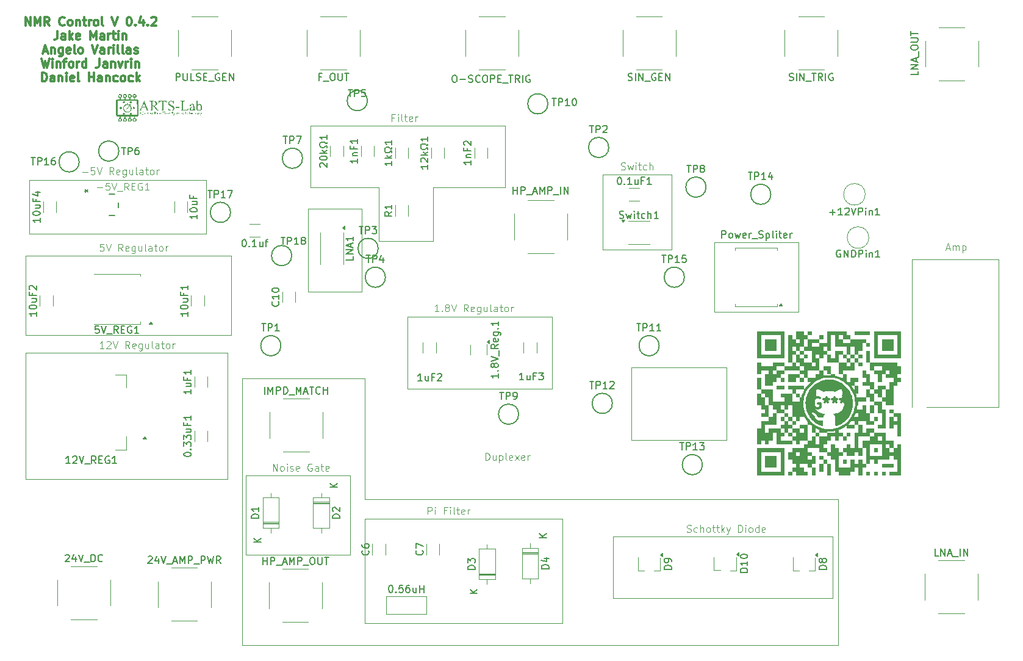
<source format=gbr>
%TF.GenerationSoftware,KiCad,Pcbnew,8.0.6*%
%TF.CreationDate,2025-02-17T16:21:55-05:00*%
%TF.ProjectId,PCB Design,50434220-4465-4736-9967-6e2e6b696361,rev?*%
%TF.SameCoordinates,Original*%
%TF.FileFunction,Legend,Top*%
%TF.FilePolarity,Positive*%
%FSLAX46Y46*%
G04 Gerber Fmt 4.6, Leading zero omitted, Abs format (unit mm)*
G04 Created by KiCad (PCBNEW 8.0.6) date 2025-02-17 16:21:55*
%MOMM*%
%LPD*%
G01*
G04 APERTURE LIST*
%ADD10C,0.100000*%
%ADD11C,0.300000*%
%ADD12C,0.150000*%
%ADD13C,0.120000*%
%ADD14C,0.000000*%
%ADD15C,0.152400*%
G04 APERTURE END LIST*
D10*
X211000000Y-136000000D02*
X211000000Y-144500000D01*
X124000000Y-86500000D02*
X99500000Y-86500000D01*
X194564000Y-95123000D02*
X206248000Y-95123000D01*
X206248000Y-104775000D01*
X194564000Y-104775000D01*
X194564000Y-95123000D01*
X146000000Y-148000000D02*
X146000000Y-134000000D01*
X129500000Y-138500000D02*
X144000000Y-138500000D01*
X138137500Y-102000000D02*
X145637500Y-102000000D01*
X180500000Y-136000000D02*
X211000000Y-136000000D01*
X127000000Y-110500000D02*
X99000000Y-110500000D01*
X222000000Y-118000000D02*
X222000000Y-97500000D01*
X165500000Y-87500000D02*
X155500000Y-87500000D01*
X145637500Y-102000000D02*
X145637500Y-90500000D01*
X99000000Y-110500000D02*
X99000000Y-128000000D01*
X99500000Y-94000000D02*
X124000000Y-94000000D01*
X155500000Y-95000000D02*
X148000000Y-95000000D01*
X146000000Y-126500000D02*
X146000000Y-130813633D01*
X148000000Y-87500000D02*
X139000000Y-87500000D01*
X138500000Y-79000000D02*
X165500000Y-79000000D01*
X127000000Y-128000000D02*
X127000000Y-110500000D01*
X138137500Y-90500000D02*
X138137500Y-102000000D01*
X211000000Y-144500000D02*
X181000000Y-144500000D01*
X146000000Y-134000000D02*
X146000000Y-133500000D01*
X155500000Y-87500000D02*
X155500000Y-95000000D01*
X173500000Y-148000000D02*
X146000000Y-148000000D01*
X139000000Y-87500000D02*
X138500000Y-87500000D01*
X129000000Y-114000000D02*
X146000000Y-114000000D01*
X144000000Y-138500000D02*
X144000000Y-127500000D01*
X129000000Y-126500000D02*
X129000000Y-114000000D01*
X138500000Y-87500000D02*
X138500000Y-79000000D01*
X222000000Y-97500000D02*
X223000000Y-97500000D01*
X152000000Y-105500000D02*
X152000000Y-115500000D01*
X234000000Y-118000000D02*
X224000000Y-118000000D01*
X99500000Y-86500000D02*
X99500000Y-94000000D01*
X180500000Y-144500000D02*
X180500000Y-136000000D01*
X129500000Y-127500000D02*
X129500000Y-138500000D01*
X223000000Y-97500000D02*
X234000000Y-97500000D01*
X130000000Y-127500000D02*
X129500000Y-127500000D01*
X129000000Y-126500000D02*
X129000000Y-127000000D01*
X144000000Y-127500000D02*
X130000000Y-127500000D01*
X127500000Y-108000000D02*
X127500000Y-97000000D01*
X172000000Y-115500000D02*
X172000000Y-105500000D01*
X234000000Y-97500000D02*
X234000000Y-118000000D01*
X99000000Y-128000000D02*
X127000000Y-128000000D01*
X146000000Y-133500000D02*
X173500000Y-133500000D01*
X146000000Y-114000000D02*
X146000000Y-126500000D01*
X152000000Y-115500000D02*
X172000000Y-115500000D01*
X124000000Y-94000000D02*
X124000000Y-86500000D01*
X183007000Y-112522000D02*
X196215000Y-112522000D01*
X196215000Y-122555000D01*
X183007000Y-122555000D01*
X183007000Y-112522000D01*
X211709000Y-151004597D02*
X176500000Y-151000000D01*
X211709000Y-130810000D02*
X211709000Y-151004597D01*
X129000000Y-151000000D02*
X176500000Y-151000000D01*
X148000000Y-95000000D02*
X148000000Y-87500000D01*
X165500000Y-79000000D02*
X165500000Y-87500000D01*
X146000000Y-130813633D02*
X211709000Y-130810000D01*
X145637500Y-90500000D02*
X138137500Y-90500000D01*
X127500000Y-97000000D02*
X99000000Y-97000000D01*
X179070000Y-85725000D02*
X188595000Y-85725000D01*
X188595000Y-96139000D01*
X179070000Y-96139000D01*
X179070000Y-85725000D01*
X172000000Y-105500000D02*
X152000000Y-105500000D01*
X99000000Y-97000000D02*
X99000000Y-108000000D01*
X99000000Y-108000000D02*
X127500000Y-108000000D01*
X181000000Y-144500000D02*
X180500000Y-144500000D01*
X173500000Y-133500000D02*
X173500000Y-148000000D01*
X129000000Y-127000000D02*
X129000000Y-151000000D01*
X181612265Y-85041800D02*
X181755122Y-85089419D01*
X181755122Y-85089419D02*
X181993217Y-85089419D01*
X181993217Y-85089419D02*
X182088455Y-85041800D01*
X182088455Y-85041800D02*
X182136074Y-84994180D01*
X182136074Y-84994180D02*
X182183693Y-84898942D01*
X182183693Y-84898942D02*
X182183693Y-84803704D01*
X182183693Y-84803704D02*
X182136074Y-84708466D01*
X182136074Y-84708466D02*
X182088455Y-84660847D01*
X182088455Y-84660847D02*
X181993217Y-84613228D01*
X181993217Y-84613228D02*
X181802741Y-84565609D01*
X181802741Y-84565609D02*
X181707503Y-84517990D01*
X181707503Y-84517990D02*
X181659884Y-84470371D01*
X181659884Y-84470371D02*
X181612265Y-84375133D01*
X181612265Y-84375133D02*
X181612265Y-84279895D01*
X181612265Y-84279895D02*
X181659884Y-84184657D01*
X181659884Y-84184657D02*
X181707503Y-84137038D01*
X181707503Y-84137038D02*
X181802741Y-84089419D01*
X181802741Y-84089419D02*
X182040836Y-84089419D01*
X182040836Y-84089419D02*
X182183693Y-84137038D01*
X182517027Y-84422752D02*
X182707503Y-85089419D01*
X182707503Y-85089419D02*
X182897979Y-84613228D01*
X182897979Y-84613228D02*
X183088455Y-85089419D01*
X183088455Y-85089419D02*
X183278931Y-84422752D01*
X183659884Y-85089419D02*
X183659884Y-84422752D01*
X183659884Y-84089419D02*
X183612265Y-84137038D01*
X183612265Y-84137038D02*
X183659884Y-84184657D01*
X183659884Y-84184657D02*
X183707503Y-84137038D01*
X183707503Y-84137038D02*
X183659884Y-84089419D01*
X183659884Y-84089419D02*
X183659884Y-84184657D01*
X183993217Y-84422752D02*
X184374169Y-84422752D01*
X184136074Y-84089419D02*
X184136074Y-84946561D01*
X184136074Y-84946561D02*
X184183693Y-85041800D01*
X184183693Y-85041800D02*
X184278931Y-85089419D01*
X184278931Y-85089419D02*
X184374169Y-85089419D01*
X185136074Y-85041800D02*
X185040836Y-85089419D01*
X185040836Y-85089419D02*
X184850360Y-85089419D01*
X184850360Y-85089419D02*
X184755122Y-85041800D01*
X184755122Y-85041800D02*
X184707503Y-84994180D01*
X184707503Y-84994180D02*
X184659884Y-84898942D01*
X184659884Y-84898942D02*
X184659884Y-84613228D01*
X184659884Y-84613228D02*
X184707503Y-84517990D01*
X184707503Y-84517990D02*
X184755122Y-84470371D01*
X184755122Y-84470371D02*
X184850360Y-84422752D01*
X184850360Y-84422752D02*
X185040836Y-84422752D01*
X185040836Y-84422752D02*
X185136074Y-84470371D01*
X185564646Y-85089419D02*
X185564646Y-84089419D01*
X185993217Y-85089419D02*
X185993217Y-84565609D01*
X185993217Y-84565609D02*
X185945598Y-84470371D01*
X185945598Y-84470371D02*
X185850360Y-84422752D01*
X185850360Y-84422752D02*
X185707503Y-84422752D01*
X185707503Y-84422752D02*
X185612265Y-84470371D01*
X185612265Y-84470371D02*
X185564646Y-84517990D01*
X109780074Y-95372419D02*
X109303884Y-95372419D01*
X109303884Y-95372419D02*
X109256265Y-95848609D01*
X109256265Y-95848609D02*
X109303884Y-95800990D01*
X109303884Y-95800990D02*
X109399122Y-95753371D01*
X109399122Y-95753371D02*
X109637217Y-95753371D01*
X109637217Y-95753371D02*
X109732455Y-95800990D01*
X109732455Y-95800990D02*
X109780074Y-95848609D01*
X109780074Y-95848609D02*
X109827693Y-95943847D01*
X109827693Y-95943847D02*
X109827693Y-96181942D01*
X109827693Y-96181942D02*
X109780074Y-96277180D01*
X109780074Y-96277180D02*
X109732455Y-96324800D01*
X109732455Y-96324800D02*
X109637217Y-96372419D01*
X109637217Y-96372419D02*
X109399122Y-96372419D01*
X109399122Y-96372419D02*
X109303884Y-96324800D01*
X109303884Y-96324800D02*
X109256265Y-96277180D01*
X110113408Y-95372419D02*
X110446741Y-96372419D01*
X110446741Y-96372419D02*
X110780074Y-95372419D01*
X112446741Y-96372419D02*
X112113408Y-95896228D01*
X111875313Y-96372419D02*
X111875313Y-95372419D01*
X111875313Y-95372419D02*
X112256265Y-95372419D01*
X112256265Y-95372419D02*
X112351503Y-95420038D01*
X112351503Y-95420038D02*
X112399122Y-95467657D01*
X112399122Y-95467657D02*
X112446741Y-95562895D01*
X112446741Y-95562895D02*
X112446741Y-95705752D01*
X112446741Y-95705752D02*
X112399122Y-95800990D01*
X112399122Y-95800990D02*
X112351503Y-95848609D01*
X112351503Y-95848609D02*
X112256265Y-95896228D01*
X112256265Y-95896228D02*
X111875313Y-95896228D01*
X113256265Y-96324800D02*
X113161027Y-96372419D01*
X113161027Y-96372419D02*
X112970551Y-96372419D01*
X112970551Y-96372419D02*
X112875313Y-96324800D01*
X112875313Y-96324800D02*
X112827694Y-96229561D01*
X112827694Y-96229561D02*
X112827694Y-95848609D01*
X112827694Y-95848609D02*
X112875313Y-95753371D01*
X112875313Y-95753371D02*
X112970551Y-95705752D01*
X112970551Y-95705752D02*
X113161027Y-95705752D01*
X113161027Y-95705752D02*
X113256265Y-95753371D01*
X113256265Y-95753371D02*
X113303884Y-95848609D01*
X113303884Y-95848609D02*
X113303884Y-95943847D01*
X113303884Y-95943847D02*
X112827694Y-96039085D01*
X114161027Y-95705752D02*
X114161027Y-96515276D01*
X114161027Y-96515276D02*
X114113408Y-96610514D01*
X114113408Y-96610514D02*
X114065789Y-96658133D01*
X114065789Y-96658133D02*
X113970551Y-96705752D01*
X113970551Y-96705752D02*
X113827694Y-96705752D01*
X113827694Y-96705752D02*
X113732456Y-96658133D01*
X114161027Y-96324800D02*
X114065789Y-96372419D01*
X114065789Y-96372419D02*
X113875313Y-96372419D01*
X113875313Y-96372419D02*
X113780075Y-96324800D01*
X113780075Y-96324800D02*
X113732456Y-96277180D01*
X113732456Y-96277180D02*
X113684837Y-96181942D01*
X113684837Y-96181942D02*
X113684837Y-95896228D01*
X113684837Y-95896228D02*
X113732456Y-95800990D01*
X113732456Y-95800990D02*
X113780075Y-95753371D01*
X113780075Y-95753371D02*
X113875313Y-95705752D01*
X113875313Y-95705752D02*
X114065789Y-95705752D01*
X114065789Y-95705752D02*
X114161027Y-95753371D01*
X115065789Y-95705752D02*
X115065789Y-96372419D01*
X114637218Y-95705752D02*
X114637218Y-96229561D01*
X114637218Y-96229561D02*
X114684837Y-96324800D01*
X114684837Y-96324800D02*
X114780075Y-96372419D01*
X114780075Y-96372419D02*
X114922932Y-96372419D01*
X114922932Y-96372419D02*
X115018170Y-96324800D01*
X115018170Y-96324800D02*
X115065789Y-96277180D01*
X115684837Y-96372419D02*
X115589599Y-96324800D01*
X115589599Y-96324800D02*
X115541980Y-96229561D01*
X115541980Y-96229561D02*
X115541980Y-95372419D01*
X116494361Y-96372419D02*
X116494361Y-95848609D01*
X116494361Y-95848609D02*
X116446742Y-95753371D01*
X116446742Y-95753371D02*
X116351504Y-95705752D01*
X116351504Y-95705752D02*
X116161028Y-95705752D01*
X116161028Y-95705752D02*
X116065790Y-95753371D01*
X116494361Y-96324800D02*
X116399123Y-96372419D01*
X116399123Y-96372419D02*
X116161028Y-96372419D01*
X116161028Y-96372419D02*
X116065790Y-96324800D01*
X116065790Y-96324800D02*
X116018171Y-96229561D01*
X116018171Y-96229561D02*
X116018171Y-96134323D01*
X116018171Y-96134323D02*
X116065790Y-96039085D01*
X116065790Y-96039085D02*
X116161028Y-95991466D01*
X116161028Y-95991466D02*
X116399123Y-95991466D01*
X116399123Y-95991466D02*
X116494361Y-95943847D01*
X116827695Y-95705752D02*
X117208647Y-95705752D01*
X116970552Y-95372419D02*
X116970552Y-96229561D01*
X116970552Y-96229561D02*
X117018171Y-96324800D01*
X117018171Y-96324800D02*
X117113409Y-96372419D01*
X117113409Y-96372419D02*
X117208647Y-96372419D01*
X117684838Y-96372419D02*
X117589600Y-96324800D01*
X117589600Y-96324800D02*
X117541981Y-96277180D01*
X117541981Y-96277180D02*
X117494362Y-96181942D01*
X117494362Y-96181942D02*
X117494362Y-95896228D01*
X117494362Y-95896228D02*
X117541981Y-95800990D01*
X117541981Y-95800990D02*
X117589600Y-95753371D01*
X117589600Y-95753371D02*
X117684838Y-95705752D01*
X117684838Y-95705752D02*
X117827695Y-95705752D01*
X117827695Y-95705752D02*
X117922933Y-95753371D01*
X117922933Y-95753371D02*
X117970552Y-95800990D01*
X117970552Y-95800990D02*
X118018171Y-95896228D01*
X118018171Y-95896228D02*
X118018171Y-96181942D01*
X118018171Y-96181942D02*
X117970552Y-96277180D01*
X117970552Y-96277180D02*
X117922933Y-96324800D01*
X117922933Y-96324800D02*
X117827695Y-96372419D01*
X117827695Y-96372419D02*
X117684838Y-96372419D01*
X118446743Y-96372419D02*
X118446743Y-95705752D01*
X118446743Y-95896228D02*
X118494362Y-95800990D01*
X118494362Y-95800990D02*
X118541981Y-95753371D01*
X118541981Y-95753371D02*
X118637219Y-95705752D01*
X118637219Y-95705752D02*
X118732457Y-95705752D01*
X226756265Y-95976760D02*
X227232455Y-95976760D01*
X226661027Y-96262475D02*
X226994360Y-95262475D01*
X226994360Y-95262475D02*
X227327693Y-96262475D01*
X227661027Y-96262475D02*
X227661027Y-95595808D01*
X227661027Y-95691046D02*
X227708646Y-95643427D01*
X227708646Y-95643427D02*
X227803884Y-95595808D01*
X227803884Y-95595808D02*
X227946741Y-95595808D01*
X227946741Y-95595808D02*
X228041979Y-95643427D01*
X228041979Y-95643427D02*
X228089598Y-95738665D01*
X228089598Y-95738665D02*
X228089598Y-96262475D01*
X228089598Y-95738665D02*
X228137217Y-95643427D01*
X228137217Y-95643427D02*
X228232455Y-95595808D01*
X228232455Y-95595808D02*
X228375312Y-95595808D01*
X228375312Y-95595808D02*
X228470551Y-95643427D01*
X228470551Y-95643427D02*
X228518170Y-95738665D01*
X228518170Y-95738665D02*
X228518170Y-96262475D01*
X228994360Y-95595808D02*
X228994360Y-96595808D01*
X228994360Y-95643427D02*
X229089598Y-95595808D01*
X229089598Y-95595808D02*
X229280074Y-95595808D01*
X229280074Y-95595808D02*
X229375312Y-95643427D01*
X229375312Y-95643427D02*
X229422931Y-95691046D01*
X229422931Y-95691046D02*
X229470550Y-95786284D01*
X229470550Y-95786284D02*
X229470550Y-96071998D01*
X229470550Y-96071998D02*
X229422931Y-96167236D01*
X229422931Y-96167236D02*
X229375312Y-96214856D01*
X229375312Y-96214856D02*
X229280074Y-96262475D01*
X229280074Y-96262475D02*
X229089598Y-96262475D01*
X229089598Y-96262475D02*
X228994360Y-96214856D01*
X133303884Y-126872419D02*
X133303884Y-125872419D01*
X133303884Y-125872419D02*
X133875312Y-126872419D01*
X133875312Y-126872419D02*
X133875312Y-125872419D01*
X134494360Y-126872419D02*
X134399122Y-126824800D01*
X134399122Y-126824800D02*
X134351503Y-126777180D01*
X134351503Y-126777180D02*
X134303884Y-126681942D01*
X134303884Y-126681942D02*
X134303884Y-126396228D01*
X134303884Y-126396228D02*
X134351503Y-126300990D01*
X134351503Y-126300990D02*
X134399122Y-126253371D01*
X134399122Y-126253371D02*
X134494360Y-126205752D01*
X134494360Y-126205752D02*
X134637217Y-126205752D01*
X134637217Y-126205752D02*
X134732455Y-126253371D01*
X134732455Y-126253371D02*
X134780074Y-126300990D01*
X134780074Y-126300990D02*
X134827693Y-126396228D01*
X134827693Y-126396228D02*
X134827693Y-126681942D01*
X134827693Y-126681942D02*
X134780074Y-126777180D01*
X134780074Y-126777180D02*
X134732455Y-126824800D01*
X134732455Y-126824800D02*
X134637217Y-126872419D01*
X134637217Y-126872419D02*
X134494360Y-126872419D01*
X135256265Y-126872419D02*
X135256265Y-126205752D01*
X135256265Y-125872419D02*
X135208646Y-125920038D01*
X135208646Y-125920038D02*
X135256265Y-125967657D01*
X135256265Y-125967657D02*
X135303884Y-125920038D01*
X135303884Y-125920038D02*
X135256265Y-125872419D01*
X135256265Y-125872419D02*
X135256265Y-125967657D01*
X135684836Y-126824800D02*
X135780074Y-126872419D01*
X135780074Y-126872419D02*
X135970550Y-126872419D01*
X135970550Y-126872419D02*
X136065788Y-126824800D01*
X136065788Y-126824800D02*
X136113407Y-126729561D01*
X136113407Y-126729561D02*
X136113407Y-126681942D01*
X136113407Y-126681942D02*
X136065788Y-126586704D01*
X136065788Y-126586704D02*
X135970550Y-126539085D01*
X135970550Y-126539085D02*
X135827693Y-126539085D01*
X135827693Y-126539085D02*
X135732455Y-126491466D01*
X135732455Y-126491466D02*
X135684836Y-126396228D01*
X135684836Y-126396228D02*
X135684836Y-126348609D01*
X135684836Y-126348609D02*
X135732455Y-126253371D01*
X135732455Y-126253371D02*
X135827693Y-126205752D01*
X135827693Y-126205752D02*
X135970550Y-126205752D01*
X135970550Y-126205752D02*
X136065788Y-126253371D01*
X136922931Y-126824800D02*
X136827693Y-126872419D01*
X136827693Y-126872419D02*
X136637217Y-126872419D01*
X136637217Y-126872419D02*
X136541979Y-126824800D01*
X136541979Y-126824800D02*
X136494360Y-126729561D01*
X136494360Y-126729561D02*
X136494360Y-126348609D01*
X136494360Y-126348609D02*
X136541979Y-126253371D01*
X136541979Y-126253371D02*
X136637217Y-126205752D01*
X136637217Y-126205752D02*
X136827693Y-126205752D01*
X136827693Y-126205752D02*
X136922931Y-126253371D01*
X136922931Y-126253371D02*
X136970550Y-126348609D01*
X136970550Y-126348609D02*
X136970550Y-126443847D01*
X136970550Y-126443847D02*
X136494360Y-126539085D01*
X138684836Y-125920038D02*
X138589598Y-125872419D01*
X138589598Y-125872419D02*
X138446741Y-125872419D01*
X138446741Y-125872419D02*
X138303884Y-125920038D01*
X138303884Y-125920038D02*
X138208646Y-126015276D01*
X138208646Y-126015276D02*
X138161027Y-126110514D01*
X138161027Y-126110514D02*
X138113408Y-126300990D01*
X138113408Y-126300990D02*
X138113408Y-126443847D01*
X138113408Y-126443847D02*
X138161027Y-126634323D01*
X138161027Y-126634323D02*
X138208646Y-126729561D01*
X138208646Y-126729561D02*
X138303884Y-126824800D01*
X138303884Y-126824800D02*
X138446741Y-126872419D01*
X138446741Y-126872419D02*
X138541979Y-126872419D01*
X138541979Y-126872419D02*
X138684836Y-126824800D01*
X138684836Y-126824800D02*
X138732455Y-126777180D01*
X138732455Y-126777180D02*
X138732455Y-126443847D01*
X138732455Y-126443847D02*
X138541979Y-126443847D01*
X139589598Y-126872419D02*
X139589598Y-126348609D01*
X139589598Y-126348609D02*
X139541979Y-126253371D01*
X139541979Y-126253371D02*
X139446741Y-126205752D01*
X139446741Y-126205752D02*
X139256265Y-126205752D01*
X139256265Y-126205752D02*
X139161027Y-126253371D01*
X139589598Y-126824800D02*
X139494360Y-126872419D01*
X139494360Y-126872419D02*
X139256265Y-126872419D01*
X139256265Y-126872419D02*
X139161027Y-126824800D01*
X139161027Y-126824800D02*
X139113408Y-126729561D01*
X139113408Y-126729561D02*
X139113408Y-126634323D01*
X139113408Y-126634323D02*
X139161027Y-126539085D01*
X139161027Y-126539085D02*
X139256265Y-126491466D01*
X139256265Y-126491466D02*
X139494360Y-126491466D01*
X139494360Y-126491466D02*
X139589598Y-126443847D01*
X139922932Y-126205752D02*
X140303884Y-126205752D01*
X140065789Y-125872419D02*
X140065789Y-126729561D01*
X140065789Y-126729561D02*
X140113408Y-126824800D01*
X140113408Y-126824800D02*
X140208646Y-126872419D01*
X140208646Y-126872419D02*
X140303884Y-126872419D01*
X141018170Y-126824800D02*
X140922932Y-126872419D01*
X140922932Y-126872419D02*
X140732456Y-126872419D01*
X140732456Y-126872419D02*
X140637218Y-126824800D01*
X140637218Y-126824800D02*
X140589599Y-126729561D01*
X140589599Y-126729561D02*
X140589599Y-126348609D01*
X140589599Y-126348609D02*
X140637218Y-126253371D01*
X140637218Y-126253371D02*
X140732456Y-126205752D01*
X140732456Y-126205752D02*
X140922932Y-126205752D01*
X140922932Y-126205752D02*
X141018170Y-126253371D01*
X141018170Y-126253371D02*
X141065789Y-126348609D01*
X141065789Y-126348609D02*
X141065789Y-126443847D01*
X141065789Y-126443847D02*
X140589599Y-126539085D01*
X162803884Y-125372419D02*
X162803884Y-124372419D01*
X162803884Y-124372419D02*
X163041979Y-124372419D01*
X163041979Y-124372419D02*
X163184836Y-124420038D01*
X163184836Y-124420038D02*
X163280074Y-124515276D01*
X163280074Y-124515276D02*
X163327693Y-124610514D01*
X163327693Y-124610514D02*
X163375312Y-124800990D01*
X163375312Y-124800990D02*
X163375312Y-124943847D01*
X163375312Y-124943847D02*
X163327693Y-125134323D01*
X163327693Y-125134323D02*
X163280074Y-125229561D01*
X163280074Y-125229561D02*
X163184836Y-125324800D01*
X163184836Y-125324800D02*
X163041979Y-125372419D01*
X163041979Y-125372419D02*
X162803884Y-125372419D01*
X164232455Y-124705752D02*
X164232455Y-125372419D01*
X163803884Y-124705752D02*
X163803884Y-125229561D01*
X163803884Y-125229561D02*
X163851503Y-125324800D01*
X163851503Y-125324800D02*
X163946741Y-125372419D01*
X163946741Y-125372419D02*
X164089598Y-125372419D01*
X164089598Y-125372419D02*
X164184836Y-125324800D01*
X164184836Y-125324800D02*
X164232455Y-125277180D01*
X164708646Y-124705752D02*
X164708646Y-125705752D01*
X164708646Y-124753371D02*
X164803884Y-124705752D01*
X164803884Y-124705752D02*
X164994360Y-124705752D01*
X164994360Y-124705752D02*
X165089598Y-124753371D01*
X165089598Y-124753371D02*
X165137217Y-124800990D01*
X165137217Y-124800990D02*
X165184836Y-124896228D01*
X165184836Y-124896228D02*
X165184836Y-125181942D01*
X165184836Y-125181942D02*
X165137217Y-125277180D01*
X165137217Y-125277180D02*
X165089598Y-125324800D01*
X165089598Y-125324800D02*
X164994360Y-125372419D01*
X164994360Y-125372419D02*
X164803884Y-125372419D01*
X164803884Y-125372419D02*
X164708646Y-125324800D01*
X165756265Y-125372419D02*
X165661027Y-125324800D01*
X165661027Y-125324800D02*
X165613408Y-125229561D01*
X165613408Y-125229561D02*
X165613408Y-124372419D01*
X166518170Y-125324800D02*
X166422932Y-125372419D01*
X166422932Y-125372419D02*
X166232456Y-125372419D01*
X166232456Y-125372419D02*
X166137218Y-125324800D01*
X166137218Y-125324800D02*
X166089599Y-125229561D01*
X166089599Y-125229561D02*
X166089599Y-124848609D01*
X166089599Y-124848609D02*
X166137218Y-124753371D01*
X166137218Y-124753371D02*
X166232456Y-124705752D01*
X166232456Y-124705752D02*
X166422932Y-124705752D01*
X166422932Y-124705752D02*
X166518170Y-124753371D01*
X166518170Y-124753371D02*
X166565789Y-124848609D01*
X166565789Y-124848609D02*
X166565789Y-124943847D01*
X166565789Y-124943847D02*
X166089599Y-125039085D01*
X166899123Y-125372419D02*
X167422932Y-124705752D01*
X166899123Y-124705752D02*
X167422932Y-125372419D01*
X168184837Y-125324800D02*
X168089599Y-125372419D01*
X168089599Y-125372419D02*
X167899123Y-125372419D01*
X167899123Y-125372419D02*
X167803885Y-125324800D01*
X167803885Y-125324800D02*
X167756266Y-125229561D01*
X167756266Y-125229561D02*
X167756266Y-124848609D01*
X167756266Y-124848609D02*
X167803885Y-124753371D01*
X167803885Y-124753371D02*
X167899123Y-124705752D01*
X167899123Y-124705752D02*
X168089599Y-124705752D01*
X168089599Y-124705752D02*
X168184837Y-124753371D01*
X168184837Y-124753371D02*
X168232456Y-124848609D01*
X168232456Y-124848609D02*
X168232456Y-124943847D01*
X168232456Y-124943847D02*
X167756266Y-125039085D01*
X168661028Y-125372419D02*
X168661028Y-124705752D01*
X168661028Y-124896228D02*
X168708647Y-124800990D01*
X168708647Y-124800990D02*
X168756266Y-124753371D01*
X168756266Y-124753371D02*
X168851504Y-124705752D01*
X168851504Y-124705752D02*
X168946742Y-124705752D01*
X190756265Y-135324800D02*
X190899122Y-135372419D01*
X190899122Y-135372419D02*
X191137217Y-135372419D01*
X191137217Y-135372419D02*
X191232455Y-135324800D01*
X191232455Y-135324800D02*
X191280074Y-135277180D01*
X191280074Y-135277180D02*
X191327693Y-135181942D01*
X191327693Y-135181942D02*
X191327693Y-135086704D01*
X191327693Y-135086704D02*
X191280074Y-134991466D01*
X191280074Y-134991466D02*
X191232455Y-134943847D01*
X191232455Y-134943847D02*
X191137217Y-134896228D01*
X191137217Y-134896228D02*
X190946741Y-134848609D01*
X190946741Y-134848609D02*
X190851503Y-134800990D01*
X190851503Y-134800990D02*
X190803884Y-134753371D01*
X190803884Y-134753371D02*
X190756265Y-134658133D01*
X190756265Y-134658133D02*
X190756265Y-134562895D01*
X190756265Y-134562895D02*
X190803884Y-134467657D01*
X190803884Y-134467657D02*
X190851503Y-134420038D01*
X190851503Y-134420038D02*
X190946741Y-134372419D01*
X190946741Y-134372419D02*
X191184836Y-134372419D01*
X191184836Y-134372419D02*
X191327693Y-134420038D01*
X192184836Y-135324800D02*
X192089598Y-135372419D01*
X192089598Y-135372419D02*
X191899122Y-135372419D01*
X191899122Y-135372419D02*
X191803884Y-135324800D01*
X191803884Y-135324800D02*
X191756265Y-135277180D01*
X191756265Y-135277180D02*
X191708646Y-135181942D01*
X191708646Y-135181942D02*
X191708646Y-134896228D01*
X191708646Y-134896228D02*
X191756265Y-134800990D01*
X191756265Y-134800990D02*
X191803884Y-134753371D01*
X191803884Y-134753371D02*
X191899122Y-134705752D01*
X191899122Y-134705752D02*
X192089598Y-134705752D01*
X192089598Y-134705752D02*
X192184836Y-134753371D01*
X192613408Y-135372419D02*
X192613408Y-134372419D01*
X193041979Y-135372419D02*
X193041979Y-134848609D01*
X193041979Y-134848609D02*
X192994360Y-134753371D01*
X192994360Y-134753371D02*
X192899122Y-134705752D01*
X192899122Y-134705752D02*
X192756265Y-134705752D01*
X192756265Y-134705752D02*
X192661027Y-134753371D01*
X192661027Y-134753371D02*
X192613408Y-134800990D01*
X193661027Y-135372419D02*
X193565789Y-135324800D01*
X193565789Y-135324800D02*
X193518170Y-135277180D01*
X193518170Y-135277180D02*
X193470551Y-135181942D01*
X193470551Y-135181942D02*
X193470551Y-134896228D01*
X193470551Y-134896228D02*
X193518170Y-134800990D01*
X193518170Y-134800990D02*
X193565789Y-134753371D01*
X193565789Y-134753371D02*
X193661027Y-134705752D01*
X193661027Y-134705752D02*
X193803884Y-134705752D01*
X193803884Y-134705752D02*
X193899122Y-134753371D01*
X193899122Y-134753371D02*
X193946741Y-134800990D01*
X193946741Y-134800990D02*
X193994360Y-134896228D01*
X193994360Y-134896228D02*
X193994360Y-135181942D01*
X193994360Y-135181942D02*
X193946741Y-135277180D01*
X193946741Y-135277180D02*
X193899122Y-135324800D01*
X193899122Y-135324800D02*
X193803884Y-135372419D01*
X193803884Y-135372419D02*
X193661027Y-135372419D01*
X194280075Y-134705752D02*
X194661027Y-134705752D01*
X194422932Y-134372419D02*
X194422932Y-135229561D01*
X194422932Y-135229561D02*
X194470551Y-135324800D01*
X194470551Y-135324800D02*
X194565789Y-135372419D01*
X194565789Y-135372419D02*
X194661027Y-135372419D01*
X194851504Y-134705752D02*
X195232456Y-134705752D01*
X194994361Y-134372419D02*
X194994361Y-135229561D01*
X194994361Y-135229561D02*
X195041980Y-135324800D01*
X195041980Y-135324800D02*
X195137218Y-135372419D01*
X195137218Y-135372419D02*
X195232456Y-135372419D01*
X195565790Y-135372419D02*
X195565790Y-134372419D01*
X195661028Y-134991466D02*
X195946742Y-135372419D01*
X195946742Y-134705752D02*
X195565790Y-135086704D01*
X196280076Y-134705752D02*
X196518171Y-135372419D01*
X196756266Y-134705752D02*
X196518171Y-135372419D01*
X196518171Y-135372419D02*
X196422933Y-135610514D01*
X196422933Y-135610514D02*
X196375314Y-135658133D01*
X196375314Y-135658133D02*
X196280076Y-135705752D01*
X197899124Y-135372419D02*
X197899124Y-134372419D01*
X197899124Y-134372419D02*
X198137219Y-134372419D01*
X198137219Y-134372419D02*
X198280076Y-134420038D01*
X198280076Y-134420038D02*
X198375314Y-134515276D01*
X198375314Y-134515276D02*
X198422933Y-134610514D01*
X198422933Y-134610514D02*
X198470552Y-134800990D01*
X198470552Y-134800990D02*
X198470552Y-134943847D01*
X198470552Y-134943847D02*
X198422933Y-135134323D01*
X198422933Y-135134323D02*
X198375314Y-135229561D01*
X198375314Y-135229561D02*
X198280076Y-135324800D01*
X198280076Y-135324800D02*
X198137219Y-135372419D01*
X198137219Y-135372419D02*
X197899124Y-135372419D01*
X198899124Y-135372419D02*
X198899124Y-134705752D01*
X198899124Y-134372419D02*
X198851505Y-134420038D01*
X198851505Y-134420038D02*
X198899124Y-134467657D01*
X198899124Y-134467657D02*
X198946743Y-134420038D01*
X198946743Y-134420038D02*
X198899124Y-134372419D01*
X198899124Y-134372419D02*
X198899124Y-134467657D01*
X199518171Y-135372419D02*
X199422933Y-135324800D01*
X199422933Y-135324800D02*
X199375314Y-135277180D01*
X199375314Y-135277180D02*
X199327695Y-135181942D01*
X199327695Y-135181942D02*
X199327695Y-134896228D01*
X199327695Y-134896228D02*
X199375314Y-134800990D01*
X199375314Y-134800990D02*
X199422933Y-134753371D01*
X199422933Y-134753371D02*
X199518171Y-134705752D01*
X199518171Y-134705752D02*
X199661028Y-134705752D01*
X199661028Y-134705752D02*
X199756266Y-134753371D01*
X199756266Y-134753371D02*
X199803885Y-134800990D01*
X199803885Y-134800990D02*
X199851504Y-134896228D01*
X199851504Y-134896228D02*
X199851504Y-135181942D01*
X199851504Y-135181942D02*
X199803885Y-135277180D01*
X199803885Y-135277180D02*
X199756266Y-135324800D01*
X199756266Y-135324800D02*
X199661028Y-135372419D01*
X199661028Y-135372419D02*
X199518171Y-135372419D01*
X200708647Y-135372419D02*
X200708647Y-134372419D01*
X200708647Y-135324800D02*
X200613409Y-135372419D01*
X200613409Y-135372419D02*
X200422933Y-135372419D01*
X200422933Y-135372419D02*
X200327695Y-135324800D01*
X200327695Y-135324800D02*
X200280076Y-135277180D01*
X200280076Y-135277180D02*
X200232457Y-135181942D01*
X200232457Y-135181942D02*
X200232457Y-134896228D01*
X200232457Y-134896228D02*
X200280076Y-134800990D01*
X200280076Y-134800990D02*
X200327695Y-134753371D01*
X200327695Y-134753371D02*
X200422933Y-134705752D01*
X200422933Y-134705752D02*
X200613409Y-134705752D01*
X200613409Y-134705752D02*
X200708647Y-134753371D01*
X201565790Y-135324800D02*
X201470552Y-135372419D01*
X201470552Y-135372419D02*
X201280076Y-135372419D01*
X201280076Y-135372419D02*
X201184838Y-135324800D01*
X201184838Y-135324800D02*
X201137219Y-135229561D01*
X201137219Y-135229561D02*
X201137219Y-134848609D01*
X201137219Y-134848609D02*
X201184838Y-134753371D01*
X201184838Y-134753371D02*
X201280076Y-134705752D01*
X201280076Y-134705752D02*
X201470552Y-134705752D01*
X201470552Y-134705752D02*
X201565790Y-134753371D01*
X201565790Y-134753371D02*
X201613409Y-134848609D01*
X201613409Y-134848609D02*
X201613409Y-134943847D01*
X201613409Y-134943847D02*
X201137219Y-135039085D01*
D11*
X98942857Y-65109810D02*
X98942857Y-63909810D01*
X98942857Y-63909810D02*
X99628571Y-65109810D01*
X99628571Y-65109810D02*
X99628571Y-63909810D01*
X100200000Y-65109810D02*
X100200000Y-63909810D01*
X100200000Y-63909810D02*
X100600000Y-64766953D01*
X100600000Y-64766953D02*
X101000000Y-63909810D01*
X101000000Y-63909810D02*
X101000000Y-65109810D01*
X102257143Y-65109810D02*
X101857143Y-64538382D01*
X101571429Y-65109810D02*
X101571429Y-63909810D01*
X101571429Y-63909810D02*
X102028572Y-63909810D01*
X102028572Y-63909810D02*
X102142857Y-63966953D01*
X102142857Y-63966953D02*
X102200000Y-64024096D01*
X102200000Y-64024096D02*
X102257143Y-64138382D01*
X102257143Y-64138382D02*
X102257143Y-64309810D01*
X102257143Y-64309810D02*
X102200000Y-64424096D01*
X102200000Y-64424096D02*
X102142857Y-64481239D01*
X102142857Y-64481239D02*
X102028572Y-64538382D01*
X102028572Y-64538382D02*
X101571429Y-64538382D01*
X104371429Y-64995525D02*
X104314286Y-65052668D01*
X104314286Y-65052668D02*
X104142858Y-65109810D01*
X104142858Y-65109810D02*
X104028572Y-65109810D01*
X104028572Y-65109810D02*
X103857143Y-65052668D01*
X103857143Y-65052668D02*
X103742858Y-64938382D01*
X103742858Y-64938382D02*
X103685715Y-64824096D01*
X103685715Y-64824096D02*
X103628572Y-64595525D01*
X103628572Y-64595525D02*
X103628572Y-64424096D01*
X103628572Y-64424096D02*
X103685715Y-64195525D01*
X103685715Y-64195525D02*
X103742858Y-64081239D01*
X103742858Y-64081239D02*
X103857143Y-63966953D01*
X103857143Y-63966953D02*
X104028572Y-63909810D01*
X104028572Y-63909810D02*
X104142858Y-63909810D01*
X104142858Y-63909810D02*
X104314286Y-63966953D01*
X104314286Y-63966953D02*
X104371429Y-64024096D01*
X105057143Y-65109810D02*
X104942858Y-65052668D01*
X104942858Y-65052668D02*
X104885715Y-64995525D01*
X104885715Y-64995525D02*
X104828572Y-64881239D01*
X104828572Y-64881239D02*
X104828572Y-64538382D01*
X104828572Y-64538382D02*
X104885715Y-64424096D01*
X104885715Y-64424096D02*
X104942858Y-64366953D01*
X104942858Y-64366953D02*
X105057143Y-64309810D01*
X105057143Y-64309810D02*
X105228572Y-64309810D01*
X105228572Y-64309810D02*
X105342858Y-64366953D01*
X105342858Y-64366953D02*
X105400001Y-64424096D01*
X105400001Y-64424096D02*
X105457143Y-64538382D01*
X105457143Y-64538382D02*
X105457143Y-64881239D01*
X105457143Y-64881239D02*
X105400001Y-64995525D01*
X105400001Y-64995525D02*
X105342858Y-65052668D01*
X105342858Y-65052668D02*
X105228572Y-65109810D01*
X105228572Y-65109810D02*
X105057143Y-65109810D01*
X105971429Y-64309810D02*
X105971429Y-65109810D01*
X105971429Y-64424096D02*
X106028572Y-64366953D01*
X106028572Y-64366953D02*
X106142857Y-64309810D01*
X106142857Y-64309810D02*
X106314286Y-64309810D01*
X106314286Y-64309810D02*
X106428572Y-64366953D01*
X106428572Y-64366953D02*
X106485715Y-64481239D01*
X106485715Y-64481239D02*
X106485715Y-65109810D01*
X106885714Y-64309810D02*
X107342857Y-64309810D01*
X107057143Y-63909810D02*
X107057143Y-64938382D01*
X107057143Y-64938382D02*
X107114286Y-65052668D01*
X107114286Y-65052668D02*
X107228571Y-65109810D01*
X107228571Y-65109810D02*
X107342857Y-65109810D01*
X107742857Y-65109810D02*
X107742857Y-64309810D01*
X107742857Y-64538382D02*
X107800000Y-64424096D01*
X107800000Y-64424096D02*
X107857143Y-64366953D01*
X107857143Y-64366953D02*
X107971428Y-64309810D01*
X107971428Y-64309810D02*
X108085714Y-64309810D01*
X108657142Y-65109810D02*
X108542857Y-65052668D01*
X108542857Y-65052668D02*
X108485714Y-64995525D01*
X108485714Y-64995525D02*
X108428571Y-64881239D01*
X108428571Y-64881239D02*
X108428571Y-64538382D01*
X108428571Y-64538382D02*
X108485714Y-64424096D01*
X108485714Y-64424096D02*
X108542857Y-64366953D01*
X108542857Y-64366953D02*
X108657142Y-64309810D01*
X108657142Y-64309810D02*
X108828571Y-64309810D01*
X108828571Y-64309810D02*
X108942857Y-64366953D01*
X108942857Y-64366953D02*
X109000000Y-64424096D01*
X109000000Y-64424096D02*
X109057142Y-64538382D01*
X109057142Y-64538382D02*
X109057142Y-64881239D01*
X109057142Y-64881239D02*
X109000000Y-64995525D01*
X109000000Y-64995525D02*
X108942857Y-65052668D01*
X108942857Y-65052668D02*
X108828571Y-65109810D01*
X108828571Y-65109810D02*
X108657142Y-65109810D01*
X109742856Y-65109810D02*
X109628571Y-65052668D01*
X109628571Y-65052668D02*
X109571428Y-64938382D01*
X109571428Y-64938382D02*
X109571428Y-63909810D01*
X110942856Y-63909810D02*
X111342856Y-65109810D01*
X111342856Y-65109810D02*
X111742856Y-63909810D01*
X113285713Y-63909810D02*
X113399999Y-63909810D01*
X113399999Y-63909810D02*
X113514285Y-63966953D01*
X113514285Y-63966953D02*
X113571428Y-64024096D01*
X113571428Y-64024096D02*
X113628570Y-64138382D01*
X113628570Y-64138382D02*
X113685713Y-64366953D01*
X113685713Y-64366953D02*
X113685713Y-64652668D01*
X113685713Y-64652668D02*
X113628570Y-64881239D01*
X113628570Y-64881239D02*
X113571428Y-64995525D01*
X113571428Y-64995525D02*
X113514285Y-65052668D01*
X113514285Y-65052668D02*
X113399999Y-65109810D01*
X113399999Y-65109810D02*
X113285713Y-65109810D01*
X113285713Y-65109810D02*
X113171428Y-65052668D01*
X113171428Y-65052668D02*
X113114285Y-64995525D01*
X113114285Y-64995525D02*
X113057142Y-64881239D01*
X113057142Y-64881239D02*
X112999999Y-64652668D01*
X112999999Y-64652668D02*
X112999999Y-64366953D01*
X112999999Y-64366953D02*
X113057142Y-64138382D01*
X113057142Y-64138382D02*
X113114285Y-64024096D01*
X113114285Y-64024096D02*
X113171428Y-63966953D01*
X113171428Y-63966953D02*
X113285713Y-63909810D01*
X114199999Y-64995525D02*
X114257142Y-65052668D01*
X114257142Y-65052668D02*
X114199999Y-65109810D01*
X114199999Y-65109810D02*
X114142856Y-65052668D01*
X114142856Y-65052668D02*
X114199999Y-64995525D01*
X114199999Y-64995525D02*
X114199999Y-65109810D01*
X115285714Y-64309810D02*
X115285714Y-65109810D01*
X114999999Y-63852668D02*
X114714285Y-64709810D01*
X114714285Y-64709810D02*
X115457142Y-64709810D01*
X115914285Y-64995525D02*
X115971428Y-65052668D01*
X115971428Y-65052668D02*
X115914285Y-65109810D01*
X115914285Y-65109810D02*
X115857142Y-65052668D01*
X115857142Y-65052668D02*
X115914285Y-64995525D01*
X115914285Y-64995525D02*
X115914285Y-65109810D01*
X116428571Y-64024096D02*
X116485714Y-63966953D01*
X116485714Y-63966953D02*
X116600000Y-63909810D01*
X116600000Y-63909810D02*
X116885714Y-63909810D01*
X116885714Y-63909810D02*
X117000000Y-63966953D01*
X117000000Y-63966953D02*
X117057142Y-64024096D01*
X117057142Y-64024096D02*
X117114285Y-64138382D01*
X117114285Y-64138382D02*
X117114285Y-64252668D01*
X117114285Y-64252668D02*
X117057142Y-64424096D01*
X117057142Y-64424096D02*
X116371428Y-65109810D01*
X116371428Y-65109810D02*
X117114285Y-65109810D01*
X103400000Y-65841743D02*
X103400000Y-66698886D01*
X103400000Y-66698886D02*
X103342857Y-66870315D01*
X103342857Y-66870315D02*
X103228571Y-66984601D01*
X103228571Y-66984601D02*
X103057143Y-67041743D01*
X103057143Y-67041743D02*
X102942857Y-67041743D01*
X104485715Y-67041743D02*
X104485715Y-66413172D01*
X104485715Y-66413172D02*
X104428572Y-66298886D01*
X104428572Y-66298886D02*
X104314286Y-66241743D01*
X104314286Y-66241743D02*
X104085715Y-66241743D01*
X104085715Y-66241743D02*
X103971429Y-66298886D01*
X104485715Y-66984601D02*
X104371429Y-67041743D01*
X104371429Y-67041743D02*
X104085715Y-67041743D01*
X104085715Y-67041743D02*
X103971429Y-66984601D01*
X103971429Y-66984601D02*
X103914286Y-66870315D01*
X103914286Y-66870315D02*
X103914286Y-66756029D01*
X103914286Y-66756029D02*
X103971429Y-66641743D01*
X103971429Y-66641743D02*
X104085715Y-66584601D01*
X104085715Y-66584601D02*
X104371429Y-66584601D01*
X104371429Y-66584601D02*
X104485715Y-66527458D01*
X105057143Y-67041743D02*
X105057143Y-65841743D01*
X105171429Y-66584601D02*
X105514286Y-67041743D01*
X105514286Y-66241743D02*
X105057143Y-66698886D01*
X106485715Y-66984601D02*
X106371429Y-67041743D01*
X106371429Y-67041743D02*
X106142858Y-67041743D01*
X106142858Y-67041743D02*
X106028572Y-66984601D01*
X106028572Y-66984601D02*
X105971429Y-66870315D01*
X105971429Y-66870315D02*
X105971429Y-66413172D01*
X105971429Y-66413172D02*
X106028572Y-66298886D01*
X106028572Y-66298886D02*
X106142858Y-66241743D01*
X106142858Y-66241743D02*
X106371429Y-66241743D01*
X106371429Y-66241743D02*
X106485715Y-66298886D01*
X106485715Y-66298886D02*
X106542858Y-66413172D01*
X106542858Y-66413172D02*
X106542858Y-66527458D01*
X106542858Y-66527458D02*
X105971429Y-66641743D01*
X107971429Y-67041743D02*
X107971429Y-65841743D01*
X107971429Y-65841743D02*
X108371429Y-66698886D01*
X108371429Y-66698886D02*
X108771429Y-65841743D01*
X108771429Y-65841743D02*
X108771429Y-67041743D01*
X109857144Y-67041743D02*
X109857144Y-66413172D01*
X109857144Y-66413172D02*
X109800001Y-66298886D01*
X109800001Y-66298886D02*
X109685715Y-66241743D01*
X109685715Y-66241743D02*
X109457144Y-66241743D01*
X109457144Y-66241743D02*
X109342858Y-66298886D01*
X109857144Y-66984601D02*
X109742858Y-67041743D01*
X109742858Y-67041743D02*
X109457144Y-67041743D01*
X109457144Y-67041743D02*
X109342858Y-66984601D01*
X109342858Y-66984601D02*
X109285715Y-66870315D01*
X109285715Y-66870315D02*
X109285715Y-66756029D01*
X109285715Y-66756029D02*
X109342858Y-66641743D01*
X109342858Y-66641743D02*
X109457144Y-66584601D01*
X109457144Y-66584601D02*
X109742858Y-66584601D01*
X109742858Y-66584601D02*
X109857144Y-66527458D01*
X110428572Y-67041743D02*
X110428572Y-66241743D01*
X110428572Y-66470315D02*
X110485715Y-66356029D01*
X110485715Y-66356029D02*
X110542858Y-66298886D01*
X110542858Y-66298886D02*
X110657143Y-66241743D01*
X110657143Y-66241743D02*
X110771429Y-66241743D01*
X111000000Y-66241743D02*
X111457143Y-66241743D01*
X111171429Y-65841743D02*
X111171429Y-66870315D01*
X111171429Y-66870315D02*
X111228572Y-66984601D01*
X111228572Y-66984601D02*
X111342857Y-67041743D01*
X111342857Y-67041743D02*
X111457143Y-67041743D01*
X111857143Y-67041743D02*
X111857143Y-66241743D01*
X111857143Y-65841743D02*
X111800000Y-65898886D01*
X111800000Y-65898886D02*
X111857143Y-65956029D01*
X111857143Y-65956029D02*
X111914286Y-65898886D01*
X111914286Y-65898886D02*
X111857143Y-65841743D01*
X111857143Y-65841743D02*
X111857143Y-65956029D01*
X112428572Y-66241743D02*
X112428572Y-67041743D01*
X112428572Y-66356029D02*
X112485715Y-66298886D01*
X112485715Y-66298886D02*
X112600000Y-66241743D01*
X112600000Y-66241743D02*
X112771429Y-66241743D01*
X112771429Y-66241743D02*
X112885715Y-66298886D01*
X112885715Y-66298886D02*
X112942858Y-66413172D01*
X112942858Y-66413172D02*
X112942858Y-67041743D01*
X101428573Y-68630819D02*
X102000002Y-68630819D01*
X101314287Y-68973676D02*
X101714287Y-67773676D01*
X101714287Y-67773676D02*
X102114287Y-68973676D01*
X102514287Y-68173676D02*
X102514287Y-68973676D01*
X102514287Y-68287962D02*
X102571430Y-68230819D01*
X102571430Y-68230819D02*
X102685715Y-68173676D01*
X102685715Y-68173676D02*
X102857144Y-68173676D01*
X102857144Y-68173676D02*
X102971430Y-68230819D01*
X102971430Y-68230819D02*
X103028573Y-68345105D01*
X103028573Y-68345105D02*
X103028573Y-68973676D01*
X104114287Y-68173676D02*
X104114287Y-69145105D01*
X104114287Y-69145105D02*
X104057144Y-69259391D01*
X104057144Y-69259391D02*
X104000001Y-69316534D01*
X104000001Y-69316534D02*
X103885715Y-69373676D01*
X103885715Y-69373676D02*
X103714287Y-69373676D01*
X103714287Y-69373676D02*
X103600001Y-69316534D01*
X104114287Y-68916534D02*
X104000001Y-68973676D01*
X104000001Y-68973676D02*
X103771429Y-68973676D01*
X103771429Y-68973676D02*
X103657144Y-68916534D01*
X103657144Y-68916534D02*
X103600001Y-68859391D01*
X103600001Y-68859391D02*
X103542858Y-68745105D01*
X103542858Y-68745105D02*
X103542858Y-68402248D01*
X103542858Y-68402248D02*
X103600001Y-68287962D01*
X103600001Y-68287962D02*
X103657144Y-68230819D01*
X103657144Y-68230819D02*
X103771429Y-68173676D01*
X103771429Y-68173676D02*
X104000001Y-68173676D01*
X104000001Y-68173676D02*
X104114287Y-68230819D01*
X105142858Y-68916534D02*
X105028572Y-68973676D01*
X105028572Y-68973676D02*
X104800001Y-68973676D01*
X104800001Y-68973676D02*
X104685715Y-68916534D01*
X104685715Y-68916534D02*
X104628572Y-68802248D01*
X104628572Y-68802248D02*
X104628572Y-68345105D01*
X104628572Y-68345105D02*
X104685715Y-68230819D01*
X104685715Y-68230819D02*
X104800001Y-68173676D01*
X104800001Y-68173676D02*
X105028572Y-68173676D01*
X105028572Y-68173676D02*
X105142858Y-68230819D01*
X105142858Y-68230819D02*
X105200001Y-68345105D01*
X105200001Y-68345105D02*
X105200001Y-68459391D01*
X105200001Y-68459391D02*
X104628572Y-68573676D01*
X105885714Y-68973676D02*
X105771429Y-68916534D01*
X105771429Y-68916534D02*
X105714286Y-68802248D01*
X105714286Y-68802248D02*
X105714286Y-67773676D01*
X106514285Y-68973676D02*
X106400000Y-68916534D01*
X106400000Y-68916534D02*
X106342857Y-68859391D01*
X106342857Y-68859391D02*
X106285714Y-68745105D01*
X106285714Y-68745105D02*
X106285714Y-68402248D01*
X106285714Y-68402248D02*
X106342857Y-68287962D01*
X106342857Y-68287962D02*
X106400000Y-68230819D01*
X106400000Y-68230819D02*
X106514285Y-68173676D01*
X106514285Y-68173676D02*
X106685714Y-68173676D01*
X106685714Y-68173676D02*
X106800000Y-68230819D01*
X106800000Y-68230819D02*
X106857143Y-68287962D01*
X106857143Y-68287962D02*
X106914285Y-68402248D01*
X106914285Y-68402248D02*
X106914285Y-68745105D01*
X106914285Y-68745105D02*
X106857143Y-68859391D01*
X106857143Y-68859391D02*
X106800000Y-68916534D01*
X106800000Y-68916534D02*
X106685714Y-68973676D01*
X106685714Y-68973676D02*
X106514285Y-68973676D01*
X108171428Y-67773676D02*
X108571428Y-68973676D01*
X108571428Y-68973676D02*
X108971428Y-67773676D01*
X109885714Y-68973676D02*
X109885714Y-68345105D01*
X109885714Y-68345105D02*
X109828571Y-68230819D01*
X109828571Y-68230819D02*
X109714285Y-68173676D01*
X109714285Y-68173676D02*
X109485714Y-68173676D01*
X109485714Y-68173676D02*
X109371428Y-68230819D01*
X109885714Y-68916534D02*
X109771428Y-68973676D01*
X109771428Y-68973676D02*
X109485714Y-68973676D01*
X109485714Y-68973676D02*
X109371428Y-68916534D01*
X109371428Y-68916534D02*
X109314285Y-68802248D01*
X109314285Y-68802248D02*
X109314285Y-68687962D01*
X109314285Y-68687962D02*
X109371428Y-68573676D01*
X109371428Y-68573676D02*
X109485714Y-68516534D01*
X109485714Y-68516534D02*
X109771428Y-68516534D01*
X109771428Y-68516534D02*
X109885714Y-68459391D01*
X110457142Y-68973676D02*
X110457142Y-68173676D01*
X110457142Y-68402248D02*
X110514285Y-68287962D01*
X110514285Y-68287962D02*
X110571428Y-68230819D01*
X110571428Y-68230819D02*
X110685713Y-68173676D01*
X110685713Y-68173676D02*
X110799999Y-68173676D01*
X111199999Y-68973676D02*
X111199999Y-68173676D01*
X111199999Y-67773676D02*
X111142856Y-67830819D01*
X111142856Y-67830819D02*
X111199999Y-67887962D01*
X111199999Y-67887962D02*
X111257142Y-67830819D01*
X111257142Y-67830819D02*
X111199999Y-67773676D01*
X111199999Y-67773676D02*
X111199999Y-67887962D01*
X111942856Y-68973676D02*
X111828571Y-68916534D01*
X111828571Y-68916534D02*
X111771428Y-68802248D01*
X111771428Y-68802248D02*
X111771428Y-67773676D01*
X112571427Y-68973676D02*
X112457142Y-68916534D01*
X112457142Y-68916534D02*
X112399999Y-68802248D01*
X112399999Y-68802248D02*
X112399999Y-67773676D01*
X113542856Y-68973676D02*
X113542856Y-68345105D01*
X113542856Y-68345105D02*
X113485713Y-68230819D01*
X113485713Y-68230819D02*
X113371427Y-68173676D01*
X113371427Y-68173676D02*
X113142856Y-68173676D01*
X113142856Y-68173676D02*
X113028570Y-68230819D01*
X113542856Y-68916534D02*
X113428570Y-68973676D01*
X113428570Y-68973676D02*
X113142856Y-68973676D01*
X113142856Y-68973676D02*
X113028570Y-68916534D01*
X113028570Y-68916534D02*
X112971427Y-68802248D01*
X112971427Y-68802248D02*
X112971427Y-68687962D01*
X112971427Y-68687962D02*
X113028570Y-68573676D01*
X113028570Y-68573676D02*
X113142856Y-68516534D01*
X113142856Y-68516534D02*
X113428570Y-68516534D01*
X113428570Y-68516534D02*
X113542856Y-68459391D01*
X114057141Y-68916534D02*
X114171427Y-68973676D01*
X114171427Y-68973676D02*
X114399998Y-68973676D01*
X114399998Y-68973676D02*
X114514284Y-68916534D01*
X114514284Y-68916534D02*
X114571427Y-68802248D01*
X114571427Y-68802248D02*
X114571427Y-68745105D01*
X114571427Y-68745105D02*
X114514284Y-68630819D01*
X114514284Y-68630819D02*
X114399998Y-68573676D01*
X114399998Y-68573676D02*
X114228570Y-68573676D01*
X114228570Y-68573676D02*
X114114284Y-68516534D01*
X114114284Y-68516534D02*
X114057141Y-68402248D01*
X114057141Y-68402248D02*
X114057141Y-68345105D01*
X114057141Y-68345105D02*
X114114284Y-68230819D01*
X114114284Y-68230819D02*
X114228570Y-68173676D01*
X114228570Y-68173676D02*
X114399998Y-68173676D01*
X114399998Y-68173676D02*
X114514284Y-68230819D01*
X101200000Y-69705609D02*
X101485714Y-70905609D01*
X101485714Y-70905609D02*
X101714286Y-70048467D01*
X101714286Y-70048467D02*
X101942857Y-70905609D01*
X101942857Y-70905609D02*
X102228572Y-69705609D01*
X102685715Y-70905609D02*
X102685715Y-70105609D01*
X102685715Y-69705609D02*
X102628572Y-69762752D01*
X102628572Y-69762752D02*
X102685715Y-69819895D01*
X102685715Y-69819895D02*
X102742858Y-69762752D01*
X102742858Y-69762752D02*
X102685715Y-69705609D01*
X102685715Y-69705609D02*
X102685715Y-69819895D01*
X103257144Y-70105609D02*
X103257144Y-70905609D01*
X103257144Y-70219895D02*
X103314287Y-70162752D01*
X103314287Y-70162752D02*
X103428572Y-70105609D01*
X103428572Y-70105609D02*
X103600001Y-70105609D01*
X103600001Y-70105609D02*
X103714287Y-70162752D01*
X103714287Y-70162752D02*
X103771430Y-70277038D01*
X103771430Y-70277038D02*
X103771430Y-70905609D01*
X104171429Y-70105609D02*
X104628572Y-70105609D01*
X104342858Y-70905609D02*
X104342858Y-69877038D01*
X104342858Y-69877038D02*
X104400001Y-69762752D01*
X104400001Y-69762752D02*
X104514286Y-69705609D01*
X104514286Y-69705609D02*
X104628572Y-69705609D01*
X105200000Y-70905609D02*
X105085715Y-70848467D01*
X105085715Y-70848467D02*
X105028572Y-70791324D01*
X105028572Y-70791324D02*
X104971429Y-70677038D01*
X104971429Y-70677038D02*
X104971429Y-70334181D01*
X104971429Y-70334181D02*
X105028572Y-70219895D01*
X105028572Y-70219895D02*
X105085715Y-70162752D01*
X105085715Y-70162752D02*
X105200000Y-70105609D01*
X105200000Y-70105609D02*
X105371429Y-70105609D01*
X105371429Y-70105609D02*
X105485715Y-70162752D01*
X105485715Y-70162752D02*
X105542858Y-70219895D01*
X105542858Y-70219895D02*
X105600000Y-70334181D01*
X105600000Y-70334181D02*
X105600000Y-70677038D01*
X105600000Y-70677038D02*
X105542858Y-70791324D01*
X105542858Y-70791324D02*
X105485715Y-70848467D01*
X105485715Y-70848467D02*
X105371429Y-70905609D01*
X105371429Y-70905609D02*
X105200000Y-70905609D01*
X106114286Y-70905609D02*
X106114286Y-70105609D01*
X106114286Y-70334181D02*
X106171429Y-70219895D01*
X106171429Y-70219895D02*
X106228572Y-70162752D01*
X106228572Y-70162752D02*
X106342857Y-70105609D01*
X106342857Y-70105609D02*
X106457143Y-70105609D01*
X107371429Y-70905609D02*
X107371429Y-69705609D01*
X107371429Y-70848467D02*
X107257143Y-70905609D01*
X107257143Y-70905609D02*
X107028571Y-70905609D01*
X107028571Y-70905609D02*
X106914286Y-70848467D01*
X106914286Y-70848467D02*
X106857143Y-70791324D01*
X106857143Y-70791324D02*
X106800000Y-70677038D01*
X106800000Y-70677038D02*
X106800000Y-70334181D01*
X106800000Y-70334181D02*
X106857143Y-70219895D01*
X106857143Y-70219895D02*
X106914286Y-70162752D01*
X106914286Y-70162752D02*
X107028571Y-70105609D01*
X107028571Y-70105609D02*
X107257143Y-70105609D01*
X107257143Y-70105609D02*
X107371429Y-70162752D01*
X109200000Y-69705609D02*
X109200000Y-70562752D01*
X109200000Y-70562752D02*
X109142857Y-70734181D01*
X109142857Y-70734181D02*
X109028571Y-70848467D01*
X109028571Y-70848467D02*
X108857143Y-70905609D01*
X108857143Y-70905609D02*
X108742857Y-70905609D01*
X110285715Y-70905609D02*
X110285715Y-70277038D01*
X110285715Y-70277038D02*
X110228572Y-70162752D01*
X110228572Y-70162752D02*
X110114286Y-70105609D01*
X110114286Y-70105609D02*
X109885715Y-70105609D01*
X109885715Y-70105609D02*
X109771429Y-70162752D01*
X110285715Y-70848467D02*
X110171429Y-70905609D01*
X110171429Y-70905609D02*
X109885715Y-70905609D01*
X109885715Y-70905609D02*
X109771429Y-70848467D01*
X109771429Y-70848467D02*
X109714286Y-70734181D01*
X109714286Y-70734181D02*
X109714286Y-70619895D01*
X109714286Y-70619895D02*
X109771429Y-70505609D01*
X109771429Y-70505609D02*
X109885715Y-70448467D01*
X109885715Y-70448467D02*
X110171429Y-70448467D01*
X110171429Y-70448467D02*
X110285715Y-70391324D01*
X110857143Y-70105609D02*
X110857143Y-70905609D01*
X110857143Y-70219895D02*
X110914286Y-70162752D01*
X110914286Y-70162752D02*
X111028571Y-70105609D01*
X111028571Y-70105609D02*
X111200000Y-70105609D01*
X111200000Y-70105609D02*
X111314286Y-70162752D01*
X111314286Y-70162752D02*
X111371429Y-70277038D01*
X111371429Y-70277038D02*
X111371429Y-70905609D01*
X111828571Y-70105609D02*
X112114285Y-70905609D01*
X112114285Y-70905609D02*
X112400000Y-70105609D01*
X112857143Y-70905609D02*
X112857143Y-70105609D01*
X112857143Y-70334181D02*
X112914286Y-70219895D01*
X112914286Y-70219895D02*
X112971429Y-70162752D01*
X112971429Y-70162752D02*
X113085714Y-70105609D01*
X113085714Y-70105609D02*
X113200000Y-70105609D01*
X113600000Y-70905609D02*
X113600000Y-70105609D01*
X113600000Y-69705609D02*
X113542857Y-69762752D01*
X113542857Y-69762752D02*
X113600000Y-69819895D01*
X113600000Y-69819895D02*
X113657143Y-69762752D01*
X113657143Y-69762752D02*
X113600000Y-69705609D01*
X113600000Y-69705609D02*
X113600000Y-69819895D01*
X114171429Y-70105609D02*
X114171429Y-70905609D01*
X114171429Y-70219895D02*
X114228572Y-70162752D01*
X114228572Y-70162752D02*
X114342857Y-70105609D01*
X114342857Y-70105609D02*
X114514286Y-70105609D01*
X114514286Y-70105609D02*
X114628572Y-70162752D01*
X114628572Y-70162752D02*
X114685715Y-70277038D01*
X114685715Y-70277038D02*
X114685715Y-70905609D01*
X101257144Y-72837542D02*
X101257144Y-71637542D01*
X101257144Y-71637542D02*
X101542858Y-71637542D01*
X101542858Y-71637542D02*
X101714287Y-71694685D01*
X101714287Y-71694685D02*
X101828572Y-71808971D01*
X101828572Y-71808971D02*
X101885715Y-71923257D01*
X101885715Y-71923257D02*
X101942858Y-72151828D01*
X101942858Y-72151828D02*
X101942858Y-72323257D01*
X101942858Y-72323257D02*
X101885715Y-72551828D01*
X101885715Y-72551828D02*
X101828572Y-72666114D01*
X101828572Y-72666114D02*
X101714287Y-72780400D01*
X101714287Y-72780400D02*
X101542858Y-72837542D01*
X101542858Y-72837542D02*
X101257144Y-72837542D01*
X102971430Y-72837542D02*
X102971430Y-72208971D01*
X102971430Y-72208971D02*
X102914287Y-72094685D01*
X102914287Y-72094685D02*
X102800001Y-72037542D01*
X102800001Y-72037542D02*
X102571430Y-72037542D01*
X102571430Y-72037542D02*
X102457144Y-72094685D01*
X102971430Y-72780400D02*
X102857144Y-72837542D01*
X102857144Y-72837542D02*
X102571430Y-72837542D01*
X102571430Y-72837542D02*
X102457144Y-72780400D01*
X102457144Y-72780400D02*
X102400001Y-72666114D01*
X102400001Y-72666114D02*
X102400001Y-72551828D01*
X102400001Y-72551828D02*
X102457144Y-72437542D01*
X102457144Y-72437542D02*
X102571430Y-72380400D01*
X102571430Y-72380400D02*
X102857144Y-72380400D01*
X102857144Y-72380400D02*
X102971430Y-72323257D01*
X103542858Y-72037542D02*
X103542858Y-72837542D01*
X103542858Y-72151828D02*
X103600001Y-72094685D01*
X103600001Y-72094685D02*
X103714286Y-72037542D01*
X103714286Y-72037542D02*
X103885715Y-72037542D01*
X103885715Y-72037542D02*
X104000001Y-72094685D01*
X104000001Y-72094685D02*
X104057144Y-72208971D01*
X104057144Y-72208971D02*
X104057144Y-72837542D01*
X104628572Y-72837542D02*
X104628572Y-72037542D01*
X104628572Y-71637542D02*
X104571429Y-71694685D01*
X104571429Y-71694685D02*
X104628572Y-71751828D01*
X104628572Y-71751828D02*
X104685715Y-71694685D01*
X104685715Y-71694685D02*
X104628572Y-71637542D01*
X104628572Y-71637542D02*
X104628572Y-71751828D01*
X105657144Y-72780400D02*
X105542858Y-72837542D01*
X105542858Y-72837542D02*
X105314287Y-72837542D01*
X105314287Y-72837542D02*
X105200001Y-72780400D01*
X105200001Y-72780400D02*
X105142858Y-72666114D01*
X105142858Y-72666114D02*
X105142858Y-72208971D01*
X105142858Y-72208971D02*
X105200001Y-72094685D01*
X105200001Y-72094685D02*
X105314287Y-72037542D01*
X105314287Y-72037542D02*
X105542858Y-72037542D01*
X105542858Y-72037542D02*
X105657144Y-72094685D01*
X105657144Y-72094685D02*
X105714287Y-72208971D01*
X105714287Y-72208971D02*
X105714287Y-72323257D01*
X105714287Y-72323257D02*
X105142858Y-72437542D01*
X106400000Y-72837542D02*
X106285715Y-72780400D01*
X106285715Y-72780400D02*
X106228572Y-72666114D01*
X106228572Y-72666114D02*
X106228572Y-71637542D01*
X107771429Y-72837542D02*
X107771429Y-71637542D01*
X107771429Y-72208971D02*
X108457143Y-72208971D01*
X108457143Y-72837542D02*
X108457143Y-71637542D01*
X109542858Y-72837542D02*
X109542858Y-72208971D01*
X109542858Y-72208971D02*
X109485715Y-72094685D01*
X109485715Y-72094685D02*
X109371429Y-72037542D01*
X109371429Y-72037542D02*
X109142858Y-72037542D01*
X109142858Y-72037542D02*
X109028572Y-72094685D01*
X109542858Y-72780400D02*
X109428572Y-72837542D01*
X109428572Y-72837542D02*
X109142858Y-72837542D01*
X109142858Y-72837542D02*
X109028572Y-72780400D01*
X109028572Y-72780400D02*
X108971429Y-72666114D01*
X108971429Y-72666114D02*
X108971429Y-72551828D01*
X108971429Y-72551828D02*
X109028572Y-72437542D01*
X109028572Y-72437542D02*
X109142858Y-72380400D01*
X109142858Y-72380400D02*
X109428572Y-72380400D01*
X109428572Y-72380400D02*
X109542858Y-72323257D01*
X110114286Y-72037542D02*
X110114286Y-72837542D01*
X110114286Y-72151828D02*
X110171429Y-72094685D01*
X110171429Y-72094685D02*
X110285714Y-72037542D01*
X110285714Y-72037542D02*
X110457143Y-72037542D01*
X110457143Y-72037542D02*
X110571429Y-72094685D01*
X110571429Y-72094685D02*
X110628572Y-72208971D01*
X110628572Y-72208971D02*
X110628572Y-72837542D01*
X111714286Y-72780400D02*
X111600000Y-72837542D01*
X111600000Y-72837542D02*
X111371428Y-72837542D01*
X111371428Y-72837542D02*
X111257143Y-72780400D01*
X111257143Y-72780400D02*
X111200000Y-72723257D01*
X111200000Y-72723257D02*
X111142857Y-72608971D01*
X111142857Y-72608971D02*
X111142857Y-72266114D01*
X111142857Y-72266114D02*
X111200000Y-72151828D01*
X111200000Y-72151828D02*
X111257143Y-72094685D01*
X111257143Y-72094685D02*
X111371428Y-72037542D01*
X111371428Y-72037542D02*
X111600000Y-72037542D01*
X111600000Y-72037542D02*
X111714286Y-72094685D01*
X112399999Y-72837542D02*
X112285714Y-72780400D01*
X112285714Y-72780400D02*
X112228571Y-72723257D01*
X112228571Y-72723257D02*
X112171428Y-72608971D01*
X112171428Y-72608971D02*
X112171428Y-72266114D01*
X112171428Y-72266114D02*
X112228571Y-72151828D01*
X112228571Y-72151828D02*
X112285714Y-72094685D01*
X112285714Y-72094685D02*
X112399999Y-72037542D01*
X112399999Y-72037542D02*
X112571428Y-72037542D01*
X112571428Y-72037542D02*
X112685714Y-72094685D01*
X112685714Y-72094685D02*
X112742857Y-72151828D01*
X112742857Y-72151828D02*
X112799999Y-72266114D01*
X112799999Y-72266114D02*
X112799999Y-72608971D01*
X112799999Y-72608971D02*
X112742857Y-72723257D01*
X112742857Y-72723257D02*
X112685714Y-72780400D01*
X112685714Y-72780400D02*
X112571428Y-72837542D01*
X112571428Y-72837542D02*
X112399999Y-72837542D01*
X113828571Y-72780400D02*
X113714285Y-72837542D01*
X113714285Y-72837542D02*
X113485713Y-72837542D01*
X113485713Y-72837542D02*
X113371428Y-72780400D01*
X113371428Y-72780400D02*
X113314285Y-72723257D01*
X113314285Y-72723257D02*
X113257142Y-72608971D01*
X113257142Y-72608971D02*
X113257142Y-72266114D01*
X113257142Y-72266114D02*
X113314285Y-72151828D01*
X113314285Y-72151828D02*
X113371428Y-72094685D01*
X113371428Y-72094685D02*
X113485713Y-72037542D01*
X113485713Y-72037542D02*
X113714285Y-72037542D01*
X113714285Y-72037542D02*
X113828571Y-72094685D01*
X114342856Y-72837542D02*
X114342856Y-71637542D01*
X114457142Y-72380400D02*
X114799999Y-72837542D01*
X114799999Y-72037542D02*
X114342856Y-72494685D01*
D10*
X156327693Y-104762475D02*
X155756265Y-104762475D01*
X156041979Y-104762475D02*
X156041979Y-103762475D01*
X156041979Y-103762475D02*
X155946741Y-103905332D01*
X155946741Y-103905332D02*
X155851503Y-104000570D01*
X155851503Y-104000570D02*
X155756265Y-104048189D01*
X156756265Y-104667236D02*
X156803884Y-104714856D01*
X156803884Y-104714856D02*
X156756265Y-104762475D01*
X156756265Y-104762475D02*
X156708646Y-104714856D01*
X156708646Y-104714856D02*
X156756265Y-104667236D01*
X156756265Y-104667236D02*
X156756265Y-104762475D01*
X157375312Y-104191046D02*
X157280074Y-104143427D01*
X157280074Y-104143427D02*
X157232455Y-104095808D01*
X157232455Y-104095808D02*
X157184836Y-104000570D01*
X157184836Y-104000570D02*
X157184836Y-103952951D01*
X157184836Y-103952951D02*
X157232455Y-103857713D01*
X157232455Y-103857713D02*
X157280074Y-103810094D01*
X157280074Y-103810094D02*
X157375312Y-103762475D01*
X157375312Y-103762475D02*
X157565788Y-103762475D01*
X157565788Y-103762475D02*
X157661026Y-103810094D01*
X157661026Y-103810094D02*
X157708645Y-103857713D01*
X157708645Y-103857713D02*
X157756264Y-103952951D01*
X157756264Y-103952951D02*
X157756264Y-104000570D01*
X157756264Y-104000570D02*
X157708645Y-104095808D01*
X157708645Y-104095808D02*
X157661026Y-104143427D01*
X157661026Y-104143427D02*
X157565788Y-104191046D01*
X157565788Y-104191046D02*
X157375312Y-104191046D01*
X157375312Y-104191046D02*
X157280074Y-104238665D01*
X157280074Y-104238665D02*
X157232455Y-104286284D01*
X157232455Y-104286284D02*
X157184836Y-104381522D01*
X157184836Y-104381522D02*
X157184836Y-104571998D01*
X157184836Y-104571998D02*
X157232455Y-104667236D01*
X157232455Y-104667236D02*
X157280074Y-104714856D01*
X157280074Y-104714856D02*
X157375312Y-104762475D01*
X157375312Y-104762475D02*
X157565788Y-104762475D01*
X157565788Y-104762475D02*
X157661026Y-104714856D01*
X157661026Y-104714856D02*
X157708645Y-104667236D01*
X157708645Y-104667236D02*
X157756264Y-104571998D01*
X157756264Y-104571998D02*
X157756264Y-104381522D01*
X157756264Y-104381522D02*
X157708645Y-104286284D01*
X157708645Y-104286284D02*
X157661026Y-104238665D01*
X157661026Y-104238665D02*
X157565788Y-104191046D01*
X158041979Y-103762475D02*
X158375312Y-104762475D01*
X158375312Y-104762475D02*
X158708645Y-103762475D01*
X160375312Y-104762475D02*
X160041979Y-104286284D01*
X159803884Y-104762475D02*
X159803884Y-103762475D01*
X159803884Y-103762475D02*
X160184836Y-103762475D01*
X160184836Y-103762475D02*
X160280074Y-103810094D01*
X160280074Y-103810094D02*
X160327693Y-103857713D01*
X160327693Y-103857713D02*
X160375312Y-103952951D01*
X160375312Y-103952951D02*
X160375312Y-104095808D01*
X160375312Y-104095808D02*
X160327693Y-104191046D01*
X160327693Y-104191046D02*
X160280074Y-104238665D01*
X160280074Y-104238665D02*
X160184836Y-104286284D01*
X160184836Y-104286284D02*
X159803884Y-104286284D01*
X161184836Y-104714856D02*
X161089598Y-104762475D01*
X161089598Y-104762475D02*
X160899122Y-104762475D01*
X160899122Y-104762475D02*
X160803884Y-104714856D01*
X160803884Y-104714856D02*
X160756265Y-104619617D01*
X160756265Y-104619617D02*
X160756265Y-104238665D01*
X160756265Y-104238665D02*
X160803884Y-104143427D01*
X160803884Y-104143427D02*
X160899122Y-104095808D01*
X160899122Y-104095808D02*
X161089598Y-104095808D01*
X161089598Y-104095808D02*
X161184836Y-104143427D01*
X161184836Y-104143427D02*
X161232455Y-104238665D01*
X161232455Y-104238665D02*
X161232455Y-104333903D01*
X161232455Y-104333903D02*
X160756265Y-104429141D01*
X162089598Y-104095808D02*
X162089598Y-104905332D01*
X162089598Y-104905332D02*
X162041979Y-105000570D01*
X162041979Y-105000570D02*
X161994360Y-105048189D01*
X161994360Y-105048189D02*
X161899122Y-105095808D01*
X161899122Y-105095808D02*
X161756265Y-105095808D01*
X161756265Y-105095808D02*
X161661027Y-105048189D01*
X162089598Y-104714856D02*
X161994360Y-104762475D01*
X161994360Y-104762475D02*
X161803884Y-104762475D01*
X161803884Y-104762475D02*
X161708646Y-104714856D01*
X161708646Y-104714856D02*
X161661027Y-104667236D01*
X161661027Y-104667236D02*
X161613408Y-104571998D01*
X161613408Y-104571998D02*
X161613408Y-104286284D01*
X161613408Y-104286284D02*
X161661027Y-104191046D01*
X161661027Y-104191046D02*
X161708646Y-104143427D01*
X161708646Y-104143427D02*
X161803884Y-104095808D01*
X161803884Y-104095808D02*
X161994360Y-104095808D01*
X161994360Y-104095808D02*
X162089598Y-104143427D01*
X162994360Y-104095808D02*
X162994360Y-104762475D01*
X162565789Y-104095808D02*
X162565789Y-104619617D01*
X162565789Y-104619617D02*
X162613408Y-104714856D01*
X162613408Y-104714856D02*
X162708646Y-104762475D01*
X162708646Y-104762475D02*
X162851503Y-104762475D01*
X162851503Y-104762475D02*
X162946741Y-104714856D01*
X162946741Y-104714856D02*
X162994360Y-104667236D01*
X163613408Y-104762475D02*
X163518170Y-104714856D01*
X163518170Y-104714856D02*
X163470551Y-104619617D01*
X163470551Y-104619617D02*
X163470551Y-103762475D01*
X164422932Y-104762475D02*
X164422932Y-104238665D01*
X164422932Y-104238665D02*
X164375313Y-104143427D01*
X164375313Y-104143427D02*
X164280075Y-104095808D01*
X164280075Y-104095808D02*
X164089599Y-104095808D01*
X164089599Y-104095808D02*
X163994361Y-104143427D01*
X164422932Y-104714856D02*
X164327694Y-104762475D01*
X164327694Y-104762475D02*
X164089599Y-104762475D01*
X164089599Y-104762475D02*
X163994361Y-104714856D01*
X163994361Y-104714856D02*
X163946742Y-104619617D01*
X163946742Y-104619617D02*
X163946742Y-104524379D01*
X163946742Y-104524379D02*
X163994361Y-104429141D01*
X163994361Y-104429141D02*
X164089599Y-104381522D01*
X164089599Y-104381522D02*
X164327694Y-104381522D01*
X164327694Y-104381522D02*
X164422932Y-104333903D01*
X164756266Y-104095808D02*
X165137218Y-104095808D01*
X164899123Y-103762475D02*
X164899123Y-104619617D01*
X164899123Y-104619617D02*
X164946742Y-104714856D01*
X164946742Y-104714856D02*
X165041980Y-104762475D01*
X165041980Y-104762475D02*
X165137218Y-104762475D01*
X165613409Y-104762475D02*
X165518171Y-104714856D01*
X165518171Y-104714856D02*
X165470552Y-104667236D01*
X165470552Y-104667236D02*
X165422933Y-104571998D01*
X165422933Y-104571998D02*
X165422933Y-104286284D01*
X165422933Y-104286284D02*
X165470552Y-104191046D01*
X165470552Y-104191046D02*
X165518171Y-104143427D01*
X165518171Y-104143427D02*
X165613409Y-104095808D01*
X165613409Y-104095808D02*
X165756266Y-104095808D01*
X165756266Y-104095808D02*
X165851504Y-104143427D01*
X165851504Y-104143427D02*
X165899123Y-104191046D01*
X165899123Y-104191046D02*
X165946742Y-104286284D01*
X165946742Y-104286284D02*
X165946742Y-104571998D01*
X165946742Y-104571998D02*
X165899123Y-104667236D01*
X165899123Y-104667236D02*
X165851504Y-104714856D01*
X165851504Y-104714856D02*
X165756266Y-104762475D01*
X165756266Y-104762475D02*
X165613409Y-104762475D01*
X166375314Y-104762475D02*
X166375314Y-104095808D01*
X166375314Y-104286284D02*
X166422933Y-104191046D01*
X166422933Y-104191046D02*
X166470552Y-104143427D01*
X166470552Y-104143427D02*
X166565790Y-104095808D01*
X166565790Y-104095808D02*
X166661028Y-104095808D01*
X150137217Y-77848609D02*
X149803884Y-77848609D01*
X149803884Y-78372419D02*
X149803884Y-77372419D01*
X149803884Y-77372419D02*
X150280074Y-77372419D01*
X150661027Y-78372419D02*
X150661027Y-77705752D01*
X150661027Y-77372419D02*
X150613408Y-77420038D01*
X150613408Y-77420038D02*
X150661027Y-77467657D01*
X150661027Y-77467657D02*
X150708646Y-77420038D01*
X150708646Y-77420038D02*
X150661027Y-77372419D01*
X150661027Y-77372419D02*
X150661027Y-77467657D01*
X151280074Y-78372419D02*
X151184836Y-78324800D01*
X151184836Y-78324800D02*
X151137217Y-78229561D01*
X151137217Y-78229561D02*
X151137217Y-77372419D01*
X151518170Y-77705752D02*
X151899122Y-77705752D01*
X151661027Y-77372419D02*
X151661027Y-78229561D01*
X151661027Y-78229561D02*
X151708646Y-78324800D01*
X151708646Y-78324800D02*
X151803884Y-78372419D01*
X151803884Y-78372419D02*
X151899122Y-78372419D01*
X152613408Y-78324800D02*
X152518170Y-78372419D01*
X152518170Y-78372419D02*
X152327694Y-78372419D01*
X152327694Y-78372419D02*
X152232456Y-78324800D01*
X152232456Y-78324800D02*
X152184837Y-78229561D01*
X152184837Y-78229561D02*
X152184837Y-77848609D01*
X152184837Y-77848609D02*
X152232456Y-77753371D01*
X152232456Y-77753371D02*
X152327694Y-77705752D01*
X152327694Y-77705752D02*
X152518170Y-77705752D01*
X152518170Y-77705752D02*
X152613408Y-77753371D01*
X152613408Y-77753371D02*
X152661027Y-77848609D01*
X152661027Y-77848609D02*
X152661027Y-77943847D01*
X152661027Y-77943847D02*
X152184837Y-78039085D01*
X153089599Y-78372419D02*
X153089599Y-77705752D01*
X153089599Y-77896228D02*
X153137218Y-77800990D01*
X153137218Y-77800990D02*
X153184837Y-77753371D01*
X153184837Y-77753371D02*
X153280075Y-77705752D01*
X153280075Y-77705752D02*
X153375313Y-77705752D01*
X106803884Y-85381522D02*
X107565789Y-85381522D01*
X108518169Y-84762475D02*
X108041979Y-84762475D01*
X108041979Y-84762475D02*
X107994360Y-85238665D01*
X107994360Y-85238665D02*
X108041979Y-85191046D01*
X108041979Y-85191046D02*
X108137217Y-85143427D01*
X108137217Y-85143427D02*
X108375312Y-85143427D01*
X108375312Y-85143427D02*
X108470550Y-85191046D01*
X108470550Y-85191046D02*
X108518169Y-85238665D01*
X108518169Y-85238665D02*
X108565788Y-85333903D01*
X108565788Y-85333903D02*
X108565788Y-85571998D01*
X108565788Y-85571998D02*
X108518169Y-85667236D01*
X108518169Y-85667236D02*
X108470550Y-85714856D01*
X108470550Y-85714856D02*
X108375312Y-85762475D01*
X108375312Y-85762475D02*
X108137217Y-85762475D01*
X108137217Y-85762475D02*
X108041979Y-85714856D01*
X108041979Y-85714856D02*
X107994360Y-85667236D01*
X108851503Y-84762475D02*
X109184836Y-85762475D01*
X109184836Y-85762475D02*
X109518169Y-84762475D01*
X111184836Y-85762475D02*
X110851503Y-85286284D01*
X110613408Y-85762475D02*
X110613408Y-84762475D01*
X110613408Y-84762475D02*
X110994360Y-84762475D01*
X110994360Y-84762475D02*
X111089598Y-84810094D01*
X111089598Y-84810094D02*
X111137217Y-84857713D01*
X111137217Y-84857713D02*
X111184836Y-84952951D01*
X111184836Y-84952951D02*
X111184836Y-85095808D01*
X111184836Y-85095808D02*
X111137217Y-85191046D01*
X111137217Y-85191046D02*
X111089598Y-85238665D01*
X111089598Y-85238665D02*
X110994360Y-85286284D01*
X110994360Y-85286284D02*
X110613408Y-85286284D01*
X111994360Y-85714856D02*
X111899122Y-85762475D01*
X111899122Y-85762475D02*
X111708646Y-85762475D01*
X111708646Y-85762475D02*
X111613408Y-85714856D01*
X111613408Y-85714856D02*
X111565789Y-85619617D01*
X111565789Y-85619617D02*
X111565789Y-85238665D01*
X111565789Y-85238665D02*
X111613408Y-85143427D01*
X111613408Y-85143427D02*
X111708646Y-85095808D01*
X111708646Y-85095808D02*
X111899122Y-85095808D01*
X111899122Y-85095808D02*
X111994360Y-85143427D01*
X111994360Y-85143427D02*
X112041979Y-85238665D01*
X112041979Y-85238665D02*
X112041979Y-85333903D01*
X112041979Y-85333903D02*
X111565789Y-85429141D01*
X112899122Y-85095808D02*
X112899122Y-85905332D01*
X112899122Y-85905332D02*
X112851503Y-86000570D01*
X112851503Y-86000570D02*
X112803884Y-86048189D01*
X112803884Y-86048189D02*
X112708646Y-86095808D01*
X112708646Y-86095808D02*
X112565789Y-86095808D01*
X112565789Y-86095808D02*
X112470551Y-86048189D01*
X112899122Y-85714856D02*
X112803884Y-85762475D01*
X112803884Y-85762475D02*
X112613408Y-85762475D01*
X112613408Y-85762475D02*
X112518170Y-85714856D01*
X112518170Y-85714856D02*
X112470551Y-85667236D01*
X112470551Y-85667236D02*
X112422932Y-85571998D01*
X112422932Y-85571998D02*
X112422932Y-85286284D01*
X112422932Y-85286284D02*
X112470551Y-85191046D01*
X112470551Y-85191046D02*
X112518170Y-85143427D01*
X112518170Y-85143427D02*
X112613408Y-85095808D01*
X112613408Y-85095808D02*
X112803884Y-85095808D01*
X112803884Y-85095808D02*
X112899122Y-85143427D01*
X113803884Y-85095808D02*
X113803884Y-85762475D01*
X113375313Y-85095808D02*
X113375313Y-85619617D01*
X113375313Y-85619617D02*
X113422932Y-85714856D01*
X113422932Y-85714856D02*
X113518170Y-85762475D01*
X113518170Y-85762475D02*
X113661027Y-85762475D01*
X113661027Y-85762475D02*
X113756265Y-85714856D01*
X113756265Y-85714856D02*
X113803884Y-85667236D01*
X114422932Y-85762475D02*
X114327694Y-85714856D01*
X114327694Y-85714856D02*
X114280075Y-85619617D01*
X114280075Y-85619617D02*
X114280075Y-84762475D01*
X115232456Y-85762475D02*
X115232456Y-85238665D01*
X115232456Y-85238665D02*
X115184837Y-85143427D01*
X115184837Y-85143427D02*
X115089599Y-85095808D01*
X115089599Y-85095808D02*
X114899123Y-85095808D01*
X114899123Y-85095808D02*
X114803885Y-85143427D01*
X115232456Y-85714856D02*
X115137218Y-85762475D01*
X115137218Y-85762475D02*
X114899123Y-85762475D01*
X114899123Y-85762475D02*
X114803885Y-85714856D01*
X114803885Y-85714856D02*
X114756266Y-85619617D01*
X114756266Y-85619617D02*
X114756266Y-85524379D01*
X114756266Y-85524379D02*
X114803885Y-85429141D01*
X114803885Y-85429141D02*
X114899123Y-85381522D01*
X114899123Y-85381522D02*
X115137218Y-85381522D01*
X115137218Y-85381522D02*
X115232456Y-85333903D01*
X115565790Y-85095808D02*
X115946742Y-85095808D01*
X115708647Y-84762475D02*
X115708647Y-85619617D01*
X115708647Y-85619617D02*
X115756266Y-85714856D01*
X115756266Y-85714856D02*
X115851504Y-85762475D01*
X115851504Y-85762475D02*
X115946742Y-85762475D01*
X116422933Y-85762475D02*
X116327695Y-85714856D01*
X116327695Y-85714856D02*
X116280076Y-85667236D01*
X116280076Y-85667236D02*
X116232457Y-85571998D01*
X116232457Y-85571998D02*
X116232457Y-85286284D01*
X116232457Y-85286284D02*
X116280076Y-85191046D01*
X116280076Y-85191046D02*
X116327695Y-85143427D01*
X116327695Y-85143427D02*
X116422933Y-85095808D01*
X116422933Y-85095808D02*
X116565790Y-85095808D01*
X116565790Y-85095808D02*
X116661028Y-85143427D01*
X116661028Y-85143427D02*
X116708647Y-85191046D01*
X116708647Y-85191046D02*
X116756266Y-85286284D01*
X116756266Y-85286284D02*
X116756266Y-85571998D01*
X116756266Y-85571998D02*
X116708647Y-85667236D01*
X116708647Y-85667236D02*
X116661028Y-85714856D01*
X116661028Y-85714856D02*
X116565790Y-85762475D01*
X116565790Y-85762475D02*
X116422933Y-85762475D01*
X117184838Y-85762475D02*
X117184838Y-85095808D01*
X117184838Y-85286284D02*
X117232457Y-85191046D01*
X117232457Y-85191046D02*
X117280076Y-85143427D01*
X117280076Y-85143427D02*
X117375314Y-85095808D01*
X117375314Y-85095808D02*
X117470552Y-85095808D01*
X109827693Y-109872419D02*
X109256265Y-109872419D01*
X109541979Y-109872419D02*
X109541979Y-108872419D01*
X109541979Y-108872419D02*
X109446741Y-109015276D01*
X109446741Y-109015276D02*
X109351503Y-109110514D01*
X109351503Y-109110514D02*
X109256265Y-109158133D01*
X110208646Y-108967657D02*
X110256265Y-108920038D01*
X110256265Y-108920038D02*
X110351503Y-108872419D01*
X110351503Y-108872419D02*
X110589598Y-108872419D01*
X110589598Y-108872419D02*
X110684836Y-108920038D01*
X110684836Y-108920038D02*
X110732455Y-108967657D01*
X110732455Y-108967657D02*
X110780074Y-109062895D01*
X110780074Y-109062895D02*
X110780074Y-109158133D01*
X110780074Y-109158133D02*
X110732455Y-109300990D01*
X110732455Y-109300990D02*
X110161027Y-109872419D01*
X110161027Y-109872419D02*
X110780074Y-109872419D01*
X111065789Y-108872419D02*
X111399122Y-109872419D01*
X111399122Y-109872419D02*
X111732455Y-108872419D01*
X113399122Y-109872419D02*
X113065789Y-109396228D01*
X112827694Y-109872419D02*
X112827694Y-108872419D01*
X112827694Y-108872419D02*
X113208646Y-108872419D01*
X113208646Y-108872419D02*
X113303884Y-108920038D01*
X113303884Y-108920038D02*
X113351503Y-108967657D01*
X113351503Y-108967657D02*
X113399122Y-109062895D01*
X113399122Y-109062895D02*
X113399122Y-109205752D01*
X113399122Y-109205752D02*
X113351503Y-109300990D01*
X113351503Y-109300990D02*
X113303884Y-109348609D01*
X113303884Y-109348609D02*
X113208646Y-109396228D01*
X113208646Y-109396228D02*
X112827694Y-109396228D01*
X114208646Y-109824800D02*
X114113408Y-109872419D01*
X114113408Y-109872419D02*
X113922932Y-109872419D01*
X113922932Y-109872419D02*
X113827694Y-109824800D01*
X113827694Y-109824800D02*
X113780075Y-109729561D01*
X113780075Y-109729561D02*
X113780075Y-109348609D01*
X113780075Y-109348609D02*
X113827694Y-109253371D01*
X113827694Y-109253371D02*
X113922932Y-109205752D01*
X113922932Y-109205752D02*
X114113408Y-109205752D01*
X114113408Y-109205752D02*
X114208646Y-109253371D01*
X114208646Y-109253371D02*
X114256265Y-109348609D01*
X114256265Y-109348609D02*
X114256265Y-109443847D01*
X114256265Y-109443847D02*
X113780075Y-109539085D01*
X115113408Y-109205752D02*
X115113408Y-110015276D01*
X115113408Y-110015276D02*
X115065789Y-110110514D01*
X115065789Y-110110514D02*
X115018170Y-110158133D01*
X115018170Y-110158133D02*
X114922932Y-110205752D01*
X114922932Y-110205752D02*
X114780075Y-110205752D01*
X114780075Y-110205752D02*
X114684837Y-110158133D01*
X115113408Y-109824800D02*
X115018170Y-109872419D01*
X115018170Y-109872419D02*
X114827694Y-109872419D01*
X114827694Y-109872419D02*
X114732456Y-109824800D01*
X114732456Y-109824800D02*
X114684837Y-109777180D01*
X114684837Y-109777180D02*
X114637218Y-109681942D01*
X114637218Y-109681942D02*
X114637218Y-109396228D01*
X114637218Y-109396228D02*
X114684837Y-109300990D01*
X114684837Y-109300990D02*
X114732456Y-109253371D01*
X114732456Y-109253371D02*
X114827694Y-109205752D01*
X114827694Y-109205752D02*
X115018170Y-109205752D01*
X115018170Y-109205752D02*
X115113408Y-109253371D01*
X116018170Y-109205752D02*
X116018170Y-109872419D01*
X115589599Y-109205752D02*
X115589599Y-109729561D01*
X115589599Y-109729561D02*
X115637218Y-109824800D01*
X115637218Y-109824800D02*
X115732456Y-109872419D01*
X115732456Y-109872419D02*
X115875313Y-109872419D01*
X115875313Y-109872419D02*
X115970551Y-109824800D01*
X115970551Y-109824800D02*
X116018170Y-109777180D01*
X116637218Y-109872419D02*
X116541980Y-109824800D01*
X116541980Y-109824800D02*
X116494361Y-109729561D01*
X116494361Y-109729561D02*
X116494361Y-108872419D01*
X117446742Y-109872419D02*
X117446742Y-109348609D01*
X117446742Y-109348609D02*
X117399123Y-109253371D01*
X117399123Y-109253371D02*
X117303885Y-109205752D01*
X117303885Y-109205752D02*
X117113409Y-109205752D01*
X117113409Y-109205752D02*
X117018171Y-109253371D01*
X117446742Y-109824800D02*
X117351504Y-109872419D01*
X117351504Y-109872419D02*
X117113409Y-109872419D01*
X117113409Y-109872419D02*
X117018171Y-109824800D01*
X117018171Y-109824800D02*
X116970552Y-109729561D01*
X116970552Y-109729561D02*
X116970552Y-109634323D01*
X116970552Y-109634323D02*
X117018171Y-109539085D01*
X117018171Y-109539085D02*
X117113409Y-109491466D01*
X117113409Y-109491466D02*
X117351504Y-109491466D01*
X117351504Y-109491466D02*
X117446742Y-109443847D01*
X117780076Y-109205752D02*
X118161028Y-109205752D01*
X117922933Y-108872419D02*
X117922933Y-109729561D01*
X117922933Y-109729561D02*
X117970552Y-109824800D01*
X117970552Y-109824800D02*
X118065790Y-109872419D01*
X118065790Y-109872419D02*
X118161028Y-109872419D01*
X118637219Y-109872419D02*
X118541981Y-109824800D01*
X118541981Y-109824800D02*
X118494362Y-109777180D01*
X118494362Y-109777180D02*
X118446743Y-109681942D01*
X118446743Y-109681942D02*
X118446743Y-109396228D01*
X118446743Y-109396228D02*
X118494362Y-109300990D01*
X118494362Y-109300990D02*
X118541981Y-109253371D01*
X118541981Y-109253371D02*
X118637219Y-109205752D01*
X118637219Y-109205752D02*
X118780076Y-109205752D01*
X118780076Y-109205752D02*
X118875314Y-109253371D01*
X118875314Y-109253371D02*
X118922933Y-109300990D01*
X118922933Y-109300990D02*
X118970552Y-109396228D01*
X118970552Y-109396228D02*
X118970552Y-109681942D01*
X118970552Y-109681942D02*
X118922933Y-109777180D01*
X118922933Y-109777180D02*
X118875314Y-109824800D01*
X118875314Y-109824800D02*
X118780076Y-109872419D01*
X118780076Y-109872419D02*
X118637219Y-109872419D01*
X119399124Y-109872419D02*
X119399124Y-109205752D01*
X119399124Y-109396228D02*
X119446743Y-109300990D01*
X119446743Y-109300990D02*
X119494362Y-109253371D01*
X119494362Y-109253371D02*
X119589600Y-109205752D01*
X119589600Y-109205752D02*
X119684838Y-109205752D01*
X154803884Y-132872419D02*
X154803884Y-131872419D01*
X154803884Y-131872419D02*
X155184836Y-131872419D01*
X155184836Y-131872419D02*
X155280074Y-131920038D01*
X155280074Y-131920038D02*
X155327693Y-131967657D01*
X155327693Y-131967657D02*
X155375312Y-132062895D01*
X155375312Y-132062895D02*
X155375312Y-132205752D01*
X155375312Y-132205752D02*
X155327693Y-132300990D01*
X155327693Y-132300990D02*
X155280074Y-132348609D01*
X155280074Y-132348609D02*
X155184836Y-132396228D01*
X155184836Y-132396228D02*
X154803884Y-132396228D01*
X155803884Y-132872419D02*
X155803884Y-132205752D01*
X155803884Y-131872419D02*
X155756265Y-131920038D01*
X155756265Y-131920038D02*
X155803884Y-131967657D01*
X155803884Y-131967657D02*
X155851503Y-131920038D01*
X155851503Y-131920038D02*
X155803884Y-131872419D01*
X155803884Y-131872419D02*
X155803884Y-131967657D01*
X157375312Y-132348609D02*
X157041979Y-132348609D01*
X157041979Y-132872419D02*
X157041979Y-131872419D01*
X157041979Y-131872419D02*
X157518169Y-131872419D01*
X157899122Y-132872419D02*
X157899122Y-132205752D01*
X157899122Y-131872419D02*
X157851503Y-131920038D01*
X157851503Y-131920038D02*
X157899122Y-131967657D01*
X157899122Y-131967657D02*
X157946741Y-131920038D01*
X157946741Y-131920038D02*
X157899122Y-131872419D01*
X157899122Y-131872419D02*
X157899122Y-131967657D01*
X158518169Y-132872419D02*
X158422931Y-132824800D01*
X158422931Y-132824800D02*
X158375312Y-132729561D01*
X158375312Y-132729561D02*
X158375312Y-131872419D01*
X158756265Y-132205752D02*
X159137217Y-132205752D01*
X158899122Y-131872419D02*
X158899122Y-132729561D01*
X158899122Y-132729561D02*
X158946741Y-132824800D01*
X158946741Y-132824800D02*
X159041979Y-132872419D01*
X159041979Y-132872419D02*
X159137217Y-132872419D01*
X159851503Y-132824800D02*
X159756265Y-132872419D01*
X159756265Y-132872419D02*
X159565789Y-132872419D01*
X159565789Y-132872419D02*
X159470551Y-132824800D01*
X159470551Y-132824800D02*
X159422932Y-132729561D01*
X159422932Y-132729561D02*
X159422932Y-132348609D01*
X159422932Y-132348609D02*
X159470551Y-132253371D01*
X159470551Y-132253371D02*
X159565789Y-132205752D01*
X159565789Y-132205752D02*
X159756265Y-132205752D01*
X159756265Y-132205752D02*
X159851503Y-132253371D01*
X159851503Y-132253371D02*
X159899122Y-132348609D01*
X159899122Y-132348609D02*
X159899122Y-132443847D01*
X159899122Y-132443847D02*
X159422932Y-132539085D01*
X160327694Y-132872419D02*
X160327694Y-132205752D01*
X160327694Y-132396228D02*
X160375313Y-132300990D01*
X160375313Y-132300990D02*
X160422932Y-132253371D01*
X160422932Y-132253371D02*
X160518170Y-132205752D01*
X160518170Y-132205752D02*
X160613408Y-132205752D01*
D12*
X129250000Y-94774819D02*
X129345238Y-94774819D01*
X129345238Y-94774819D02*
X129440476Y-94822438D01*
X129440476Y-94822438D02*
X129488095Y-94870057D01*
X129488095Y-94870057D02*
X129535714Y-94965295D01*
X129535714Y-94965295D02*
X129583333Y-95155771D01*
X129583333Y-95155771D02*
X129583333Y-95393866D01*
X129583333Y-95393866D02*
X129535714Y-95584342D01*
X129535714Y-95584342D02*
X129488095Y-95679580D01*
X129488095Y-95679580D02*
X129440476Y-95727200D01*
X129440476Y-95727200D02*
X129345238Y-95774819D01*
X129345238Y-95774819D02*
X129250000Y-95774819D01*
X129250000Y-95774819D02*
X129154762Y-95727200D01*
X129154762Y-95727200D02*
X129107143Y-95679580D01*
X129107143Y-95679580D02*
X129059524Y-95584342D01*
X129059524Y-95584342D02*
X129011905Y-95393866D01*
X129011905Y-95393866D02*
X129011905Y-95155771D01*
X129011905Y-95155771D02*
X129059524Y-94965295D01*
X129059524Y-94965295D02*
X129107143Y-94870057D01*
X129107143Y-94870057D02*
X129154762Y-94822438D01*
X129154762Y-94822438D02*
X129250000Y-94774819D01*
X130011905Y-95679580D02*
X130059524Y-95727200D01*
X130059524Y-95727200D02*
X130011905Y-95774819D01*
X130011905Y-95774819D02*
X129964286Y-95727200D01*
X129964286Y-95727200D02*
X130011905Y-95679580D01*
X130011905Y-95679580D02*
X130011905Y-95774819D01*
X131011904Y-95774819D02*
X130440476Y-95774819D01*
X130726190Y-95774819D02*
X130726190Y-94774819D01*
X130726190Y-94774819D02*
X130630952Y-94917676D01*
X130630952Y-94917676D02*
X130535714Y-95012914D01*
X130535714Y-95012914D02*
X130440476Y-95060533D01*
X131869047Y-95108152D02*
X131869047Y-95774819D01*
X131440476Y-95108152D02*
X131440476Y-95631961D01*
X131440476Y-95631961D02*
X131488095Y-95727200D01*
X131488095Y-95727200D02*
X131583333Y-95774819D01*
X131583333Y-95774819D02*
X131726190Y-95774819D01*
X131726190Y-95774819D02*
X131821428Y-95727200D01*
X131821428Y-95727200D02*
X131869047Y-95679580D01*
X132202381Y-95108152D02*
X132583333Y-95108152D01*
X132345238Y-95774819D02*
X132345238Y-94917676D01*
X132345238Y-94917676D02*
X132392857Y-94822438D01*
X132392857Y-94822438D02*
X132488095Y-94774819D01*
X132488095Y-94774819D02*
X132583333Y-94774819D01*
X104489571Y-138564057D02*
X104537190Y-138516438D01*
X104537190Y-138516438D02*
X104632428Y-138468819D01*
X104632428Y-138468819D02*
X104870523Y-138468819D01*
X104870523Y-138468819D02*
X104965761Y-138516438D01*
X104965761Y-138516438D02*
X105013380Y-138564057D01*
X105013380Y-138564057D02*
X105060999Y-138659295D01*
X105060999Y-138659295D02*
X105060999Y-138754533D01*
X105060999Y-138754533D02*
X105013380Y-138897390D01*
X105013380Y-138897390D02*
X104441952Y-139468819D01*
X104441952Y-139468819D02*
X105060999Y-139468819D01*
X105918142Y-138802152D02*
X105918142Y-139468819D01*
X105680047Y-138421200D02*
X105441952Y-139135485D01*
X105441952Y-139135485D02*
X106060999Y-139135485D01*
X106299095Y-138468819D02*
X106632428Y-139468819D01*
X106632428Y-139468819D02*
X106965761Y-138468819D01*
X107061000Y-139564057D02*
X107822904Y-139564057D01*
X108061000Y-139468819D02*
X108061000Y-138468819D01*
X108061000Y-138468819D02*
X108299095Y-138468819D01*
X108299095Y-138468819D02*
X108441952Y-138516438D01*
X108441952Y-138516438D02*
X108537190Y-138611676D01*
X108537190Y-138611676D02*
X108584809Y-138706914D01*
X108584809Y-138706914D02*
X108632428Y-138897390D01*
X108632428Y-138897390D02*
X108632428Y-139040247D01*
X108632428Y-139040247D02*
X108584809Y-139230723D01*
X108584809Y-139230723D02*
X108537190Y-139325961D01*
X108537190Y-139325961D02*
X108441952Y-139421200D01*
X108441952Y-139421200D02*
X108299095Y-139468819D01*
X108299095Y-139468819D02*
X108061000Y-139468819D01*
X109632428Y-139373580D02*
X109584809Y-139421200D01*
X109584809Y-139421200D02*
X109441952Y-139468819D01*
X109441952Y-139468819D02*
X109346714Y-139468819D01*
X109346714Y-139468819D02*
X109203857Y-139421200D01*
X109203857Y-139421200D02*
X109108619Y-139325961D01*
X109108619Y-139325961D02*
X109061000Y-139230723D01*
X109061000Y-139230723D02*
X109013381Y-139040247D01*
X109013381Y-139040247D02*
X109013381Y-138897390D01*
X109013381Y-138897390D02*
X109061000Y-138706914D01*
X109061000Y-138706914D02*
X109108619Y-138611676D01*
X109108619Y-138611676D02*
X109203857Y-138516438D01*
X109203857Y-138516438D02*
X109346714Y-138468819D01*
X109346714Y-138468819D02*
X109441952Y-138468819D01*
X109441952Y-138468819D02*
X109584809Y-138516438D01*
X109584809Y-138516438D02*
X109632428Y-138564057D01*
X121934819Y-115596428D02*
X121934819Y-116167856D01*
X121934819Y-115882142D02*
X120934819Y-115882142D01*
X120934819Y-115882142D02*
X121077676Y-115977380D01*
X121077676Y-115977380D02*
X121172914Y-116072618D01*
X121172914Y-116072618D02*
X121220533Y-116167856D01*
X121268152Y-114739285D02*
X121934819Y-114739285D01*
X121268152Y-115167856D02*
X121791961Y-115167856D01*
X121791961Y-115167856D02*
X121887200Y-115120237D01*
X121887200Y-115120237D02*
X121934819Y-115024999D01*
X121934819Y-115024999D02*
X121934819Y-114882142D01*
X121934819Y-114882142D02*
X121887200Y-114786904D01*
X121887200Y-114786904D02*
X121839580Y-114739285D01*
X121411009Y-113929761D02*
X121411009Y-114263094D01*
X121934819Y-114263094D02*
X120934819Y-114263094D01*
X120934819Y-114263094D02*
X120934819Y-113786904D01*
X121934819Y-112882142D02*
X121934819Y-113453570D01*
X121934819Y-113167856D02*
X120934819Y-113167856D01*
X120934819Y-113167856D02*
X121077676Y-113263094D01*
X121077676Y-113263094D02*
X121172914Y-113358332D01*
X121172914Y-113358332D02*
X121220533Y-113453570D01*
X149797319Y-83916666D02*
X149797319Y-84488094D01*
X149797319Y-84202380D02*
X148797319Y-84202380D01*
X148797319Y-84202380D02*
X148940176Y-84297618D01*
X148940176Y-84297618D02*
X149035414Y-84392856D01*
X149035414Y-84392856D02*
X149083033Y-84488094D01*
X149797319Y-83488094D02*
X148797319Y-83488094D01*
X149416366Y-83392856D02*
X149797319Y-83107142D01*
X149130652Y-83107142D02*
X149511604Y-83488094D01*
X149797319Y-82726189D02*
X149797319Y-82488094D01*
X149797319Y-82488094D02*
X149606842Y-82488094D01*
X149606842Y-82488094D02*
X149559223Y-82583332D01*
X149559223Y-82583332D02*
X149463985Y-82678570D01*
X149463985Y-82678570D02*
X149321128Y-82726189D01*
X149321128Y-82726189D02*
X149083033Y-82726189D01*
X149083033Y-82726189D02*
X148940176Y-82678570D01*
X148940176Y-82678570D02*
X148844938Y-82583332D01*
X148844938Y-82583332D02*
X148797319Y-82440475D01*
X148797319Y-82440475D02*
X148797319Y-82249999D01*
X148797319Y-82249999D02*
X148844938Y-82107142D01*
X148844938Y-82107142D02*
X148940176Y-82011904D01*
X148940176Y-82011904D02*
X149083033Y-81964285D01*
X149083033Y-81964285D02*
X149321128Y-81964285D01*
X149321128Y-81964285D02*
X149463985Y-82011904D01*
X149463985Y-82011904D02*
X149559223Y-82107142D01*
X149559223Y-82107142D02*
X149606842Y-82202380D01*
X149606842Y-82202380D02*
X149797319Y-82202380D01*
X149797319Y-82202380D02*
X149797319Y-81964285D01*
X149797319Y-81011904D02*
X149797319Y-81583332D01*
X149797319Y-81297618D02*
X148797319Y-81297618D01*
X148797319Y-81297618D02*
X148940176Y-81392856D01*
X148940176Y-81392856D02*
X149035414Y-81488094D01*
X149035414Y-81488094D02*
X149083033Y-81583332D01*
X181409524Y-91782200D02*
X181552381Y-91829819D01*
X181552381Y-91829819D02*
X181790476Y-91829819D01*
X181790476Y-91829819D02*
X181885714Y-91782200D01*
X181885714Y-91782200D02*
X181933333Y-91734580D01*
X181933333Y-91734580D02*
X181980952Y-91639342D01*
X181980952Y-91639342D02*
X181980952Y-91544104D01*
X181980952Y-91544104D02*
X181933333Y-91448866D01*
X181933333Y-91448866D02*
X181885714Y-91401247D01*
X181885714Y-91401247D02*
X181790476Y-91353628D01*
X181790476Y-91353628D02*
X181600000Y-91306009D01*
X181600000Y-91306009D02*
X181504762Y-91258390D01*
X181504762Y-91258390D02*
X181457143Y-91210771D01*
X181457143Y-91210771D02*
X181409524Y-91115533D01*
X181409524Y-91115533D02*
X181409524Y-91020295D01*
X181409524Y-91020295D02*
X181457143Y-90925057D01*
X181457143Y-90925057D02*
X181504762Y-90877438D01*
X181504762Y-90877438D02*
X181600000Y-90829819D01*
X181600000Y-90829819D02*
X181838095Y-90829819D01*
X181838095Y-90829819D02*
X181980952Y-90877438D01*
X182314286Y-91163152D02*
X182504762Y-91829819D01*
X182504762Y-91829819D02*
X182695238Y-91353628D01*
X182695238Y-91353628D02*
X182885714Y-91829819D01*
X182885714Y-91829819D02*
X183076190Y-91163152D01*
X183457143Y-91829819D02*
X183457143Y-91163152D01*
X183457143Y-90829819D02*
X183409524Y-90877438D01*
X183409524Y-90877438D02*
X183457143Y-90925057D01*
X183457143Y-90925057D02*
X183504762Y-90877438D01*
X183504762Y-90877438D02*
X183457143Y-90829819D01*
X183457143Y-90829819D02*
X183457143Y-90925057D01*
X183790476Y-91163152D02*
X184171428Y-91163152D01*
X183933333Y-90829819D02*
X183933333Y-91686961D01*
X183933333Y-91686961D02*
X183980952Y-91782200D01*
X183980952Y-91782200D02*
X184076190Y-91829819D01*
X184076190Y-91829819D02*
X184171428Y-91829819D01*
X184933333Y-91782200D02*
X184838095Y-91829819D01*
X184838095Y-91829819D02*
X184647619Y-91829819D01*
X184647619Y-91829819D02*
X184552381Y-91782200D01*
X184552381Y-91782200D02*
X184504762Y-91734580D01*
X184504762Y-91734580D02*
X184457143Y-91639342D01*
X184457143Y-91639342D02*
X184457143Y-91353628D01*
X184457143Y-91353628D02*
X184504762Y-91258390D01*
X184504762Y-91258390D02*
X184552381Y-91210771D01*
X184552381Y-91210771D02*
X184647619Y-91163152D01*
X184647619Y-91163152D02*
X184838095Y-91163152D01*
X184838095Y-91163152D02*
X184933333Y-91210771D01*
X185361905Y-91829819D02*
X185361905Y-90829819D01*
X185790476Y-91829819D02*
X185790476Y-91306009D01*
X185790476Y-91306009D02*
X185742857Y-91210771D01*
X185742857Y-91210771D02*
X185647619Y-91163152D01*
X185647619Y-91163152D02*
X185504762Y-91163152D01*
X185504762Y-91163152D02*
X185409524Y-91210771D01*
X185409524Y-91210771D02*
X185361905Y-91258390D01*
X186790476Y-91829819D02*
X186219048Y-91829819D01*
X186504762Y-91829819D02*
X186504762Y-90829819D01*
X186504762Y-90829819D02*
X186409524Y-90972676D01*
X186409524Y-90972676D02*
X186314286Y-91067914D01*
X186314286Y-91067914D02*
X186219048Y-91115533D01*
X154039580Y-137916666D02*
X154087200Y-137964285D01*
X154087200Y-137964285D02*
X154134819Y-138107142D01*
X154134819Y-138107142D02*
X154134819Y-138202380D01*
X154134819Y-138202380D02*
X154087200Y-138345237D01*
X154087200Y-138345237D02*
X153991961Y-138440475D01*
X153991961Y-138440475D02*
X153896723Y-138488094D01*
X153896723Y-138488094D02*
X153706247Y-138535713D01*
X153706247Y-138535713D02*
X153563390Y-138535713D01*
X153563390Y-138535713D02*
X153372914Y-138488094D01*
X153372914Y-138488094D02*
X153277676Y-138440475D01*
X153277676Y-138440475D02*
X153182438Y-138345237D01*
X153182438Y-138345237D02*
X153134819Y-138202380D01*
X153134819Y-138202380D02*
X153134819Y-138107142D01*
X153134819Y-138107142D02*
X153182438Y-137964285D01*
X153182438Y-137964285D02*
X153230057Y-137916666D01*
X153134819Y-137583332D02*
X153134819Y-136916666D01*
X153134819Y-136916666D02*
X154134819Y-137345237D01*
X115976190Y-138800057D02*
X116023809Y-138752438D01*
X116023809Y-138752438D02*
X116119047Y-138704819D01*
X116119047Y-138704819D02*
X116357142Y-138704819D01*
X116357142Y-138704819D02*
X116452380Y-138752438D01*
X116452380Y-138752438D02*
X116499999Y-138800057D01*
X116499999Y-138800057D02*
X116547618Y-138895295D01*
X116547618Y-138895295D02*
X116547618Y-138990533D01*
X116547618Y-138990533D02*
X116499999Y-139133390D01*
X116499999Y-139133390D02*
X115928571Y-139704819D01*
X115928571Y-139704819D02*
X116547618Y-139704819D01*
X117404761Y-139038152D02*
X117404761Y-139704819D01*
X117166666Y-138657200D02*
X116928571Y-139371485D01*
X116928571Y-139371485D02*
X117547618Y-139371485D01*
X117785714Y-138704819D02*
X118119047Y-139704819D01*
X118119047Y-139704819D02*
X118452380Y-138704819D01*
X118547619Y-139800057D02*
X119309523Y-139800057D01*
X119500000Y-139419104D02*
X119976190Y-139419104D01*
X119404762Y-139704819D02*
X119738095Y-138704819D01*
X119738095Y-138704819D02*
X120071428Y-139704819D01*
X120404762Y-139704819D02*
X120404762Y-138704819D01*
X120404762Y-138704819D02*
X120738095Y-139419104D01*
X120738095Y-139419104D02*
X121071428Y-138704819D01*
X121071428Y-138704819D02*
X121071428Y-139704819D01*
X121547619Y-139704819D02*
X121547619Y-138704819D01*
X121547619Y-138704819D02*
X121928571Y-138704819D01*
X121928571Y-138704819D02*
X122023809Y-138752438D01*
X122023809Y-138752438D02*
X122071428Y-138800057D01*
X122071428Y-138800057D02*
X122119047Y-138895295D01*
X122119047Y-138895295D02*
X122119047Y-139038152D01*
X122119047Y-139038152D02*
X122071428Y-139133390D01*
X122071428Y-139133390D02*
X122023809Y-139181009D01*
X122023809Y-139181009D02*
X121928571Y-139228628D01*
X121928571Y-139228628D02*
X121547619Y-139228628D01*
X122309524Y-139800057D02*
X123071428Y-139800057D01*
X123309524Y-139704819D02*
X123309524Y-138704819D01*
X123309524Y-138704819D02*
X123690476Y-138704819D01*
X123690476Y-138704819D02*
X123785714Y-138752438D01*
X123785714Y-138752438D02*
X123833333Y-138800057D01*
X123833333Y-138800057D02*
X123880952Y-138895295D01*
X123880952Y-138895295D02*
X123880952Y-139038152D01*
X123880952Y-139038152D02*
X123833333Y-139133390D01*
X123833333Y-139133390D02*
X123785714Y-139181009D01*
X123785714Y-139181009D02*
X123690476Y-139228628D01*
X123690476Y-139228628D02*
X123309524Y-139228628D01*
X124214286Y-138704819D02*
X124452381Y-139704819D01*
X124452381Y-139704819D02*
X124642857Y-138990533D01*
X124642857Y-138990533D02*
X124833333Y-139704819D01*
X124833333Y-139704819D02*
X125071429Y-138704819D01*
X126023809Y-139704819D02*
X125690476Y-139228628D01*
X125452381Y-139704819D02*
X125452381Y-138704819D01*
X125452381Y-138704819D02*
X125833333Y-138704819D01*
X125833333Y-138704819D02*
X125928571Y-138752438D01*
X125928571Y-138752438D02*
X125976190Y-138800057D01*
X125976190Y-138800057D02*
X126023809Y-138895295D01*
X126023809Y-138895295D02*
X126023809Y-139038152D01*
X126023809Y-139038152D02*
X125976190Y-139133390D01*
X125976190Y-139133390D02*
X125928571Y-139181009D01*
X125928571Y-139181009D02*
X125833333Y-139228628D01*
X125833333Y-139228628D02*
X125452381Y-139228628D01*
X134039580Y-103392857D02*
X134087200Y-103440476D01*
X134087200Y-103440476D02*
X134134819Y-103583333D01*
X134134819Y-103583333D02*
X134134819Y-103678571D01*
X134134819Y-103678571D02*
X134087200Y-103821428D01*
X134087200Y-103821428D02*
X133991961Y-103916666D01*
X133991961Y-103916666D02*
X133896723Y-103964285D01*
X133896723Y-103964285D02*
X133706247Y-104011904D01*
X133706247Y-104011904D02*
X133563390Y-104011904D01*
X133563390Y-104011904D02*
X133372914Y-103964285D01*
X133372914Y-103964285D02*
X133277676Y-103916666D01*
X133277676Y-103916666D02*
X133182438Y-103821428D01*
X133182438Y-103821428D02*
X133134819Y-103678571D01*
X133134819Y-103678571D02*
X133134819Y-103583333D01*
X133134819Y-103583333D02*
X133182438Y-103440476D01*
X133182438Y-103440476D02*
X133230057Y-103392857D01*
X134134819Y-102440476D02*
X134134819Y-103011904D01*
X134134819Y-102726190D02*
X133134819Y-102726190D01*
X133134819Y-102726190D02*
X133277676Y-102821428D01*
X133277676Y-102821428D02*
X133372914Y-102916666D01*
X133372914Y-102916666D02*
X133420533Y-103011904D01*
X133134819Y-101821428D02*
X133134819Y-101726190D01*
X133134819Y-101726190D02*
X133182438Y-101630952D01*
X133182438Y-101630952D02*
X133230057Y-101583333D01*
X133230057Y-101583333D02*
X133325295Y-101535714D01*
X133325295Y-101535714D02*
X133515771Y-101488095D01*
X133515771Y-101488095D02*
X133753866Y-101488095D01*
X133753866Y-101488095D02*
X133944342Y-101535714D01*
X133944342Y-101535714D02*
X134039580Y-101583333D01*
X134039580Y-101583333D02*
X134087200Y-101630952D01*
X134087200Y-101630952D02*
X134134819Y-101726190D01*
X134134819Y-101726190D02*
X134134819Y-101821428D01*
X134134819Y-101821428D02*
X134087200Y-101916666D01*
X134087200Y-101916666D02*
X134039580Y-101964285D01*
X134039580Y-101964285D02*
X133944342Y-102011904D01*
X133944342Y-102011904D02*
X133753866Y-102059523D01*
X133753866Y-102059523D02*
X133515771Y-102059523D01*
X133515771Y-102059523D02*
X133325295Y-102011904D01*
X133325295Y-102011904D02*
X133230057Y-101964285D01*
X133230057Y-101964285D02*
X133182438Y-101916666D01*
X133182438Y-101916666D02*
X133134819Y-101821428D01*
X124261905Y-87954819D02*
X124833333Y-87954819D01*
X124547619Y-88954819D02*
X124547619Y-87954819D01*
X125166667Y-88954819D02*
X125166667Y-87954819D01*
X125166667Y-87954819D02*
X125547619Y-87954819D01*
X125547619Y-87954819D02*
X125642857Y-88002438D01*
X125642857Y-88002438D02*
X125690476Y-88050057D01*
X125690476Y-88050057D02*
X125738095Y-88145295D01*
X125738095Y-88145295D02*
X125738095Y-88288152D01*
X125738095Y-88288152D02*
X125690476Y-88383390D01*
X125690476Y-88383390D02*
X125642857Y-88431009D01*
X125642857Y-88431009D02*
X125547619Y-88478628D01*
X125547619Y-88478628D02*
X125166667Y-88478628D01*
X126690476Y-88954819D02*
X126119048Y-88954819D01*
X126404762Y-88954819D02*
X126404762Y-87954819D01*
X126404762Y-87954819D02*
X126309524Y-88097676D01*
X126309524Y-88097676D02*
X126214286Y-88192914D01*
X126214286Y-88192914D02*
X126119048Y-88240533D01*
X127023810Y-87954819D02*
X127690476Y-87954819D01*
X127690476Y-87954819D02*
X127261905Y-88954819D01*
X153995571Y-114373819D02*
X153424143Y-114373819D01*
X153709857Y-114373819D02*
X153709857Y-113373819D01*
X153709857Y-113373819D02*
X153614619Y-113516676D01*
X153614619Y-113516676D02*
X153519381Y-113611914D01*
X153519381Y-113611914D02*
X153424143Y-113659533D01*
X154852714Y-113707152D02*
X154852714Y-114373819D01*
X154424143Y-113707152D02*
X154424143Y-114230961D01*
X154424143Y-114230961D02*
X154471762Y-114326200D01*
X154471762Y-114326200D02*
X154567000Y-114373819D01*
X154567000Y-114373819D02*
X154709857Y-114373819D01*
X154709857Y-114373819D02*
X154805095Y-114326200D01*
X154805095Y-114326200D02*
X154852714Y-114278580D01*
X155662238Y-113850009D02*
X155328905Y-113850009D01*
X155328905Y-114373819D02*
X155328905Y-113373819D01*
X155328905Y-113373819D02*
X155805095Y-113373819D01*
X156138429Y-113469057D02*
X156186048Y-113421438D01*
X156186048Y-113421438D02*
X156281286Y-113373819D01*
X156281286Y-113373819D02*
X156519381Y-113373819D01*
X156519381Y-113373819D02*
X156614619Y-113421438D01*
X156614619Y-113421438D02*
X156662238Y-113469057D01*
X156662238Y-113469057D02*
X156709857Y-113564295D01*
X156709857Y-113564295D02*
X156709857Y-113659533D01*
X156709857Y-113659533D02*
X156662238Y-113802390D01*
X156662238Y-113802390D02*
X156090810Y-114373819D01*
X156090810Y-114373819D02*
X156709857Y-114373819D01*
X154797319Y-84392857D02*
X154797319Y-84964285D01*
X154797319Y-84678571D02*
X153797319Y-84678571D01*
X153797319Y-84678571D02*
X153940176Y-84773809D01*
X153940176Y-84773809D02*
X154035414Y-84869047D01*
X154035414Y-84869047D02*
X154083033Y-84964285D01*
X153892557Y-84011904D02*
X153844938Y-83964285D01*
X153844938Y-83964285D02*
X153797319Y-83869047D01*
X153797319Y-83869047D02*
X153797319Y-83630952D01*
X153797319Y-83630952D02*
X153844938Y-83535714D01*
X153844938Y-83535714D02*
X153892557Y-83488095D01*
X153892557Y-83488095D02*
X153987795Y-83440476D01*
X153987795Y-83440476D02*
X154083033Y-83440476D01*
X154083033Y-83440476D02*
X154225890Y-83488095D01*
X154225890Y-83488095D02*
X154797319Y-84059523D01*
X154797319Y-84059523D02*
X154797319Y-83440476D01*
X154797319Y-83011904D02*
X153797319Y-83011904D01*
X154416366Y-82916666D02*
X154797319Y-82630952D01*
X154130652Y-82630952D02*
X154511604Y-83011904D01*
X154797319Y-82249999D02*
X154797319Y-82011904D01*
X154797319Y-82011904D02*
X154606842Y-82011904D01*
X154606842Y-82011904D02*
X154559223Y-82107142D01*
X154559223Y-82107142D02*
X154463985Y-82202380D01*
X154463985Y-82202380D02*
X154321128Y-82249999D01*
X154321128Y-82249999D02*
X154083033Y-82249999D01*
X154083033Y-82249999D02*
X153940176Y-82202380D01*
X153940176Y-82202380D02*
X153844938Y-82107142D01*
X153844938Y-82107142D02*
X153797319Y-81964285D01*
X153797319Y-81964285D02*
X153797319Y-81773809D01*
X153797319Y-81773809D02*
X153844938Y-81630952D01*
X153844938Y-81630952D02*
X153940176Y-81535714D01*
X153940176Y-81535714D02*
X154083033Y-81488095D01*
X154083033Y-81488095D02*
X154321128Y-81488095D01*
X154321128Y-81488095D02*
X154463985Y-81535714D01*
X154463985Y-81535714D02*
X154559223Y-81630952D01*
X154559223Y-81630952D02*
X154606842Y-81726190D01*
X154606842Y-81726190D02*
X154797319Y-81726190D01*
X154797319Y-81726190D02*
X154797319Y-81488095D01*
X154797319Y-80535714D02*
X154797319Y-81107142D01*
X154797319Y-80821428D02*
X153797319Y-80821428D01*
X153797319Y-80821428D02*
X153940176Y-80916666D01*
X153940176Y-80916666D02*
X154035414Y-81011904D01*
X154035414Y-81011904D02*
X154083033Y-81107142D01*
X121459819Y-104797619D02*
X121459819Y-105369047D01*
X121459819Y-105083333D02*
X120459819Y-105083333D01*
X120459819Y-105083333D02*
X120602676Y-105178571D01*
X120602676Y-105178571D02*
X120697914Y-105273809D01*
X120697914Y-105273809D02*
X120745533Y-105369047D01*
X120459819Y-104178571D02*
X120459819Y-104083333D01*
X120459819Y-104083333D02*
X120507438Y-103988095D01*
X120507438Y-103988095D02*
X120555057Y-103940476D01*
X120555057Y-103940476D02*
X120650295Y-103892857D01*
X120650295Y-103892857D02*
X120840771Y-103845238D01*
X120840771Y-103845238D02*
X121078866Y-103845238D01*
X121078866Y-103845238D02*
X121269342Y-103892857D01*
X121269342Y-103892857D02*
X121364580Y-103940476D01*
X121364580Y-103940476D02*
X121412200Y-103988095D01*
X121412200Y-103988095D02*
X121459819Y-104083333D01*
X121459819Y-104083333D02*
X121459819Y-104178571D01*
X121459819Y-104178571D02*
X121412200Y-104273809D01*
X121412200Y-104273809D02*
X121364580Y-104321428D01*
X121364580Y-104321428D02*
X121269342Y-104369047D01*
X121269342Y-104369047D02*
X121078866Y-104416666D01*
X121078866Y-104416666D02*
X120840771Y-104416666D01*
X120840771Y-104416666D02*
X120650295Y-104369047D01*
X120650295Y-104369047D02*
X120555057Y-104321428D01*
X120555057Y-104321428D02*
X120507438Y-104273809D01*
X120507438Y-104273809D02*
X120459819Y-104178571D01*
X120793152Y-102988095D02*
X121459819Y-102988095D01*
X120793152Y-103416666D02*
X121316961Y-103416666D01*
X121316961Y-103416666D02*
X121412200Y-103369047D01*
X121412200Y-103369047D02*
X121459819Y-103273809D01*
X121459819Y-103273809D02*
X121459819Y-103130952D01*
X121459819Y-103130952D02*
X121412200Y-103035714D01*
X121412200Y-103035714D02*
X121364580Y-102988095D01*
X120936009Y-102178571D02*
X120936009Y-102511904D01*
X121459819Y-102511904D02*
X120459819Y-102511904D01*
X120459819Y-102511904D02*
X120459819Y-102035714D01*
X121459819Y-101130952D02*
X121459819Y-101702380D01*
X121459819Y-101416666D02*
X120459819Y-101416666D01*
X120459819Y-101416666D02*
X120602676Y-101511904D01*
X120602676Y-101511904D02*
X120697914Y-101607142D01*
X120697914Y-101607142D02*
X120745533Y-101702380D01*
X134738095Y-80454819D02*
X135309523Y-80454819D01*
X135023809Y-81454819D02*
X135023809Y-80454819D01*
X135642857Y-81454819D02*
X135642857Y-80454819D01*
X135642857Y-80454819D02*
X136023809Y-80454819D01*
X136023809Y-80454819D02*
X136119047Y-80502438D01*
X136119047Y-80502438D02*
X136166666Y-80550057D01*
X136166666Y-80550057D02*
X136214285Y-80645295D01*
X136214285Y-80645295D02*
X136214285Y-80788152D01*
X136214285Y-80788152D02*
X136166666Y-80883390D01*
X136166666Y-80883390D02*
X136119047Y-80931009D01*
X136119047Y-80931009D02*
X136023809Y-80978628D01*
X136023809Y-80978628D02*
X135642857Y-80978628D01*
X136547619Y-80454819D02*
X137214285Y-80454819D01*
X137214285Y-80454819D02*
X136785714Y-81454819D01*
X164554819Y-113373333D02*
X164554819Y-113944761D01*
X164554819Y-113659047D02*
X163554819Y-113659047D01*
X163554819Y-113659047D02*
X163697676Y-113754285D01*
X163697676Y-113754285D02*
X163792914Y-113849523D01*
X163792914Y-113849523D02*
X163840533Y-113944761D01*
X164459580Y-112944761D02*
X164507200Y-112897142D01*
X164507200Y-112897142D02*
X164554819Y-112944761D01*
X164554819Y-112944761D02*
X164507200Y-112992380D01*
X164507200Y-112992380D02*
X164459580Y-112944761D01*
X164459580Y-112944761D02*
X164554819Y-112944761D01*
X163983390Y-112325714D02*
X163935771Y-112420952D01*
X163935771Y-112420952D02*
X163888152Y-112468571D01*
X163888152Y-112468571D02*
X163792914Y-112516190D01*
X163792914Y-112516190D02*
X163745295Y-112516190D01*
X163745295Y-112516190D02*
X163650057Y-112468571D01*
X163650057Y-112468571D02*
X163602438Y-112420952D01*
X163602438Y-112420952D02*
X163554819Y-112325714D01*
X163554819Y-112325714D02*
X163554819Y-112135238D01*
X163554819Y-112135238D02*
X163602438Y-112040000D01*
X163602438Y-112040000D02*
X163650057Y-111992381D01*
X163650057Y-111992381D02*
X163745295Y-111944762D01*
X163745295Y-111944762D02*
X163792914Y-111944762D01*
X163792914Y-111944762D02*
X163888152Y-111992381D01*
X163888152Y-111992381D02*
X163935771Y-112040000D01*
X163935771Y-112040000D02*
X163983390Y-112135238D01*
X163983390Y-112135238D02*
X163983390Y-112325714D01*
X163983390Y-112325714D02*
X164031009Y-112420952D01*
X164031009Y-112420952D02*
X164078628Y-112468571D01*
X164078628Y-112468571D02*
X164173866Y-112516190D01*
X164173866Y-112516190D02*
X164364342Y-112516190D01*
X164364342Y-112516190D02*
X164459580Y-112468571D01*
X164459580Y-112468571D02*
X164507200Y-112420952D01*
X164507200Y-112420952D02*
X164554819Y-112325714D01*
X164554819Y-112325714D02*
X164554819Y-112135238D01*
X164554819Y-112135238D02*
X164507200Y-112040000D01*
X164507200Y-112040000D02*
X164459580Y-111992381D01*
X164459580Y-111992381D02*
X164364342Y-111944762D01*
X164364342Y-111944762D02*
X164173866Y-111944762D01*
X164173866Y-111944762D02*
X164078628Y-111992381D01*
X164078628Y-111992381D02*
X164031009Y-112040000D01*
X164031009Y-112040000D02*
X163983390Y-112135238D01*
X163554819Y-111659047D02*
X164554819Y-111325714D01*
X164554819Y-111325714D02*
X163554819Y-110992381D01*
X164650057Y-110897143D02*
X164650057Y-110135238D01*
X164554819Y-109325714D02*
X164078628Y-109659047D01*
X164554819Y-109897142D02*
X163554819Y-109897142D01*
X163554819Y-109897142D02*
X163554819Y-109516190D01*
X163554819Y-109516190D02*
X163602438Y-109420952D01*
X163602438Y-109420952D02*
X163650057Y-109373333D01*
X163650057Y-109373333D02*
X163745295Y-109325714D01*
X163745295Y-109325714D02*
X163888152Y-109325714D01*
X163888152Y-109325714D02*
X163983390Y-109373333D01*
X163983390Y-109373333D02*
X164031009Y-109420952D01*
X164031009Y-109420952D02*
X164078628Y-109516190D01*
X164078628Y-109516190D02*
X164078628Y-109897142D01*
X164507200Y-108516190D02*
X164554819Y-108611428D01*
X164554819Y-108611428D02*
X164554819Y-108801904D01*
X164554819Y-108801904D02*
X164507200Y-108897142D01*
X164507200Y-108897142D02*
X164411961Y-108944761D01*
X164411961Y-108944761D02*
X164031009Y-108944761D01*
X164031009Y-108944761D02*
X163935771Y-108897142D01*
X163935771Y-108897142D02*
X163888152Y-108801904D01*
X163888152Y-108801904D02*
X163888152Y-108611428D01*
X163888152Y-108611428D02*
X163935771Y-108516190D01*
X163935771Y-108516190D02*
X164031009Y-108468571D01*
X164031009Y-108468571D02*
X164126247Y-108468571D01*
X164126247Y-108468571D02*
X164221485Y-108944761D01*
X163888152Y-107611428D02*
X164697676Y-107611428D01*
X164697676Y-107611428D02*
X164792914Y-107659047D01*
X164792914Y-107659047D02*
X164840533Y-107706666D01*
X164840533Y-107706666D02*
X164888152Y-107801904D01*
X164888152Y-107801904D02*
X164888152Y-107944761D01*
X164888152Y-107944761D02*
X164840533Y-108039999D01*
X164507200Y-107611428D02*
X164554819Y-107706666D01*
X164554819Y-107706666D02*
X164554819Y-107897142D01*
X164554819Y-107897142D02*
X164507200Y-107992380D01*
X164507200Y-107992380D02*
X164459580Y-108039999D01*
X164459580Y-108039999D02*
X164364342Y-108087618D01*
X164364342Y-108087618D02*
X164078628Y-108087618D01*
X164078628Y-108087618D02*
X163983390Y-108039999D01*
X163983390Y-108039999D02*
X163935771Y-107992380D01*
X163935771Y-107992380D02*
X163888152Y-107897142D01*
X163888152Y-107897142D02*
X163888152Y-107706666D01*
X163888152Y-107706666D02*
X163935771Y-107611428D01*
X164459580Y-107135237D02*
X164507200Y-107087618D01*
X164507200Y-107087618D02*
X164554819Y-107135237D01*
X164554819Y-107135237D02*
X164507200Y-107182856D01*
X164507200Y-107182856D02*
X164459580Y-107135237D01*
X164459580Y-107135237D02*
X164554819Y-107135237D01*
X164554819Y-106135238D02*
X164554819Y-106706666D01*
X164554819Y-106420952D02*
X163554819Y-106420952D01*
X163554819Y-106420952D02*
X163697676Y-106516190D01*
X163697676Y-106516190D02*
X163792914Y-106611428D01*
X163792914Y-106611428D02*
X163840533Y-106706666D01*
X166650476Y-88454819D02*
X166650476Y-87454819D01*
X166650476Y-87931009D02*
X167221904Y-87931009D01*
X167221904Y-88454819D02*
X167221904Y-87454819D01*
X167698095Y-88454819D02*
X167698095Y-87454819D01*
X167698095Y-87454819D02*
X168079047Y-87454819D01*
X168079047Y-87454819D02*
X168174285Y-87502438D01*
X168174285Y-87502438D02*
X168221904Y-87550057D01*
X168221904Y-87550057D02*
X168269523Y-87645295D01*
X168269523Y-87645295D02*
X168269523Y-87788152D01*
X168269523Y-87788152D02*
X168221904Y-87883390D01*
X168221904Y-87883390D02*
X168174285Y-87931009D01*
X168174285Y-87931009D02*
X168079047Y-87978628D01*
X168079047Y-87978628D02*
X167698095Y-87978628D01*
X168460000Y-88550057D02*
X169221904Y-88550057D01*
X169412381Y-88169104D02*
X169888571Y-88169104D01*
X169317143Y-88454819D02*
X169650476Y-87454819D01*
X169650476Y-87454819D02*
X169983809Y-88454819D01*
X170317143Y-88454819D02*
X170317143Y-87454819D01*
X170317143Y-87454819D02*
X170650476Y-88169104D01*
X170650476Y-88169104D02*
X170983809Y-87454819D01*
X170983809Y-87454819D02*
X170983809Y-88454819D01*
X171460000Y-88454819D02*
X171460000Y-87454819D01*
X171460000Y-87454819D02*
X171840952Y-87454819D01*
X171840952Y-87454819D02*
X171936190Y-87502438D01*
X171936190Y-87502438D02*
X171983809Y-87550057D01*
X171983809Y-87550057D02*
X172031428Y-87645295D01*
X172031428Y-87645295D02*
X172031428Y-87788152D01*
X172031428Y-87788152D02*
X171983809Y-87883390D01*
X171983809Y-87883390D02*
X171936190Y-87931009D01*
X171936190Y-87931009D02*
X171840952Y-87978628D01*
X171840952Y-87978628D02*
X171460000Y-87978628D01*
X172221905Y-88550057D02*
X172983809Y-88550057D01*
X173221905Y-88454819D02*
X173221905Y-87454819D01*
X173698095Y-88454819D02*
X173698095Y-87454819D01*
X173698095Y-87454819D02*
X174269523Y-88454819D01*
X174269523Y-88454819D02*
X174269523Y-87454819D01*
X142574819Y-133428094D02*
X141574819Y-133428094D01*
X141574819Y-133428094D02*
X141574819Y-133189999D01*
X141574819Y-133189999D02*
X141622438Y-133047142D01*
X141622438Y-133047142D02*
X141717676Y-132951904D01*
X141717676Y-132951904D02*
X141812914Y-132904285D01*
X141812914Y-132904285D02*
X142003390Y-132856666D01*
X142003390Y-132856666D02*
X142146247Y-132856666D01*
X142146247Y-132856666D02*
X142336723Y-132904285D01*
X142336723Y-132904285D02*
X142431961Y-132951904D01*
X142431961Y-132951904D02*
X142527200Y-133047142D01*
X142527200Y-133047142D02*
X142574819Y-133189999D01*
X142574819Y-133189999D02*
X142574819Y-133428094D01*
X141670057Y-132475713D02*
X141622438Y-132428094D01*
X141622438Y-132428094D02*
X141574819Y-132332856D01*
X141574819Y-132332856D02*
X141574819Y-132094761D01*
X141574819Y-132094761D02*
X141622438Y-131999523D01*
X141622438Y-131999523D02*
X141670057Y-131951904D01*
X141670057Y-131951904D02*
X141765295Y-131904285D01*
X141765295Y-131904285D02*
X141860533Y-131904285D01*
X141860533Y-131904285D02*
X142003390Y-131951904D01*
X142003390Y-131951904D02*
X142574819Y-132523332D01*
X142574819Y-132523332D02*
X142574819Y-131904285D01*
X142254819Y-129141904D02*
X141254819Y-129141904D01*
X142254819Y-128570476D02*
X141683390Y-128999047D01*
X141254819Y-128570476D02*
X141826247Y-129141904D01*
X168092571Y-114246819D02*
X167521143Y-114246819D01*
X167806857Y-114246819D02*
X167806857Y-113246819D01*
X167806857Y-113246819D02*
X167711619Y-113389676D01*
X167711619Y-113389676D02*
X167616381Y-113484914D01*
X167616381Y-113484914D02*
X167521143Y-113532533D01*
X168949714Y-113580152D02*
X168949714Y-114246819D01*
X168521143Y-113580152D02*
X168521143Y-114103961D01*
X168521143Y-114103961D02*
X168568762Y-114199200D01*
X168568762Y-114199200D02*
X168664000Y-114246819D01*
X168664000Y-114246819D02*
X168806857Y-114246819D01*
X168806857Y-114246819D02*
X168902095Y-114199200D01*
X168902095Y-114199200D02*
X168949714Y-114151580D01*
X169759238Y-113723009D02*
X169425905Y-113723009D01*
X169425905Y-114246819D02*
X169425905Y-113246819D01*
X169425905Y-113246819D02*
X169902095Y-113246819D01*
X170187810Y-113246819D02*
X170806857Y-113246819D01*
X170806857Y-113246819D02*
X170473524Y-113627771D01*
X170473524Y-113627771D02*
X170616381Y-113627771D01*
X170616381Y-113627771D02*
X170711619Y-113675390D01*
X170711619Y-113675390D02*
X170759238Y-113723009D01*
X170759238Y-113723009D02*
X170806857Y-113818247D01*
X170806857Y-113818247D02*
X170806857Y-114056342D01*
X170806857Y-114056342D02*
X170759238Y-114151580D01*
X170759238Y-114151580D02*
X170711619Y-114199200D01*
X170711619Y-114199200D02*
X170616381Y-114246819D01*
X170616381Y-114246819D02*
X170330667Y-114246819D01*
X170330667Y-114246819D02*
X170235429Y-114199200D01*
X170235429Y-114199200D02*
X170187810Y-114151580D01*
D11*
X209178572Y-116749757D02*
X209035715Y-116678328D01*
X209035715Y-116678328D02*
X208821429Y-116678328D01*
X208821429Y-116678328D02*
X208607143Y-116749757D01*
X208607143Y-116749757D02*
X208464286Y-116892614D01*
X208464286Y-116892614D02*
X208392857Y-117035471D01*
X208392857Y-117035471D02*
X208321429Y-117321185D01*
X208321429Y-117321185D02*
X208321429Y-117535471D01*
X208321429Y-117535471D02*
X208392857Y-117821185D01*
X208392857Y-117821185D02*
X208464286Y-117964042D01*
X208464286Y-117964042D02*
X208607143Y-118106900D01*
X208607143Y-118106900D02*
X208821429Y-118178328D01*
X208821429Y-118178328D02*
X208964286Y-118178328D01*
X208964286Y-118178328D02*
X209178572Y-118106900D01*
X209178572Y-118106900D02*
X209250000Y-118035471D01*
X209250000Y-118035471D02*
X209250000Y-117535471D01*
X209250000Y-117535471D02*
X208964286Y-117535471D01*
X210107143Y-116678328D02*
X210107143Y-117035471D01*
X209750000Y-116892614D02*
X210107143Y-117035471D01*
X210107143Y-117035471D02*
X210464286Y-116892614D01*
X209892857Y-117321185D02*
X210107143Y-117035471D01*
X210107143Y-117035471D02*
X210321429Y-117321185D01*
X211250000Y-116678328D02*
X211250000Y-117035471D01*
X210892857Y-116892614D02*
X211250000Y-117035471D01*
X211250000Y-117035471D02*
X211607143Y-116892614D01*
X211035714Y-117321185D02*
X211250000Y-117035471D01*
X211250000Y-117035471D02*
X211464286Y-117321185D01*
X212392857Y-116678328D02*
X212392857Y-117035471D01*
X212035714Y-116892614D02*
X212392857Y-117035471D01*
X212392857Y-117035471D02*
X212750000Y-116892614D01*
X212178571Y-117321185D02*
X212392857Y-117035471D01*
X212392857Y-117035471D02*
X212607143Y-117321185D01*
D12*
X131334819Y-133428094D02*
X130334819Y-133428094D01*
X130334819Y-133428094D02*
X130334819Y-133189999D01*
X130334819Y-133189999D02*
X130382438Y-133047142D01*
X130382438Y-133047142D02*
X130477676Y-132951904D01*
X130477676Y-132951904D02*
X130572914Y-132904285D01*
X130572914Y-132904285D02*
X130763390Y-132856666D01*
X130763390Y-132856666D02*
X130906247Y-132856666D01*
X130906247Y-132856666D02*
X131096723Y-132904285D01*
X131096723Y-132904285D02*
X131191961Y-132951904D01*
X131191961Y-132951904D02*
X131287200Y-133047142D01*
X131287200Y-133047142D02*
X131334819Y-133189999D01*
X131334819Y-133189999D02*
X131334819Y-133428094D01*
X131334819Y-131904285D02*
X131334819Y-132475713D01*
X131334819Y-132189999D02*
X130334819Y-132189999D01*
X130334819Y-132189999D02*
X130477676Y-132285237D01*
X130477676Y-132285237D02*
X130572914Y-132380475D01*
X130572914Y-132380475D02*
X130620533Y-132475713D01*
X131654819Y-136761904D02*
X130654819Y-136761904D01*
X131654819Y-136190476D02*
X131083390Y-136619047D01*
X130654819Y-136190476D02*
X131226247Y-136761904D01*
X149595714Y-142734819D02*
X149690952Y-142734819D01*
X149690952Y-142734819D02*
X149786190Y-142782438D01*
X149786190Y-142782438D02*
X149833809Y-142830057D01*
X149833809Y-142830057D02*
X149881428Y-142925295D01*
X149881428Y-142925295D02*
X149929047Y-143115771D01*
X149929047Y-143115771D02*
X149929047Y-143353866D01*
X149929047Y-143353866D02*
X149881428Y-143544342D01*
X149881428Y-143544342D02*
X149833809Y-143639580D01*
X149833809Y-143639580D02*
X149786190Y-143687200D01*
X149786190Y-143687200D02*
X149690952Y-143734819D01*
X149690952Y-143734819D02*
X149595714Y-143734819D01*
X149595714Y-143734819D02*
X149500476Y-143687200D01*
X149500476Y-143687200D02*
X149452857Y-143639580D01*
X149452857Y-143639580D02*
X149405238Y-143544342D01*
X149405238Y-143544342D02*
X149357619Y-143353866D01*
X149357619Y-143353866D02*
X149357619Y-143115771D01*
X149357619Y-143115771D02*
X149405238Y-142925295D01*
X149405238Y-142925295D02*
X149452857Y-142830057D01*
X149452857Y-142830057D02*
X149500476Y-142782438D01*
X149500476Y-142782438D02*
X149595714Y-142734819D01*
X150357619Y-143639580D02*
X150405238Y-143687200D01*
X150405238Y-143687200D02*
X150357619Y-143734819D01*
X150357619Y-143734819D02*
X150310000Y-143687200D01*
X150310000Y-143687200D02*
X150357619Y-143639580D01*
X150357619Y-143639580D02*
X150357619Y-143734819D01*
X151309999Y-142734819D02*
X150833809Y-142734819D01*
X150833809Y-142734819D02*
X150786190Y-143211009D01*
X150786190Y-143211009D02*
X150833809Y-143163390D01*
X150833809Y-143163390D02*
X150929047Y-143115771D01*
X150929047Y-143115771D02*
X151167142Y-143115771D01*
X151167142Y-143115771D02*
X151262380Y-143163390D01*
X151262380Y-143163390D02*
X151309999Y-143211009D01*
X151309999Y-143211009D02*
X151357618Y-143306247D01*
X151357618Y-143306247D02*
X151357618Y-143544342D01*
X151357618Y-143544342D02*
X151309999Y-143639580D01*
X151309999Y-143639580D02*
X151262380Y-143687200D01*
X151262380Y-143687200D02*
X151167142Y-143734819D01*
X151167142Y-143734819D02*
X150929047Y-143734819D01*
X150929047Y-143734819D02*
X150833809Y-143687200D01*
X150833809Y-143687200D02*
X150786190Y-143639580D01*
X152214761Y-142734819D02*
X152024285Y-142734819D01*
X152024285Y-142734819D02*
X151929047Y-142782438D01*
X151929047Y-142782438D02*
X151881428Y-142830057D01*
X151881428Y-142830057D02*
X151786190Y-142972914D01*
X151786190Y-142972914D02*
X151738571Y-143163390D01*
X151738571Y-143163390D02*
X151738571Y-143544342D01*
X151738571Y-143544342D02*
X151786190Y-143639580D01*
X151786190Y-143639580D02*
X151833809Y-143687200D01*
X151833809Y-143687200D02*
X151929047Y-143734819D01*
X151929047Y-143734819D02*
X152119523Y-143734819D01*
X152119523Y-143734819D02*
X152214761Y-143687200D01*
X152214761Y-143687200D02*
X152262380Y-143639580D01*
X152262380Y-143639580D02*
X152309999Y-143544342D01*
X152309999Y-143544342D02*
X152309999Y-143306247D01*
X152309999Y-143306247D02*
X152262380Y-143211009D01*
X152262380Y-143211009D02*
X152214761Y-143163390D01*
X152214761Y-143163390D02*
X152119523Y-143115771D01*
X152119523Y-143115771D02*
X151929047Y-143115771D01*
X151929047Y-143115771D02*
X151833809Y-143163390D01*
X151833809Y-143163390D02*
X151786190Y-143211009D01*
X151786190Y-143211009D02*
X151738571Y-143306247D01*
X153167142Y-143068152D02*
X153167142Y-143734819D01*
X152738571Y-143068152D02*
X152738571Y-143591961D01*
X152738571Y-143591961D02*
X152786190Y-143687200D01*
X152786190Y-143687200D02*
X152881428Y-143734819D01*
X152881428Y-143734819D02*
X153024285Y-143734819D01*
X153024285Y-143734819D02*
X153119523Y-143687200D01*
X153119523Y-143687200D02*
X153167142Y-143639580D01*
X153643333Y-143734819D02*
X153643333Y-142734819D01*
X153643333Y-143211009D02*
X154214761Y-143211009D01*
X154214761Y-143734819D02*
X154214761Y-142734819D01*
X182595238Y-72657200D02*
X182738095Y-72704819D01*
X182738095Y-72704819D02*
X182976190Y-72704819D01*
X182976190Y-72704819D02*
X183071428Y-72657200D01*
X183071428Y-72657200D02*
X183119047Y-72609580D01*
X183119047Y-72609580D02*
X183166666Y-72514342D01*
X183166666Y-72514342D02*
X183166666Y-72419104D01*
X183166666Y-72419104D02*
X183119047Y-72323866D01*
X183119047Y-72323866D02*
X183071428Y-72276247D01*
X183071428Y-72276247D02*
X182976190Y-72228628D01*
X182976190Y-72228628D02*
X182785714Y-72181009D01*
X182785714Y-72181009D02*
X182690476Y-72133390D01*
X182690476Y-72133390D02*
X182642857Y-72085771D01*
X182642857Y-72085771D02*
X182595238Y-71990533D01*
X182595238Y-71990533D02*
X182595238Y-71895295D01*
X182595238Y-71895295D02*
X182642857Y-71800057D01*
X182642857Y-71800057D02*
X182690476Y-71752438D01*
X182690476Y-71752438D02*
X182785714Y-71704819D01*
X182785714Y-71704819D02*
X183023809Y-71704819D01*
X183023809Y-71704819D02*
X183166666Y-71752438D01*
X183595238Y-72704819D02*
X183595238Y-71704819D01*
X184071428Y-72704819D02*
X184071428Y-71704819D01*
X184071428Y-71704819D02*
X184642856Y-72704819D01*
X184642856Y-72704819D02*
X184642856Y-71704819D01*
X184880952Y-72800057D02*
X185642856Y-72800057D01*
X186404761Y-71752438D02*
X186309523Y-71704819D01*
X186309523Y-71704819D02*
X186166666Y-71704819D01*
X186166666Y-71704819D02*
X186023809Y-71752438D01*
X186023809Y-71752438D02*
X185928571Y-71847676D01*
X185928571Y-71847676D02*
X185880952Y-71942914D01*
X185880952Y-71942914D02*
X185833333Y-72133390D01*
X185833333Y-72133390D02*
X185833333Y-72276247D01*
X185833333Y-72276247D02*
X185880952Y-72466723D01*
X185880952Y-72466723D02*
X185928571Y-72561961D01*
X185928571Y-72561961D02*
X186023809Y-72657200D01*
X186023809Y-72657200D02*
X186166666Y-72704819D01*
X186166666Y-72704819D02*
X186261904Y-72704819D01*
X186261904Y-72704819D02*
X186404761Y-72657200D01*
X186404761Y-72657200D02*
X186452380Y-72609580D01*
X186452380Y-72609580D02*
X186452380Y-72276247D01*
X186452380Y-72276247D02*
X186261904Y-72276247D01*
X186880952Y-72181009D02*
X187214285Y-72181009D01*
X187357142Y-72704819D02*
X186880952Y-72704819D01*
X186880952Y-72704819D02*
X186880952Y-71704819D01*
X186880952Y-71704819D02*
X187357142Y-71704819D01*
X187785714Y-72704819D02*
X187785714Y-71704819D01*
X187785714Y-71704819D02*
X188357142Y-72704819D01*
X188357142Y-72704819D02*
X188357142Y-71704819D01*
X139892557Y-84714285D02*
X139844938Y-84666666D01*
X139844938Y-84666666D02*
X139797319Y-84571428D01*
X139797319Y-84571428D02*
X139797319Y-84333333D01*
X139797319Y-84333333D02*
X139844938Y-84238095D01*
X139844938Y-84238095D02*
X139892557Y-84190476D01*
X139892557Y-84190476D02*
X139987795Y-84142857D01*
X139987795Y-84142857D02*
X140083033Y-84142857D01*
X140083033Y-84142857D02*
X140225890Y-84190476D01*
X140225890Y-84190476D02*
X140797319Y-84761904D01*
X140797319Y-84761904D02*
X140797319Y-84142857D01*
X139797319Y-83523809D02*
X139797319Y-83428571D01*
X139797319Y-83428571D02*
X139844938Y-83333333D01*
X139844938Y-83333333D02*
X139892557Y-83285714D01*
X139892557Y-83285714D02*
X139987795Y-83238095D01*
X139987795Y-83238095D02*
X140178271Y-83190476D01*
X140178271Y-83190476D02*
X140416366Y-83190476D01*
X140416366Y-83190476D02*
X140606842Y-83238095D01*
X140606842Y-83238095D02*
X140702080Y-83285714D01*
X140702080Y-83285714D02*
X140749700Y-83333333D01*
X140749700Y-83333333D02*
X140797319Y-83428571D01*
X140797319Y-83428571D02*
X140797319Y-83523809D01*
X140797319Y-83523809D02*
X140749700Y-83619047D01*
X140749700Y-83619047D02*
X140702080Y-83666666D01*
X140702080Y-83666666D02*
X140606842Y-83714285D01*
X140606842Y-83714285D02*
X140416366Y-83761904D01*
X140416366Y-83761904D02*
X140178271Y-83761904D01*
X140178271Y-83761904D02*
X139987795Y-83714285D01*
X139987795Y-83714285D02*
X139892557Y-83666666D01*
X139892557Y-83666666D02*
X139844938Y-83619047D01*
X139844938Y-83619047D02*
X139797319Y-83523809D01*
X140797319Y-82761904D02*
X139797319Y-82761904D01*
X140416366Y-82666666D02*
X140797319Y-82380952D01*
X140130652Y-82380952D02*
X140511604Y-82761904D01*
X140797319Y-81999999D02*
X140797319Y-81761904D01*
X140797319Y-81761904D02*
X140606842Y-81761904D01*
X140606842Y-81761904D02*
X140559223Y-81857142D01*
X140559223Y-81857142D02*
X140463985Y-81952380D01*
X140463985Y-81952380D02*
X140321128Y-81999999D01*
X140321128Y-81999999D02*
X140083033Y-81999999D01*
X140083033Y-81999999D02*
X139940176Y-81952380D01*
X139940176Y-81952380D02*
X139844938Y-81857142D01*
X139844938Y-81857142D02*
X139797319Y-81714285D01*
X139797319Y-81714285D02*
X139797319Y-81523809D01*
X139797319Y-81523809D02*
X139844938Y-81380952D01*
X139844938Y-81380952D02*
X139940176Y-81285714D01*
X139940176Y-81285714D02*
X140083033Y-81238095D01*
X140083033Y-81238095D02*
X140321128Y-81238095D01*
X140321128Y-81238095D02*
X140463985Y-81285714D01*
X140463985Y-81285714D02*
X140559223Y-81380952D01*
X140559223Y-81380952D02*
X140606842Y-81476190D01*
X140606842Y-81476190D02*
X140797319Y-81476190D01*
X140797319Y-81476190D02*
X140797319Y-81238095D01*
X140797319Y-80285714D02*
X140797319Y-80857142D01*
X140797319Y-80571428D02*
X139797319Y-80571428D01*
X139797319Y-80571428D02*
X139940176Y-80666666D01*
X139940176Y-80666666D02*
X140035414Y-80761904D01*
X140035414Y-80761904D02*
X140083033Y-80857142D01*
X109132999Y-106769819D02*
X108656809Y-106769819D01*
X108656809Y-106769819D02*
X108609190Y-107246009D01*
X108609190Y-107246009D02*
X108656809Y-107198390D01*
X108656809Y-107198390D02*
X108752047Y-107150771D01*
X108752047Y-107150771D02*
X108990142Y-107150771D01*
X108990142Y-107150771D02*
X109085380Y-107198390D01*
X109085380Y-107198390D02*
X109132999Y-107246009D01*
X109132999Y-107246009D02*
X109180618Y-107341247D01*
X109180618Y-107341247D02*
X109180618Y-107579342D01*
X109180618Y-107579342D02*
X109132999Y-107674580D01*
X109132999Y-107674580D02*
X109085380Y-107722200D01*
X109085380Y-107722200D02*
X108990142Y-107769819D01*
X108990142Y-107769819D02*
X108752047Y-107769819D01*
X108752047Y-107769819D02*
X108656809Y-107722200D01*
X108656809Y-107722200D02*
X108609190Y-107674580D01*
X109466333Y-106769819D02*
X109799666Y-107769819D01*
X109799666Y-107769819D02*
X110132999Y-106769819D01*
X110228238Y-107865057D02*
X110990142Y-107865057D01*
X111799666Y-107769819D02*
X111466333Y-107293628D01*
X111228238Y-107769819D02*
X111228238Y-106769819D01*
X111228238Y-106769819D02*
X111609190Y-106769819D01*
X111609190Y-106769819D02*
X111704428Y-106817438D01*
X111704428Y-106817438D02*
X111752047Y-106865057D01*
X111752047Y-106865057D02*
X111799666Y-106960295D01*
X111799666Y-106960295D02*
X111799666Y-107103152D01*
X111799666Y-107103152D02*
X111752047Y-107198390D01*
X111752047Y-107198390D02*
X111704428Y-107246009D01*
X111704428Y-107246009D02*
X111609190Y-107293628D01*
X111609190Y-107293628D02*
X111228238Y-107293628D01*
X112228238Y-107246009D02*
X112561571Y-107246009D01*
X112704428Y-107769819D02*
X112228238Y-107769819D01*
X112228238Y-107769819D02*
X112228238Y-106769819D01*
X112228238Y-106769819D02*
X112704428Y-106769819D01*
X113656809Y-106817438D02*
X113561571Y-106769819D01*
X113561571Y-106769819D02*
X113418714Y-106769819D01*
X113418714Y-106769819D02*
X113275857Y-106817438D01*
X113275857Y-106817438D02*
X113180619Y-106912676D01*
X113180619Y-106912676D02*
X113133000Y-107007914D01*
X113133000Y-107007914D02*
X113085381Y-107198390D01*
X113085381Y-107198390D02*
X113085381Y-107341247D01*
X113085381Y-107341247D02*
X113133000Y-107531723D01*
X113133000Y-107531723D02*
X113180619Y-107626961D01*
X113180619Y-107626961D02*
X113275857Y-107722200D01*
X113275857Y-107722200D02*
X113418714Y-107769819D01*
X113418714Y-107769819D02*
X113513952Y-107769819D01*
X113513952Y-107769819D02*
X113656809Y-107722200D01*
X113656809Y-107722200D02*
X113704428Y-107674580D01*
X113704428Y-107674580D02*
X113704428Y-107341247D01*
X113704428Y-107341247D02*
X113513952Y-107341247D01*
X114656809Y-107769819D02*
X114085381Y-107769819D01*
X114371095Y-107769819D02*
X114371095Y-106769819D01*
X114371095Y-106769819D02*
X114275857Y-106912676D01*
X114275857Y-106912676D02*
X114180619Y-107007914D01*
X114180619Y-107007914D02*
X114085381Y-107055533D01*
X145238095Y-92954819D02*
X145809523Y-92954819D01*
X145523809Y-93954819D02*
X145523809Y-92954819D01*
X146142857Y-93954819D02*
X146142857Y-92954819D01*
X146142857Y-92954819D02*
X146523809Y-92954819D01*
X146523809Y-92954819D02*
X146619047Y-93002438D01*
X146619047Y-93002438D02*
X146666666Y-93050057D01*
X146666666Y-93050057D02*
X146714285Y-93145295D01*
X146714285Y-93145295D02*
X146714285Y-93288152D01*
X146714285Y-93288152D02*
X146666666Y-93383390D01*
X146666666Y-93383390D02*
X146619047Y-93431009D01*
X146619047Y-93431009D02*
X146523809Y-93478628D01*
X146523809Y-93478628D02*
X146142857Y-93478628D01*
X147047619Y-92954819D02*
X147666666Y-92954819D01*
X147666666Y-92954819D02*
X147333333Y-93335771D01*
X147333333Y-93335771D02*
X147476190Y-93335771D01*
X147476190Y-93335771D02*
X147571428Y-93383390D01*
X147571428Y-93383390D02*
X147619047Y-93431009D01*
X147619047Y-93431009D02*
X147666666Y-93526247D01*
X147666666Y-93526247D02*
X147666666Y-93764342D01*
X147666666Y-93764342D02*
X147619047Y-93859580D01*
X147619047Y-93859580D02*
X147571428Y-93907200D01*
X147571428Y-93907200D02*
X147476190Y-93954819D01*
X147476190Y-93954819D02*
X147190476Y-93954819D01*
X147190476Y-93954819D02*
X147095238Y-93907200D01*
X147095238Y-93907200D02*
X147047619Y-93859580D01*
X189761905Y-122954819D02*
X190333333Y-122954819D01*
X190047619Y-123954819D02*
X190047619Y-122954819D01*
X190666667Y-123954819D02*
X190666667Y-122954819D01*
X190666667Y-122954819D02*
X191047619Y-122954819D01*
X191047619Y-122954819D02*
X191142857Y-123002438D01*
X191142857Y-123002438D02*
X191190476Y-123050057D01*
X191190476Y-123050057D02*
X191238095Y-123145295D01*
X191238095Y-123145295D02*
X191238095Y-123288152D01*
X191238095Y-123288152D02*
X191190476Y-123383390D01*
X191190476Y-123383390D02*
X191142857Y-123431009D01*
X191142857Y-123431009D02*
X191047619Y-123478628D01*
X191047619Y-123478628D02*
X190666667Y-123478628D01*
X192190476Y-123954819D02*
X191619048Y-123954819D01*
X191904762Y-123954819D02*
X191904762Y-122954819D01*
X191904762Y-122954819D02*
X191809524Y-123097676D01*
X191809524Y-123097676D02*
X191714286Y-123192914D01*
X191714286Y-123192914D02*
X191619048Y-123240533D01*
X192523810Y-122954819D02*
X193142857Y-122954819D01*
X193142857Y-122954819D02*
X192809524Y-123335771D01*
X192809524Y-123335771D02*
X192952381Y-123335771D01*
X192952381Y-123335771D02*
X193047619Y-123383390D01*
X193047619Y-123383390D02*
X193095238Y-123431009D01*
X193095238Y-123431009D02*
X193142857Y-123526247D01*
X193142857Y-123526247D02*
X193142857Y-123764342D01*
X193142857Y-123764342D02*
X193095238Y-123859580D01*
X193095238Y-123859580D02*
X193047619Y-123907200D01*
X193047619Y-123907200D02*
X192952381Y-123954819D01*
X192952381Y-123954819D02*
X192666667Y-123954819D01*
X192666667Y-123954819D02*
X192571429Y-123907200D01*
X192571429Y-123907200D02*
X192523810Y-123859580D01*
X158409333Y-71971819D02*
X158599809Y-71971819D01*
X158599809Y-71971819D02*
X158695047Y-72019438D01*
X158695047Y-72019438D02*
X158790285Y-72114676D01*
X158790285Y-72114676D02*
X158837904Y-72305152D01*
X158837904Y-72305152D02*
X158837904Y-72638485D01*
X158837904Y-72638485D02*
X158790285Y-72828961D01*
X158790285Y-72828961D02*
X158695047Y-72924200D01*
X158695047Y-72924200D02*
X158599809Y-72971819D01*
X158599809Y-72971819D02*
X158409333Y-72971819D01*
X158409333Y-72971819D02*
X158314095Y-72924200D01*
X158314095Y-72924200D02*
X158218857Y-72828961D01*
X158218857Y-72828961D02*
X158171238Y-72638485D01*
X158171238Y-72638485D02*
X158171238Y-72305152D01*
X158171238Y-72305152D02*
X158218857Y-72114676D01*
X158218857Y-72114676D02*
X158314095Y-72019438D01*
X158314095Y-72019438D02*
X158409333Y-71971819D01*
X159266476Y-72590866D02*
X160028381Y-72590866D01*
X160456952Y-72924200D02*
X160599809Y-72971819D01*
X160599809Y-72971819D02*
X160837904Y-72971819D01*
X160837904Y-72971819D02*
X160933142Y-72924200D01*
X160933142Y-72924200D02*
X160980761Y-72876580D01*
X160980761Y-72876580D02*
X161028380Y-72781342D01*
X161028380Y-72781342D02*
X161028380Y-72686104D01*
X161028380Y-72686104D02*
X160980761Y-72590866D01*
X160980761Y-72590866D02*
X160933142Y-72543247D01*
X160933142Y-72543247D02*
X160837904Y-72495628D01*
X160837904Y-72495628D02*
X160647428Y-72448009D01*
X160647428Y-72448009D02*
X160552190Y-72400390D01*
X160552190Y-72400390D02*
X160504571Y-72352771D01*
X160504571Y-72352771D02*
X160456952Y-72257533D01*
X160456952Y-72257533D02*
X160456952Y-72162295D01*
X160456952Y-72162295D02*
X160504571Y-72067057D01*
X160504571Y-72067057D02*
X160552190Y-72019438D01*
X160552190Y-72019438D02*
X160647428Y-71971819D01*
X160647428Y-71971819D02*
X160885523Y-71971819D01*
X160885523Y-71971819D02*
X161028380Y-72019438D01*
X162028380Y-72876580D02*
X161980761Y-72924200D01*
X161980761Y-72924200D02*
X161837904Y-72971819D01*
X161837904Y-72971819D02*
X161742666Y-72971819D01*
X161742666Y-72971819D02*
X161599809Y-72924200D01*
X161599809Y-72924200D02*
X161504571Y-72828961D01*
X161504571Y-72828961D02*
X161456952Y-72733723D01*
X161456952Y-72733723D02*
X161409333Y-72543247D01*
X161409333Y-72543247D02*
X161409333Y-72400390D01*
X161409333Y-72400390D02*
X161456952Y-72209914D01*
X161456952Y-72209914D02*
X161504571Y-72114676D01*
X161504571Y-72114676D02*
X161599809Y-72019438D01*
X161599809Y-72019438D02*
X161742666Y-71971819D01*
X161742666Y-71971819D02*
X161837904Y-71971819D01*
X161837904Y-71971819D02*
X161980761Y-72019438D01*
X161980761Y-72019438D02*
X162028380Y-72067057D01*
X162647428Y-71971819D02*
X162837904Y-71971819D01*
X162837904Y-71971819D02*
X162933142Y-72019438D01*
X162933142Y-72019438D02*
X163028380Y-72114676D01*
X163028380Y-72114676D02*
X163075999Y-72305152D01*
X163075999Y-72305152D02*
X163075999Y-72638485D01*
X163075999Y-72638485D02*
X163028380Y-72828961D01*
X163028380Y-72828961D02*
X162933142Y-72924200D01*
X162933142Y-72924200D02*
X162837904Y-72971819D01*
X162837904Y-72971819D02*
X162647428Y-72971819D01*
X162647428Y-72971819D02*
X162552190Y-72924200D01*
X162552190Y-72924200D02*
X162456952Y-72828961D01*
X162456952Y-72828961D02*
X162409333Y-72638485D01*
X162409333Y-72638485D02*
X162409333Y-72305152D01*
X162409333Y-72305152D02*
X162456952Y-72114676D01*
X162456952Y-72114676D02*
X162552190Y-72019438D01*
X162552190Y-72019438D02*
X162647428Y-71971819D01*
X163504571Y-72971819D02*
X163504571Y-71971819D01*
X163504571Y-71971819D02*
X163885523Y-71971819D01*
X163885523Y-71971819D02*
X163980761Y-72019438D01*
X163980761Y-72019438D02*
X164028380Y-72067057D01*
X164028380Y-72067057D02*
X164075999Y-72162295D01*
X164075999Y-72162295D02*
X164075999Y-72305152D01*
X164075999Y-72305152D02*
X164028380Y-72400390D01*
X164028380Y-72400390D02*
X163980761Y-72448009D01*
X163980761Y-72448009D02*
X163885523Y-72495628D01*
X163885523Y-72495628D02*
X163504571Y-72495628D01*
X164504571Y-72448009D02*
X164837904Y-72448009D01*
X164980761Y-72971819D02*
X164504571Y-72971819D01*
X164504571Y-72971819D02*
X164504571Y-71971819D01*
X164504571Y-71971819D02*
X164980761Y-71971819D01*
X165171238Y-73067057D02*
X165933142Y-73067057D01*
X166028381Y-71971819D02*
X166599809Y-71971819D01*
X166314095Y-72971819D02*
X166314095Y-71971819D01*
X167504571Y-72971819D02*
X167171238Y-72495628D01*
X166933143Y-72971819D02*
X166933143Y-71971819D01*
X166933143Y-71971819D02*
X167314095Y-71971819D01*
X167314095Y-71971819D02*
X167409333Y-72019438D01*
X167409333Y-72019438D02*
X167456952Y-72067057D01*
X167456952Y-72067057D02*
X167504571Y-72162295D01*
X167504571Y-72162295D02*
X167504571Y-72305152D01*
X167504571Y-72305152D02*
X167456952Y-72400390D01*
X167456952Y-72400390D02*
X167409333Y-72448009D01*
X167409333Y-72448009D02*
X167314095Y-72495628D01*
X167314095Y-72495628D02*
X166933143Y-72495628D01*
X167933143Y-72971819D02*
X167933143Y-71971819D01*
X168933142Y-72019438D02*
X168837904Y-71971819D01*
X168837904Y-71971819D02*
X168695047Y-71971819D01*
X168695047Y-71971819D02*
X168552190Y-72019438D01*
X168552190Y-72019438D02*
X168456952Y-72114676D01*
X168456952Y-72114676D02*
X168409333Y-72209914D01*
X168409333Y-72209914D02*
X168361714Y-72400390D01*
X168361714Y-72400390D02*
X168361714Y-72543247D01*
X168361714Y-72543247D02*
X168409333Y-72733723D01*
X168409333Y-72733723D02*
X168456952Y-72828961D01*
X168456952Y-72828961D02*
X168552190Y-72924200D01*
X168552190Y-72924200D02*
X168695047Y-72971819D01*
X168695047Y-72971819D02*
X168790285Y-72971819D01*
X168790285Y-72971819D02*
X168933142Y-72924200D01*
X168933142Y-72924200D02*
X168980761Y-72876580D01*
X168980761Y-72876580D02*
X168980761Y-72543247D01*
X168980761Y-72543247D02*
X168790285Y-72543247D01*
X171574819Y-140428094D02*
X170574819Y-140428094D01*
X170574819Y-140428094D02*
X170574819Y-140189999D01*
X170574819Y-140189999D02*
X170622438Y-140047142D01*
X170622438Y-140047142D02*
X170717676Y-139951904D01*
X170717676Y-139951904D02*
X170812914Y-139904285D01*
X170812914Y-139904285D02*
X171003390Y-139856666D01*
X171003390Y-139856666D02*
X171146247Y-139856666D01*
X171146247Y-139856666D02*
X171336723Y-139904285D01*
X171336723Y-139904285D02*
X171431961Y-139951904D01*
X171431961Y-139951904D02*
X171527200Y-140047142D01*
X171527200Y-140047142D02*
X171574819Y-140189999D01*
X171574819Y-140189999D02*
X171574819Y-140428094D01*
X170908152Y-138999523D02*
X171574819Y-138999523D01*
X170527200Y-139237618D02*
X171241485Y-139475713D01*
X171241485Y-139475713D02*
X171241485Y-138856666D01*
X171254819Y-136141904D02*
X170254819Y-136141904D01*
X171254819Y-135570476D02*
X170683390Y-135999047D01*
X170254819Y-135570476D02*
X170826247Y-136141904D01*
D10*
X108862662Y-87528966D02*
X109624567Y-87528966D01*
X110576947Y-86909919D02*
X110100757Y-86909919D01*
X110100757Y-86909919D02*
X110053138Y-87386109D01*
X110053138Y-87386109D02*
X110100757Y-87338490D01*
X110100757Y-87338490D02*
X110195995Y-87290871D01*
X110195995Y-87290871D02*
X110434090Y-87290871D01*
X110434090Y-87290871D02*
X110529328Y-87338490D01*
X110529328Y-87338490D02*
X110576947Y-87386109D01*
X110576947Y-87386109D02*
X110624566Y-87481347D01*
X110624566Y-87481347D02*
X110624566Y-87719442D01*
X110624566Y-87719442D02*
X110576947Y-87814680D01*
X110576947Y-87814680D02*
X110529328Y-87862300D01*
X110529328Y-87862300D02*
X110434090Y-87909919D01*
X110434090Y-87909919D02*
X110195995Y-87909919D01*
X110195995Y-87909919D02*
X110100757Y-87862300D01*
X110100757Y-87862300D02*
X110053138Y-87814680D01*
X110910281Y-86909919D02*
X111243614Y-87909919D01*
X111243614Y-87909919D02*
X111576947Y-86909919D01*
X111672186Y-88005157D02*
X112434090Y-88005157D01*
X113243614Y-87909919D02*
X112910281Y-87433728D01*
X112672186Y-87909919D02*
X112672186Y-86909919D01*
X112672186Y-86909919D02*
X113053138Y-86909919D01*
X113053138Y-86909919D02*
X113148376Y-86957538D01*
X113148376Y-86957538D02*
X113195995Y-87005157D01*
X113195995Y-87005157D02*
X113243614Y-87100395D01*
X113243614Y-87100395D02*
X113243614Y-87243252D01*
X113243614Y-87243252D02*
X113195995Y-87338490D01*
X113195995Y-87338490D02*
X113148376Y-87386109D01*
X113148376Y-87386109D02*
X113053138Y-87433728D01*
X113053138Y-87433728D02*
X112672186Y-87433728D01*
X113672186Y-87386109D02*
X114005519Y-87386109D01*
X114148376Y-87909919D02*
X113672186Y-87909919D01*
X113672186Y-87909919D02*
X113672186Y-86909919D01*
X113672186Y-86909919D02*
X114148376Y-86909919D01*
X115100757Y-86957538D02*
X115005519Y-86909919D01*
X115005519Y-86909919D02*
X114862662Y-86909919D01*
X114862662Y-86909919D02*
X114719805Y-86957538D01*
X114719805Y-86957538D02*
X114624567Y-87052776D01*
X114624567Y-87052776D02*
X114576948Y-87148014D01*
X114576948Y-87148014D02*
X114529329Y-87338490D01*
X114529329Y-87338490D02*
X114529329Y-87481347D01*
X114529329Y-87481347D02*
X114576948Y-87671823D01*
X114576948Y-87671823D02*
X114624567Y-87767061D01*
X114624567Y-87767061D02*
X114719805Y-87862300D01*
X114719805Y-87862300D02*
X114862662Y-87909919D01*
X114862662Y-87909919D02*
X114957900Y-87909919D01*
X114957900Y-87909919D02*
X115100757Y-87862300D01*
X115100757Y-87862300D02*
X115148376Y-87814680D01*
X115148376Y-87814680D02*
X115148376Y-87481347D01*
X115148376Y-87481347D02*
X114957900Y-87481347D01*
X116100757Y-87909919D02*
X115529329Y-87909919D01*
X115815043Y-87909919D02*
X115815043Y-86909919D01*
X115815043Y-86909919D02*
X115719805Y-87052776D01*
X115719805Y-87052776D02*
X115624567Y-87148014D01*
X115624567Y-87148014D02*
X115529329Y-87195633D01*
D12*
X107150819Y-88010999D02*
X107388914Y-88010999D01*
X107293676Y-88249094D02*
X107388914Y-88010999D01*
X107388914Y-88010999D02*
X107293676Y-87772904D01*
X107579390Y-88153856D02*
X107388914Y-88010999D01*
X107388914Y-88010999D02*
X107579390Y-87868142D01*
X149797319Y-90916666D02*
X149321128Y-91249999D01*
X149797319Y-91488094D02*
X148797319Y-91488094D01*
X148797319Y-91488094D02*
X148797319Y-91107142D01*
X148797319Y-91107142D02*
X148844938Y-91011904D01*
X148844938Y-91011904D02*
X148892557Y-90964285D01*
X148892557Y-90964285D02*
X148987795Y-90916666D01*
X148987795Y-90916666D02*
X149130652Y-90916666D01*
X149130652Y-90916666D02*
X149225890Y-90964285D01*
X149225890Y-90964285D02*
X149273509Y-91011904D01*
X149273509Y-91011904D02*
X149321128Y-91107142D01*
X149321128Y-91107142D02*
X149321128Y-91488094D01*
X149797319Y-89964285D02*
X149797319Y-90535713D01*
X149797319Y-90249999D02*
X148797319Y-90249999D01*
X148797319Y-90249999D02*
X148940176Y-90345237D01*
X148940176Y-90345237D02*
X149035414Y-90440475D01*
X149035414Y-90440475D02*
X149083033Y-90535713D01*
X140008333Y-72181009D02*
X139675000Y-72181009D01*
X139675000Y-72704819D02*
X139675000Y-71704819D01*
X139675000Y-71704819D02*
X140151190Y-71704819D01*
X140294048Y-72800057D02*
X141055952Y-72800057D01*
X141484524Y-71704819D02*
X141675000Y-71704819D01*
X141675000Y-71704819D02*
X141770238Y-71752438D01*
X141770238Y-71752438D02*
X141865476Y-71847676D01*
X141865476Y-71847676D02*
X141913095Y-72038152D01*
X141913095Y-72038152D02*
X141913095Y-72371485D01*
X141913095Y-72371485D02*
X141865476Y-72561961D01*
X141865476Y-72561961D02*
X141770238Y-72657200D01*
X141770238Y-72657200D02*
X141675000Y-72704819D01*
X141675000Y-72704819D02*
X141484524Y-72704819D01*
X141484524Y-72704819D02*
X141389286Y-72657200D01*
X141389286Y-72657200D02*
X141294048Y-72561961D01*
X141294048Y-72561961D02*
X141246429Y-72371485D01*
X141246429Y-72371485D02*
X141246429Y-72038152D01*
X141246429Y-72038152D02*
X141294048Y-71847676D01*
X141294048Y-71847676D02*
X141389286Y-71752438D01*
X141389286Y-71752438D02*
X141484524Y-71704819D01*
X142341667Y-71704819D02*
X142341667Y-72514342D01*
X142341667Y-72514342D02*
X142389286Y-72609580D01*
X142389286Y-72609580D02*
X142436905Y-72657200D01*
X142436905Y-72657200D02*
X142532143Y-72704819D01*
X142532143Y-72704819D02*
X142722619Y-72704819D01*
X142722619Y-72704819D02*
X142817857Y-72657200D01*
X142817857Y-72657200D02*
X142865476Y-72609580D01*
X142865476Y-72609580D02*
X142913095Y-72514342D01*
X142913095Y-72514342D02*
X142913095Y-71704819D01*
X143246429Y-71704819D02*
X143817857Y-71704819D01*
X143532143Y-72704819D02*
X143532143Y-71704819D01*
X120934819Y-124620237D02*
X120934819Y-124524999D01*
X120934819Y-124524999D02*
X120982438Y-124429761D01*
X120982438Y-124429761D02*
X121030057Y-124382142D01*
X121030057Y-124382142D02*
X121125295Y-124334523D01*
X121125295Y-124334523D02*
X121315771Y-124286904D01*
X121315771Y-124286904D02*
X121553866Y-124286904D01*
X121553866Y-124286904D02*
X121744342Y-124334523D01*
X121744342Y-124334523D02*
X121839580Y-124382142D01*
X121839580Y-124382142D02*
X121887200Y-124429761D01*
X121887200Y-124429761D02*
X121934819Y-124524999D01*
X121934819Y-124524999D02*
X121934819Y-124620237D01*
X121934819Y-124620237D02*
X121887200Y-124715475D01*
X121887200Y-124715475D02*
X121839580Y-124763094D01*
X121839580Y-124763094D02*
X121744342Y-124810713D01*
X121744342Y-124810713D02*
X121553866Y-124858332D01*
X121553866Y-124858332D02*
X121315771Y-124858332D01*
X121315771Y-124858332D02*
X121125295Y-124810713D01*
X121125295Y-124810713D02*
X121030057Y-124763094D01*
X121030057Y-124763094D02*
X120982438Y-124715475D01*
X120982438Y-124715475D02*
X120934819Y-124620237D01*
X121839580Y-123858332D02*
X121887200Y-123810713D01*
X121887200Y-123810713D02*
X121934819Y-123858332D01*
X121934819Y-123858332D02*
X121887200Y-123905951D01*
X121887200Y-123905951D02*
X121839580Y-123858332D01*
X121839580Y-123858332D02*
X121934819Y-123858332D01*
X120934819Y-123477380D02*
X120934819Y-122858333D01*
X120934819Y-122858333D02*
X121315771Y-123191666D01*
X121315771Y-123191666D02*
X121315771Y-123048809D01*
X121315771Y-123048809D02*
X121363390Y-122953571D01*
X121363390Y-122953571D02*
X121411009Y-122905952D01*
X121411009Y-122905952D02*
X121506247Y-122858333D01*
X121506247Y-122858333D02*
X121744342Y-122858333D01*
X121744342Y-122858333D02*
X121839580Y-122905952D01*
X121839580Y-122905952D02*
X121887200Y-122953571D01*
X121887200Y-122953571D02*
X121934819Y-123048809D01*
X121934819Y-123048809D02*
X121934819Y-123334523D01*
X121934819Y-123334523D02*
X121887200Y-123429761D01*
X121887200Y-123429761D02*
X121839580Y-123477380D01*
X120934819Y-122524999D02*
X120934819Y-121905952D01*
X120934819Y-121905952D02*
X121315771Y-122239285D01*
X121315771Y-122239285D02*
X121315771Y-122096428D01*
X121315771Y-122096428D02*
X121363390Y-122001190D01*
X121363390Y-122001190D02*
X121411009Y-121953571D01*
X121411009Y-121953571D02*
X121506247Y-121905952D01*
X121506247Y-121905952D02*
X121744342Y-121905952D01*
X121744342Y-121905952D02*
X121839580Y-121953571D01*
X121839580Y-121953571D02*
X121887200Y-122001190D01*
X121887200Y-122001190D02*
X121934819Y-122096428D01*
X121934819Y-122096428D02*
X121934819Y-122382142D01*
X121934819Y-122382142D02*
X121887200Y-122477380D01*
X121887200Y-122477380D02*
X121839580Y-122524999D01*
X121268152Y-121048809D02*
X121934819Y-121048809D01*
X121268152Y-121477380D02*
X121791961Y-121477380D01*
X121791961Y-121477380D02*
X121887200Y-121429761D01*
X121887200Y-121429761D02*
X121934819Y-121334523D01*
X121934819Y-121334523D02*
X121934819Y-121191666D01*
X121934819Y-121191666D02*
X121887200Y-121096428D01*
X121887200Y-121096428D02*
X121839580Y-121048809D01*
X121411009Y-120239285D02*
X121411009Y-120572618D01*
X121934819Y-120572618D02*
X120934819Y-120572618D01*
X120934819Y-120572618D02*
X120934819Y-120096428D01*
X121934819Y-119191666D02*
X121934819Y-119763094D01*
X121934819Y-119477380D02*
X120934819Y-119477380D01*
X120934819Y-119477380D02*
X121077676Y-119572618D01*
X121077676Y-119572618D02*
X121172914Y-119667856D01*
X121172914Y-119667856D02*
X121220533Y-119763094D01*
X222831819Y-71413381D02*
X222831819Y-71889571D01*
X222831819Y-71889571D02*
X221831819Y-71889571D01*
X222831819Y-71080047D02*
X221831819Y-71080047D01*
X221831819Y-71080047D02*
X222831819Y-70508619D01*
X222831819Y-70508619D02*
X221831819Y-70508619D01*
X222546104Y-70080047D02*
X222546104Y-69603857D01*
X222831819Y-70175285D02*
X221831819Y-69841952D01*
X221831819Y-69841952D02*
X222831819Y-69508619D01*
X222927057Y-69413381D02*
X222927057Y-68651476D01*
X221831819Y-68222904D02*
X221831819Y-68032428D01*
X221831819Y-68032428D02*
X221879438Y-67937190D01*
X221879438Y-67937190D02*
X221974676Y-67841952D01*
X221974676Y-67841952D02*
X222165152Y-67794333D01*
X222165152Y-67794333D02*
X222498485Y-67794333D01*
X222498485Y-67794333D02*
X222688961Y-67841952D01*
X222688961Y-67841952D02*
X222784200Y-67937190D01*
X222784200Y-67937190D02*
X222831819Y-68032428D01*
X222831819Y-68032428D02*
X222831819Y-68222904D01*
X222831819Y-68222904D02*
X222784200Y-68318142D01*
X222784200Y-68318142D02*
X222688961Y-68413380D01*
X222688961Y-68413380D02*
X222498485Y-68460999D01*
X222498485Y-68460999D02*
X222165152Y-68460999D01*
X222165152Y-68460999D02*
X221974676Y-68413380D01*
X221974676Y-68413380D02*
X221879438Y-68318142D01*
X221879438Y-68318142D02*
X221831819Y-68222904D01*
X221831819Y-67365761D02*
X222641342Y-67365761D01*
X222641342Y-67365761D02*
X222736580Y-67318142D01*
X222736580Y-67318142D02*
X222784200Y-67270523D01*
X222784200Y-67270523D02*
X222831819Y-67175285D01*
X222831819Y-67175285D02*
X222831819Y-66984809D01*
X222831819Y-66984809D02*
X222784200Y-66889571D01*
X222784200Y-66889571D02*
X222736580Y-66841952D01*
X222736580Y-66841952D02*
X222641342Y-66794333D01*
X222641342Y-66794333D02*
X221831819Y-66794333D01*
X221831819Y-66460999D02*
X221831819Y-65889571D01*
X222831819Y-66175285D02*
X221831819Y-66175285D01*
X145047319Y-83571428D02*
X145047319Y-84142856D01*
X145047319Y-83857142D02*
X144047319Y-83857142D01*
X144047319Y-83857142D02*
X144190176Y-83952380D01*
X144190176Y-83952380D02*
X144285414Y-84047618D01*
X144285414Y-84047618D02*
X144333033Y-84142856D01*
X144380652Y-83142856D02*
X145047319Y-83142856D01*
X144475890Y-83142856D02*
X144428271Y-83095237D01*
X144428271Y-83095237D02*
X144380652Y-82999999D01*
X144380652Y-82999999D02*
X144380652Y-82857142D01*
X144380652Y-82857142D02*
X144428271Y-82761904D01*
X144428271Y-82761904D02*
X144523509Y-82714285D01*
X144523509Y-82714285D02*
X145047319Y-82714285D01*
X144523509Y-81904761D02*
X144523509Y-82238094D01*
X145047319Y-82238094D02*
X144047319Y-82238094D01*
X144047319Y-82238094D02*
X144047319Y-81761904D01*
X145047319Y-80857142D02*
X145047319Y-81428570D01*
X145047319Y-81142856D02*
X144047319Y-81142856D01*
X144047319Y-81142856D02*
X144190176Y-81238094D01*
X144190176Y-81238094D02*
X144285414Y-81333332D01*
X144285414Y-81333332D02*
X144333033Y-81428570D01*
X210104819Y-140528094D02*
X209104819Y-140528094D01*
X209104819Y-140528094D02*
X209104819Y-140289999D01*
X209104819Y-140289999D02*
X209152438Y-140147142D01*
X209152438Y-140147142D02*
X209247676Y-140051904D01*
X209247676Y-140051904D02*
X209342914Y-140004285D01*
X209342914Y-140004285D02*
X209533390Y-139956666D01*
X209533390Y-139956666D02*
X209676247Y-139956666D01*
X209676247Y-139956666D02*
X209866723Y-140004285D01*
X209866723Y-140004285D02*
X209961961Y-140051904D01*
X209961961Y-140051904D02*
X210057200Y-140147142D01*
X210057200Y-140147142D02*
X210104819Y-140289999D01*
X210104819Y-140289999D02*
X210104819Y-140528094D01*
X209533390Y-139385237D02*
X209485771Y-139480475D01*
X209485771Y-139480475D02*
X209438152Y-139528094D01*
X209438152Y-139528094D02*
X209342914Y-139575713D01*
X209342914Y-139575713D02*
X209295295Y-139575713D01*
X209295295Y-139575713D02*
X209200057Y-139528094D01*
X209200057Y-139528094D02*
X209152438Y-139480475D01*
X209152438Y-139480475D02*
X209104819Y-139385237D01*
X209104819Y-139385237D02*
X209104819Y-139194761D01*
X209104819Y-139194761D02*
X209152438Y-139099523D01*
X209152438Y-139099523D02*
X209200057Y-139051904D01*
X209200057Y-139051904D02*
X209295295Y-139004285D01*
X209295295Y-139004285D02*
X209342914Y-139004285D01*
X209342914Y-139004285D02*
X209438152Y-139051904D01*
X209438152Y-139051904D02*
X209485771Y-139099523D01*
X209485771Y-139099523D02*
X209533390Y-139194761D01*
X209533390Y-139194761D02*
X209533390Y-139385237D01*
X209533390Y-139385237D02*
X209581009Y-139480475D01*
X209581009Y-139480475D02*
X209628628Y-139528094D01*
X209628628Y-139528094D02*
X209723866Y-139575713D01*
X209723866Y-139575713D02*
X209914342Y-139575713D01*
X209914342Y-139575713D02*
X210009580Y-139528094D01*
X210009580Y-139528094D02*
X210057200Y-139480475D01*
X210057200Y-139480475D02*
X210104819Y-139385237D01*
X210104819Y-139385237D02*
X210104819Y-139194761D01*
X210104819Y-139194761D02*
X210057200Y-139099523D01*
X210057200Y-139099523D02*
X210009580Y-139051904D01*
X210009580Y-139051904D02*
X209914342Y-139004285D01*
X209914342Y-139004285D02*
X209723866Y-139004285D01*
X209723866Y-139004285D02*
X209628628Y-139051904D01*
X209628628Y-139051904D02*
X209581009Y-139099523D01*
X209581009Y-139099523D02*
X209533390Y-139194761D01*
X225674285Y-138664819D02*
X225198095Y-138664819D01*
X225198095Y-138664819D02*
X225198095Y-137664819D01*
X226007619Y-138664819D02*
X226007619Y-137664819D01*
X226007619Y-137664819D02*
X226579047Y-138664819D01*
X226579047Y-138664819D02*
X226579047Y-137664819D01*
X227007619Y-138379104D02*
X227483809Y-138379104D01*
X226912381Y-138664819D02*
X227245714Y-137664819D01*
X227245714Y-137664819D02*
X227579047Y-138664819D01*
X227674286Y-138760057D02*
X228436190Y-138760057D01*
X228674286Y-138664819D02*
X228674286Y-137664819D01*
X229150476Y-138664819D02*
X229150476Y-137664819D01*
X229150476Y-137664819D02*
X229721904Y-138664819D01*
X229721904Y-138664819D02*
X229721904Y-137664819D01*
X212074428Y-96276438D02*
X211979190Y-96228819D01*
X211979190Y-96228819D02*
X211836333Y-96228819D01*
X211836333Y-96228819D02*
X211693476Y-96276438D01*
X211693476Y-96276438D02*
X211598238Y-96371676D01*
X211598238Y-96371676D02*
X211550619Y-96466914D01*
X211550619Y-96466914D02*
X211503000Y-96657390D01*
X211503000Y-96657390D02*
X211503000Y-96800247D01*
X211503000Y-96800247D02*
X211550619Y-96990723D01*
X211550619Y-96990723D02*
X211598238Y-97085961D01*
X211598238Y-97085961D02*
X211693476Y-97181200D01*
X211693476Y-97181200D02*
X211836333Y-97228819D01*
X211836333Y-97228819D02*
X211931571Y-97228819D01*
X211931571Y-97228819D02*
X212074428Y-97181200D01*
X212074428Y-97181200D02*
X212122047Y-97133580D01*
X212122047Y-97133580D02*
X212122047Y-96800247D01*
X212122047Y-96800247D02*
X211931571Y-96800247D01*
X212550619Y-97228819D02*
X212550619Y-96228819D01*
X212550619Y-96228819D02*
X213122047Y-97228819D01*
X213122047Y-97228819D02*
X213122047Y-96228819D01*
X213598238Y-97228819D02*
X213598238Y-96228819D01*
X213598238Y-96228819D02*
X213836333Y-96228819D01*
X213836333Y-96228819D02*
X213979190Y-96276438D01*
X213979190Y-96276438D02*
X214074428Y-96371676D01*
X214074428Y-96371676D02*
X214122047Y-96466914D01*
X214122047Y-96466914D02*
X214169666Y-96657390D01*
X214169666Y-96657390D02*
X214169666Y-96800247D01*
X214169666Y-96800247D02*
X214122047Y-96990723D01*
X214122047Y-96990723D02*
X214074428Y-97085961D01*
X214074428Y-97085961D02*
X213979190Y-97181200D01*
X213979190Y-97181200D02*
X213836333Y-97228819D01*
X213836333Y-97228819D02*
X213598238Y-97228819D01*
X214598238Y-97228819D02*
X214598238Y-96228819D01*
X214598238Y-96228819D02*
X214979190Y-96228819D01*
X214979190Y-96228819D02*
X215074428Y-96276438D01*
X215074428Y-96276438D02*
X215122047Y-96324057D01*
X215122047Y-96324057D02*
X215169666Y-96419295D01*
X215169666Y-96419295D02*
X215169666Y-96562152D01*
X215169666Y-96562152D02*
X215122047Y-96657390D01*
X215122047Y-96657390D02*
X215074428Y-96705009D01*
X215074428Y-96705009D02*
X214979190Y-96752628D01*
X214979190Y-96752628D02*
X214598238Y-96752628D01*
X215598238Y-97228819D02*
X215598238Y-96562152D01*
X215598238Y-96228819D02*
X215550619Y-96276438D01*
X215550619Y-96276438D02*
X215598238Y-96324057D01*
X215598238Y-96324057D02*
X215645857Y-96276438D01*
X215645857Y-96276438D02*
X215598238Y-96228819D01*
X215598238Y-96228819D02*
X215598238Y-96324057D01*
X216074428Y-96562152D02*
X216074428Y-97228819D01*
X216074428Y-96657390D02*
X216122047Y-96609771D01*
X216122047Y-96609771D02*
X216217285Y-96562152D01*
X216217285Y-96562152D02*
X216360142Y-96562152D01*
X216360142Y-96562152D02*
X216455380Y-96609771D01*
X216455380Y-96609771D02*
X216502999Y-96705009D01*
X216502999Y-96705009D02*
X216502999Y-97228819D01*
X217502999Y-97228819D02*
X216931571Y-97228819D01*
X217217285Y-97228819D02*
X217217285Y-96228819D01*
X217217285Y-96228819D02*
X217122047Y-96371676D01*
X217122047Y-96371676D02*
X217026809Y-96466914D01*
X217026809Y-96466914D02*
X216931571Y-96514533D01*
X195596475Y-94561819D02*
X195596475Y-93561819D01*
X195596475Y-93561819D02*
X195977427Y-93561819D01*
X195977427Y-93561819D02*
X196072665Y-93609438D01*
X196072665Y-93609438D02*
X196120284Y-93657057D01*
X196120284Y-93657057D02*
X196167903Y-93752295D01*
X196167903Y-93752295D02*
X196167903Y-93895152D01*
X196167903Y-93895152D02*
X196120284Y-93990390D01*
X196120284Y-93990390D02*
X196072665Y-94038009D01*
X196072665Y-94038009D02*
X195977427Y-94085628D01*
X195977427Y-94085628D02*
X195596475Y-94085628D01*
X196739332Y-94561819D02*
X196644094Y-94514200D01*
X196644094Y-94514200D02*
X196596475Y-94466580D01*
X196596475Y-94466580D02*
X196548856Y-94371342D01*
X196548856Y-94371342D02*
X196548856Y-94085628D01*
X196548856Y-94085628D02*
X196596475Y-93990390D01*
X196596475Y-93990390D02*
X196644094Y-93942771D01*
X196644094Y-93942771D02*
X196739332Y-93895152D01*
X196739332Y-93895152D02*
X196882189Y-93895152D01*
X196882189Y-93895152D02*
X196977427Y-93942771D01*
X196977427Y-93942771D02*
X197025046Y-93990390D01*
X197025046Y-93990390D02*
X197072665Y-94085628D01*
X197072665Y-94085628D02*
X197072665Y-94371342D01*
X197072665Y-94371342D02*
X197025046Y-94466580D01*
X197025046Y-94466580D02*
X196977427Y-94514200D01*
X196977427Y-94514200D02*
X196882189Y-94561819D01*
X196882189Y-94561819D02*
X196739332Y-94561819D01*
X197405999Y-93895152D02*
X197596475Y-94561819D01*
X197596475Y-94561819D02*
X197786951Y-94085628D01*
X197786951Y-94085628D02*
X197977427Y-94561819D01*
X197977427Y-94561819D02*
X198167903Y-93895152D01*
X198929808Y-94514200D02*
X198834570Y-94561819D01*
X198834570Y-94561819D02*
X198644094Y-94561819D01*
X198644094Y-94561819D02*
X198548856Y-94514200D01*
X198548856Y-94514200D02*
X198501237Y-94418961D01*
X198501237Y-94418961D02*
X198501237Y-94038009D01*
X198501237Y-94038009D02*
X198548856Y-93942771D01*
X198548856Y-93942771D02*
X198644094Y-93895152D01*
X198644094Y-93895152D02*
X198834570Y-93895152D01*
X198834570Y-93895152D02*
X198929808Y-93942771D01*
X198929808Y-93942771D02*
X198977427Y-94038009D01*
X198977427Y-94038009D02*
X198977427Y-94133247D01*
X198977427Y-94133247D02*
X198501237Y-94228485D01*
X199405999Y-94561819D02*
X199405999Y-93895152D01*
X199405999Y-94085628D02*
X199453618Y-93990390D01*
X199453618Y-93990390D02*
X199501237Y-93942771D01*
X199501237Y-93942771D02*
X199596475Y-93895152D01*
X199596475Y-93895152D02*
X199691713Y-93895152D01*
X199786952Y-94657057D02*
X200548856Y-94657057D01*
X200739333Y-94514200D02*
X200882190Y-94561819D01*
X200882190Y-94561819D02*
X201120285Y-94561819D01*
X201120285Y-94561819D02*
X201215523Y-94514200D01*
X201215523Y-94514200D02*
X201263142Y-94466580D01*
X201263142Y-94466580D02*
X201310761Y-94371342D01*
X201310761Y-94371342D02*
X201310761Y-94276104D01*
X201310761Y-94276104D02*
X201263142Y-94180866D01*
X201263142Y-94180866D02*
X201215523Y-94133247D01*
X201215523Y-94133247D02*
X201120285Y-94085628D01*
X201120285Y-94085628D02*
X200929809Y-94038009D01*
X200929809Y-94038009D02*
X200834571Y-93990390D01*
X200834571Y-93990390D02*
X200786952Y-93942771D01*
X200786952Y-93942771D02*
X200739333Y-93847533D01*
X200739333Y-93847533D02*
X200739333Y-93752295D01*
X200739333Y-93752295D02*
X200786952Y-93657057D01*
X200786952Y-93657057D02*
X200834571Y-93609438D01*
X200834571Y-93609438D02*
X200929809Y-93561819D01*
X200929809Y-93561819D02*
X201167904Y-93561819D01*
X201167904Y-93561819D02*
X201310761Y-93609438D01*
X201739333Y-93895152D02*
X201739333Y-94895152D01*
X201739333Y-93942771D02*
X201834571Y-93895152D01*
X201834571Y-93895152D02*
X202025047Y-93895152D01*
X202025047Y-93895152D02*
X202120285Y-93942771D01*
X202120285Y-93942771D02*
X202167904Y-93990390D01*
X202167904Y-93990390D02*
X202215523Y-94085628D01*
X202215523Y-94085628D02*
X202215523Y-94371342D01*
X202215523Y-94371342D02*
X202167904Y-94466580D01*
X202167904Y-94466580D02*
X202120285Y-94514200D01*
X202120285Y-94514200D02*
X202025047Y-94561819D01*
X202025047Y-94561819D02*
X201834571Y-94561819D01*
X201834571Y-94561819D02*
X201739333Y-94514200D01*
X202786952Y-94561819D02*
X202691714Y-94514200D01*
X202691714Y-94514200D02*
X202644095Y-94418961D01*
X202644095Y-94418961D02*
X202644095Y-93561819D01*
X203167905Y-94561819D02*
X203167905Y-93895152D01*
X203167905Y-93561819D02*
X203120286Y-93609438D01*
X203120286Y-93609438D02*
X203167905Y-93657057D01*
X203167905Y-93657057D02*
X203215524Y-93609438D01*
X203215524Y-93609438D02*
X203167905Y-93561819D01*
X203167905Y-93561819D02*
X203167905Y-93657057D01*
X203501238Y-93895152D02*
X203882190Y-93895152D01*
X203644095Y-93561819D02*
X203644095Y-94418961D01*
X203644095Y-94418961D02*
X203691714Y-94514200D01*
X203691714Y-94514200D02*
X203786952Y-94561819D01*
X203786952Y-94561819D02*
X203882190Y-94561819D01*
X204596476Y-94514200D02*
X204501238Y-94561819D01*
X204501238Y-94561819D02*
X204310762Y-94561819D01*
X204310762Y-94561819D02*
X204215524Y-94514200D01*
X204215524Y-94514200D02*
X204167905Y-94418961D01*
X204167905Y-94418961D02*
X204167905Y-94038009D01*
X204167905Y-94038009D02*
X204215524Y-93942771D01*
X204215524Y-93942771D02*
X204310762Y-93895152D01*
X204310762Y-93895152D02*
X204501238Y-93895152D01*
X204501238Y-93895152D02*
X204596476Y-93942771D01*
X204596476Y-93942771D02*
X204644095Y-94038009D01*
X204644095Y-94038009D02*
X204644095Y-94133247D01*
X204644095Y-94133247D02*
X204167905Y-94228485D01*
X205072667Y-94561819D02*
X205072667Y-93895152D01*
X205072667Y-94085628D02*
X205120286Y-93990390D01*
X205120286Y-93990390D02*
X205167905Y-93942771D01*
X205167905Y-93942771D02*
X205263143Y-93895152D01*
X205263143Y-93895152D02*
X205358381Y-93895152D01*
X190738095Y-84454819D02*
X191309523Y-84454819D01*
X191023809Y-85454819D02*
X191023809Y-84454819D01*
X191642857Y-85454819D02*
X191642857Y-84454819D01*
X191642857Y-84454819D02*
X192023809Y-84454819D01*
X192023809Y-84454819D02*
X192119047Y-84502438D01*
X192119047Y-84502438D02*
X192166666Y-84550057D01*
X192166666Y-84550057D02*
X192214285Y-84645295D01*
X192214285Y-84645295D02*
X192214285Y-84788152D01*
X192214285Y-84788152D02*
X192166666Y-84883390D01*
X192166666Y-84883390D02*
X192119047Y-84931009D01*
X192119047Y-84931009D02*
X192023809Y-84978628D01*
X192023809Y-84978628D02*
X191642857Y-84978628D01*
X192785714Y-84883390D02*
X192690476Y-84835771D01*
X192690476Y-84835771D02*
X192642857Y-84788152D01*
X192642857Y-84788152D02*
X192595238Y-84692914D01*
X192595238Y-84692914D02*
X192595238Y-84645295D01*
X192595238Y-84645295D02*
X192642857Y-84550057D01*
X192642857Y-84550057D02*
X192690476Y-84502438D01*
X192690476Y-84502438D02*
X192785714Y-84454819D01*
X192785714Y-84454819D02*
X192976190Y-84454819D01*
X192976190Y-84454819D02*
X193071428Y-84502438D01*
X193071428Y-84502438D02*
X193119047Y-84550057D01*
X193119047Y-84550057D02*
X193166666Y-84645295D01*
X193166666Y-84645295D02*
X193166666Y-84692914D01*
X193166666Y-84692914D02*
X193119047Y-84788152D01*
X193119047Y-84788152D02*
X193071428Y-84835771D01*
X193071428Y-84835771D02*
X192976190Y-84883390D01*
X192976190Y-84883390D02*
X192785714Y-84883390D01*
X192785714Y-84883390D02*
X192690476Y-84931009D01*
X192690476Y-84931009D02*
X192642857Y-84978628D01*
X192642857Y-84978628D02*
X192595238Y-85073866D01*
X192595238Y-85073866D02*
X192595238Y-85264342D01*
X192595238Y-85264342D02*
X192642857Y-85359580D01*
X192642857Y-85359580D02*
X192690476Y-85407200D01*
X192690476Y-85407200D02*
X192785714Y-85454819D01*
X192785714Y-85454819D02*
X192976190Y-85454819D01*
X192976190Y-85454819D02*
X193071428Y-85407200D01*
X193071428Y-85407200D02*
X193119047Y-85359580D01*
X193119047Y-85359580D02*
X193166666Y-85264342D01*
X193166666Y-85264342D02*
X193166666Y-85073866D01*
X193166666Y-85073866D02*
X193119047Y-84978628D01*
X193119047Y-84978628D02*
X193071428Y-84931009D01*
X193071428Y-84931009D02*
X192976190Y-84883390D01*
X112276095Y-82004819D02*
X112847523Y-82004819D01*
X112561809Y-83004819D02*
X112561809Y-82004819D01*
X113180857Y-83004819D02*
X113180857Y-82004819D01*
X113180857Y-82004819D02*
X113561809Y-82004819D01*
X113561809Y-82004819D02*
X113657047Y-82052438D01*
X113657047Y-82052438D02*
X113704666Y-82100057D01*
X113704666Y-82100057D02*
X113752285Y-82195295D01*
X113752285Y-82195295D02*
X113752285Y-82338152D01*
X113752285Y-82338152D02*
X113704666Y-82433390D01*
X113704666Y-82433390D02*
X113657047Y-82481009D01*
X113657047Y-82481009D02*
X113561809Y-82528628D01*
X113561809Y-82528628D02*
X113180857Y-82528628D01*
X114609428Y-82004819D02*
X114418952Y-82004819D01*
X114418952Y-82004819D02*
X114323714Y-82052438D01*
X114323714Y-82052438D02*
X114276095Y-82100057D01*
X114276095Y-82100057D02*
X114180857Y-82242914D01*
X114180857Y-82242914D02*
X114133238Y-82433390D01*
X114133238Y-82433390D02*
X114133238Y-82814342D01*
X114133238Y-82814342D02*
X114180857Y-82909580D01*
X114180857Y-82909580D02*
X114228476Y-82957200D01*
X114228476Y-82957200D02*
X114323714Y-83004819D01*
X114323714Y-83004819D02*
X114514190Y-83004819D01*
X114514190Y-83004819D02*
X114609428Y-82957200D01*
X114609428Y-82957200D02*
X114657047Y-82909580D01*
X114657047Y-82909580D02*
X114704666Y-82814342D01*
X114704666Y-82814342D02*
X114704666Y-82576247D01*
X114704666Y-82576247D02*
X114657047Y-82481009D01*
X114657047Y-82481009D02*
X114609428Y-82433390D01*
X114609428Y-82433390D02*
X114514190Y-82385771D01*
X114514190Y-82385771D02*
X114323714Y-82385771D01*
X114323714Y-82385771D02*
X114228476Y-82433390D01*
X114228476Y-82433390D02*
X114180857Y-82481009D01*
X114180857Y-82481009D02*
X114133238Y-82576247D01*
X164738095Y-115954819D02*
X165309523Y-115954819D01*
X165023809Y-116954819D02*
X165023809Y-115954819D01*
X165642857Y-116954819D02*
X165642857Y-115954819D01*
X165642857Y-115954819D02*
X166023809Y-115954819D01*
X166023809Y-115954819D02*
X166119047Y-116002438D01*
X166119047Y-116002438D02*
X166166666Y-116050057D01*
X166166666Y-116050057D02*
X166214285Y-116145295D01*
X166214285Y-116145295D02*
X166214285Y-116288152D01*
X166214285Y-116288152D02*
X166166666Y-116383390D01*
X166166666Y-116383390D02*
X166119047Y-116431009D01*
X166119047Y-116431009D02*
X166023809Y-116478628D01*
X166023809Y-116478628D02*
X165642857Y-116478628D01*
X166690476Y-116954819D02*
X166880952Y-116954819D01*
X166880952Y-116954819D02*
X166976190Y-116907200D01*
X166976190Y-116907200D02*
X167023809Y-116859580D01*
X167023809Y-116859580D02*
X167119047Y-116716723D01*
X167119047Y-116716723D02*
X167166666Y-116526247D01*
X167166666Y-116526247D02*
X167166666Y-116145295D01*
X167166666Y-116145295D02*
X167119047Y-116050057D01*
X167119047Y-116050057D02*
X167071428Y-116002438D01*
X167071428Y-116002438D02*
X166976190Y-115954819D01*
X166976190Y-115954819D02*
X166785714Y-115954819D01*
X166785714Y-115954819D02*
X166690476Y-116002438D01*
X166690476Y-116002438D02*
X166642857Y-116050057D01*
X166642857Y-116050057D02*
X166595238Y-116145295D01*
X166595238Y-116145295D02*
X166595238Y-116383390D01*
X166595238Y-116383390D02*
X166642857Y-116478628D01*
X166642857Y-116478628D02*
X166690476Y-116526247D01*
X166690476Y-116526247D02*
X166785714Y-116573866D01*
X166785714Y-116573866D02*
X166976190Y-116573866D01*
X166976190Y-116573866D02*
X167071428Y-116526247D01*
X167071428Y-116526247D02*
X167119047Y-116478628D01*
X167119047Y-116478628D02*
X167166666Y-116383390D01*
X183761905Y-106454819D02*
X184333333Y-106454819D01*
X184047619Y-107454819D02*
X184047619Y-106454819D01*
X184666667Y-107454819D02*
X184666667Y-106454819D01*
X184666667Y-106454819D02*
X185047619Y-106454819D01*
X185047619Y-106454819D02*
X185142857Y-106502438D01*
X185142857Y-106502438D02*
X185190476Y-106550057D01*
X185190476Y-106550057D02*
X185238095Y-106645295D01*
X185238095Y-106645295D02*
X185238095Y-106788152D01*
X185238095Y-106788152D02*
X185190476Y-106883390D01*
X185190476Y-106883390D02*
X185142857Y-106931009D01*
X185142857Y-106931009D02*
X185047619Y-106978628D01*
X185047619Y-106978628D02*
X184666667Y-106978628D01*
X186190476Y-107454819D02*
X185619048Y-107454819D01*
X185904762Y-107454819D02*
X185904762Y-106454819D01*
X185904762Y-106454819D02*
X185809524Y-106597676D01*
X185809524Y-106597676D02*
X185714286Y-106692914D01*
X185714286Y-106692914D02*
X185619048Y-106740533D01*
X187142857Y-107454819D02*
X186571429Y-107454819D01*
X186857143Y-107454819D02*
X186857143Y-106454819D01*
X186857143Y-106454819D02*
X186761905Y-106597676D01*
X186761905Y-106597676D02*
X186666667Y-106692914D01*
X186666667Y-106692914D02*
X186571429Y-106740533D01*
X204952381Y-72657200D02*
X205095238Y-72704819D01*
X205095238Y-72704819D02*
X205333333Y-72704819D01*
X205333333Y-72704819D02*
X205428571Y-72657200D01*
X205428571Y-72657200D02*
X205476190Y-72609580D01*
X205476190Y-72609580D02*
X205523809Y-72514342D01*
X205523809Y-72514342D02*
X205523809Y-72419104D01*
X205523809Y-72419104D02*
X205476190Y-72323866D01*
X205476190Y-72323866D02*
X205428571Y-72276247D01*
X205428571Y-72276247D02*
X205333333Y-72228628D01*
X205333333Y-72228628D02*
X205142857Y-72181009D01*
X205142857Y-72181009D02*
X205047619Y-72133390D01*
X205047619Y-72133390D02*
X205000000Y-72085771D01*
X205000000Y-72085771D02*
X204952381Y-71990533D01*
X204952381Y-71990533D02*
X204952381Y-71895295D01*
X204952381Y-71895295D02*
X205000000Y-71800057D01*
X205000000Y-71800057D02*
X205047619Y-71752438D01*
X205047619Y-71752438D02*
X205142857Y-71704819D01*
X205142857Y-71704819D02*
X205380952Y-71704819D01*
X205380952Y-71704819D02*
X205523809Y-71752438D01*
X205952381Y-72704819D02*
X205952381Y-71704819D01*
X206428571Y-72704819D02*
X206428571Y-71704819D01*
X206428571Y-71704819D02*
X206999999Y-72704819D01*
X206999999Y-72704819D02*
X206999999Y-71704819D01*
X207238095Y-72800057D02*
X207999999Y-72800057D01*
X208095238Y-71704819D02*
X208666666Y-71704819D01*
X208380952Y-72704819D02*
X208380952Y-71704819D01*
X209571428Y-72704819D02*
X209238095Y-72228628D01*
X209000000Y-72704819D02*
X209000000Y-71704819D01*
X209000000Y-71704819D02*
X209380952Y-71704819D01*
X209380952Y-71704819D02*
X209476190Y-71752438D01*
X209476190Y-71752438D02*
X209523809Y-71800057D01*
X209523809Y-71800057D02*
X209571428Y-71895295D01*
X209571428Y-71895295D02*
X209571428Y-72038152D01*
X209571428Y-72038152D02*
X209523809Y-72133390D01*
X209523809Y-72133390D02*
X209476190Y-72181009D01*
X209476190Y-72181009D02*
X209380952Y-72228628D01*
X209380952Y-72228628D02*
X209000000Y-72228628D01*
X210000000Y-72704819D02*
X210000000Y-71704819D01*
X210999999Y-71752438D02*
X210904761Y-71704819D01*
X210904761Y-71704819D02*
X210761904Y-71704819D01*
X210761904Y-71704819D02*
X210619047Y-71752438D01*
X210619047Y-71752438D02*
X210523809Y-71847676D01*
X210523809Y-71847676D02*
X210476190Y-71942914D01*
X210476190Y-71942914D02*
X210428571Y-72133390D01*
X210428571Y-72133390D02*
X210428571Y-72276247D01*
X210428571Y-72276247D02*
X210476190Y-72466723D01*
X210476190Y-72466723D02*
X210523809Y-72561961D01*
X210523809Y-72561961D02*
X210619047Y-72657200D01*
X210619047Y-72657200D02*
X210761904Y-72704819D01*
X210761904Y-72704819D02*
X210857142Y-72704819D01*
X210857142Y-72704819D02*
X210999999Y-72657200D01*
X210999999Y-72657200D02*
X211047618Y-72609580D01*
X211047618Y-72609580D02*
X211047618Y-72276247D01*
X211047618Y-72276247D02*
X210857142Y-72276247D01*
X122774819Y-91321428D02*
X122774819Y-91892856D01*
X122774819Y-91607142D02*
X121774819Y-91607142D01*
X121774819Y-91607142D02*
X121917676Y-91702380D01*
X121917676Y-91702380D02*
X122012914Y-91797618D01*
X122012914Y-91797618D02*
X122060533Y-91892856D01*
X121774819Y-90702380D02*
X121774819Y-90607142D01*
X121774819Y-90607142D02*
X121822438Y-90511904D01*
X121822438Y-90511904D02*
X121870057Y-90464285D01*
X121870057Y-90464285D02*
X121965295Y-90416666D01*
X121965295Y-90416666D02*
X122155771Y-90369047D01*
X122155771Y-90369047D02*
X122393866Y-90369047D01*
X122393866Y-90369047D02*
X122584342Y-90416666D01*
X122584342Y-90416666D02*
X122679580Y-90464285D01*
X122679580Y-90464285D02*
X122727200Y-90511904D01*
X122727200Y-90511904D02*
X122774819Y-90607142D01*
X122774819Y-90607142D02*
X122774819Y-90702380D01*
X122774819Y-90702380D02*
X122727200Y-90797618D01*
X122727200Y-90797618D02*
X122679580Y-90845237D01*
X122679580Y-90845237D02*
X122584342Y-90892856D01*
X122584342Y-90892856D02*
X122393866Y-90940475D01*
X122393866Y-90940475D02*
X122155771Y-90940475D01*
X122155771Y-90940475D02*
X121965295Y-90892856D01*
X121965295Y-90892856D02*
X121870057Y-90845237D01*
X121870057Y-90845237D02*
X121822438Y-90797618D01*
X121822438Y-90797618D02*
X121774819Y-90702380D01*
X122108152Y-89511904D02*
X122774819Y-89511904D01*
X122108152Y-89940475D02*
X122631961Y-89940475D01*
X122631961Y-89940475D02*
X122727200Y-89892856D01*
X122727200Y-89892856D02*
X122774819Y-89797618D01*
X122774819Y-89797618D02*
X122774819Y-89654761D01*
X122774819Y-89654761D02*
X122727200Y-89559523D01*
X122727200Y-89559523D02*
X122679580Y-89511904D01*
X122251009Y-88702380D02*
X122251009Y-89035713D01*
X122774819Y-89035713D02*
X121774819Y-89035713D01*
X121774819Y-89035713D02*
X121774819Y-88559523D01*
X177238095Y-78954819D02*
X177809523Y-78954819D01*
X177523809Y-79954819D02*
X177523809Y-78954819D01*
X178142857Y-79954819D02*
X178142857Y-78954819D01*
X178142857Y-78954819D02*
X178523809Y-78954819D01*
X178523809Y-78954819D02*
X178619047Y-79002438D01*
X178619047Y-79002438D02*
X178666666Y-79050057D01*
X178666666Y-79050057D02*
X178714285Y-79145295D01*
X178714285Y-79145295D02*
X178714285Y-79288152D01*
X178714285Y-79288152D02*
X178666666Y-79383390D01*
X178666666Y-79383390D02*
X178619047Y-79431009D01*
X178619047Y-79431009D02*
X178523809Y-79478628D01*
X178523809Y-79478628D02*
X178142857Y-79478628D01*
X179095238Y-79050057D02*
X179142857Y-79002438D01*
X179142857Y-79002438D02*
X179238095Y-78954819D01*
X179238095Y-78954819D02*
X179476190Y-78954819D01*
X179476190Y-78954819D02*
X179571428Y-79002438D01*
X179571428Y-79002438D02*
X179619047Y-79050057D01*
X179619047Y-79050057D02*
X179666666Y-79145295D01*
X179666666Y-79145295D02*
X179666666Y-79240533D01*
X179666666Y-79240533D02*
X179619047Y-79383390D01*
X179619047Y-79383390D02*
X179047619Y-79954819D01*
X179047619Y-79954819D02*
X179666666Y-79954819D01*
X132142857Y-116204819D02*
X132142857Y-115204819D01*
X132619047Y-116204819D02*
X132619047Y-115204819D01*
X132619047Y-115204819D02*
X132952380Y-115919104D01*
X132952380Y-115919104D02*
X133285713Y-115204819D01*
X133285713Y-115204819D02*
X133285713Y-116204819D01*
X133761904Y-116204819D02*
X133761904Y-115204819D01*
X133761904Y-115204819D02*
X134142856Y-115204819D01*
X134142856Y-115204819D02*
X134238094Y-115252438D01*
X134238094Y-115252438D02*
X134285713Y-115300057D01*
X134285713Y-115300057D02*
X134333332Y-115395295D01*
X134333332Y-115395295D02*
X134333332Y-115538152D01*
X134333332Y-115538152D02*
X134285713Y-115633390D01*
X134285713Y-115633390D02*
X134238094Y-115681009D01*
X134238094Y-115681009D02*
X134142856Y-115728628D01*
X134142856Y-115728628D02*
X133761904Y-115728628D01*
X134761904Y-116204819D02*
X134761904Y-115204819D01*
X134761904Y-115204819D02*
X134999999Y-115204819D01*
X134999999Y-115204819D02*
X135142856Y-115252438D01*
X135142856Y-115252438D02*
X135238094Y-115347676D01*
X135238094Y-115347676D02*
X135285713Y-115442914D01*
X135285713Y-115442914D02*
X135333332Y-115633390D01*
X135333332Y-115633390D02*
X135333332Y-115776247D01*
X135333332Y-115776247D02*
X135285713Y-115966723D01*
X135285713Y-115966723D02*
X135238094Y-116061961D01*
X135238094Y-116061961D02*
X135142856Y-116157200D01*
X135142856Y-116157200D02*
X134999999Y-116204819D01*
X134999999Y-116204819D02*
X134761904Y-116204819D01*
X135523809Y-116300057D02*
X136285713Y-116300057D01*
X136523809Y-116204819D02*
X136523809Y-115204819D01*
X136523809Y-115204819D02*
X136857142Y-115919104D01*
X136857142Y-115919104D02*
X137190475Y-115204819D01*
X137190475Y-115204819D02*
X137190475Y-116204819D01*
X137619047Y-115919104D02*
X138095237Y-115919104D01*
X137523809Y-116204819D02*
X137857142Y-115204819D01*
X137857142Y-115204819D02*
X138190475Y-116204819D01*
X138380952Y-115204819D02*
X138952380Y-115204819D01*
X138666666Y-116204819D02*
X138666666Y-115204819D01*
X139857142Y-116109580D02*
X139809523Y-116157200D01*
X139809523Y-116157200D02*
X139666666Y-116204819D01*
X139666666Y-116204819D02*
X139571428Y-116204819D01*
X139571428Y-116204819D02*
X139428571Y-116157200D01*
X139428571Y-116157200D02*
X139333333Y-116061961D01*
X139333333Y-116061961D02*
X139285714Y-115966723D01*
X139285714Y-115966723D02*
X139238095Y-115776247D01*
X139238095Y-115776247D02*
X139238095Y-115633390D01*
X139238095Y-115633390D02*
X139285714Y-115442914D01*
X139285714Y-115442914D02*
X139333333Y-115347676D01*
X139333333Y-115347676D02*
X139428571Y-115252438D01*
X139428571Y-115252438D02*
X139571428Y-115204819D01*
X139571428Y-115204819D02*
X139666666Y-115204819D01*
X139666666Y-115204819D02*
X139809523Y-115252438D01*
X139809523Y-115252438D02*
X139857142Y-115300057D01*
X140285714Y-116204819D02*
X140285714Y-115204819D01*
X140285714Y-115681009D02*
X140857142Y-115681009D01*
X140857142Y-116204819D02*
X140857142Y-115204819D01*
X172026905Y-75195819D02*
X172598333Y-75195819D01*
X172312619Y-76195819D02*
X172312619Y-75195819D01*
X172931667Y-76195819D02*
X172931667Y-75195819D01*
X172931667Y-75195819D02*
X173312619Y-75195819D01*
X173312619Y-75195819D02*
X173407857Y-75243438D01*
X173407857Y-75243438D02*
X173455476Y-75291057D01*
X173455476Y-75291057D02*
X173503095Y-75386295D01*
X173503095Y-75386295D02*
X173503095Y-75529152D01*
X173503095Y-75529152D02*
X173455476Y-75624390D01*
X173455476Y-75624390D02*
X173407857Y-75672009D01*
X173407857Y-75672009D02*
X173312619Y-75719628D01*
X173312619Y-75719628D02*
X172931667Y-75719628D01*
X174455476Y-76195819D02*
X173884048Y-76195819D01*
X174169762Y-76195819D02*
X174169762Y-75195819D01*
X174169762Y-75195819D02*
X174074524Y-75338676D01*
X174074524Y-75338676D02*
X173979286Y-75433914D01*
X173979286Y-75433914D02*
X173884048Y-75481533D01*
X175074524Y-75195819D02*
X175169762Y-75195819D01*
X175169762Y-75195819D02*
X175265000Y-75243438D01*
X175265000Y-75243438D02*
X175312619Y-75291057D01*
X175312619Y-75291057D02*
X175360238Y-75386295D01*
X175360238Y-75386295D02*
X175407857Y-75576771D01*
X175407857Y-75576771D02*
X175407857Y-75814866D01*
X175407857Y-75814866D02*
X175360238Y-76005342D01*
X175360238Y-76005342D02*
X175312619Y-76100580D01*
X175312619Y-76100580D02*
X175265000Y-76148200D01*
X175265000Y-76148200D02*
X175169762Y-76195819D01*
X175169762Y-76195819D02*
X175074524Y-76195819D01*
X175074524Y-76195819D02*
X174979286Y-76148200D01*
X174979286Y-76148200D02*
X174931667Y-76100580D01*
X174931667Y-76100580D02*
X174884048Y-76005342D01*
X174884048Y-76005342D02*
X174836429Y-75814866D01*
X174836429Y-75814866D02*
X174836429Y-75576771D01*
X174836429Y-75576771D02*
X174884048Y-75386295D01*
X174884048Y-75386295D02*
X174931667Y-75291057D01*
X174931667Y-75291057D02*
X174979286Y-75243438D01*
X174979286Y-75243438D02*
X175074524Y-75195819D01*
X143738095Y-73954819D02*
X144309523Y-73954819D01*
X144023809Y-74954819D02*
X144023809Y-73954819D01*
X144642857Y-74954819D02*
X144642857Y-73954819D01*
X144642857Y-73954819D02*
X145023809Y-73954819D01*
X145023809Y-73954819D02*
X145119047Y-74002438D01*
X145119047Y-74002438D02*
X145166666Y-74050057D01*
X145166666Y-74050057D02*
X145214285Y-74145295D01*
X145214285Y-74145295D02*
X145214285Y-74288152D01*
X145214285Y-74288152D02*
X145166666Y-74383390D01*
X145166666Y-74383390D02*
X145119047Y-74431009D01*
X145119047Y-74431009D02*
X145023809Y-74478628D01*
X145023809Y-74478628D02*
X144642857Y-74478628D01*
X146119047Y-73954819D02*
X145642857Y-73954819D01*
X145642857Y-73954819D02*
X145595238Y-74431009D01*
X145595238Y-74431009D02*
X145642857Y-74383390D01*
X145642857Y-74383390D02*
X145738095Y-74335771D01*
X145738095Y-74335771D02*
X145976190Y-74335771D01*
X145976190Y-74335771D02*
X146071428Y-74383390D01*
X146071428Y-74383390D02*
X146119047Y-74431009D01*
X146119047Y-74431009D02*
X146166666Y-74526247D01*
X146166666Y-74526247D02*
X146166666Y-74764342D01*
X146166666Y-74764342D02*
X146119047Y-74859580D01*
X146119047Y-74859580D02*
X146071428Y-74907200D01*
X146071428Y-74907200D02*
X145976190Y-74954819D01*
X145976190Y-74954819D02*
X145738095Y-74954819D01*
X145738095Y-74954819D02*
X145642857Y-74907200D01*
X145642857Y-74907200D02*
X145595238Y-74859580D01*
X131921809Y-139849819D02*
X131921809Y-138849819D01*
X131921809Y-139326009D02*
X132493237Y-139326009D01*
X132493237Y-139849819D02*
X132493237Y-138849819D01*
X132969428Y-139849819D02*
X132969428Y-138849819D01*
X132969428Y-138849819D02*
X133350380Y-138849819D01*
X133350380Y-138849819D02*
X133445618Y-138897438D01*
X133445618Y-138897438D02*
X133493237Y-138945057D01*
X133493237Y-138945057D02*
X133540856Y-139040295D01*
X133540856Y-139040295D02*
X133540856Y-139183152D01*
X133540856Y-139183152D02*
X133493237Y-139278390D01*
X133493237Y-139278390D02*
X133445618Y-139326009D01*
X133445618Y-139326009D02*
X133350380Y-139373628D01*
X133350380Y-139373628D02*
X132969428Y-139373628D01*
X133731333Y-139945057D02*
X134493237Y-139945057D01*
X134683714Y-139564104D02*
X135159904Y-139564104D01*
X134588476Y-139849819D02*
X134921809Y-138849819D01*
X134921809Y-138849819D02*
X135255142Y-139849819D01*
X135588476Y-139849819D02*
X135588476Y-138849819D01*
X135588476Y-138849819D02*
X135921809Y-139564104D01*
X135921809Y-139564104D02*
X136255142Y-138849819D01*
X136255142Y-138849819D02*
X136255142Y-139849819D01*
X136731333Y-139849819D02*
X136731333Y-138849819D01*
X136731333Y-138849819D02*
X137112285Y-138849819D01*
X137112285Y-138849819D02*
X137207523Y-138897438D01*
X137207523Y-138897438D02*
X137255142Y-138945057D01*
X137255142Y-138945057D02*
X137302761Y-139040295D01*
X137302761Y-139040295D02*
X137302761Y-139183152D01*
X137302761Y-139183152D02*
X137255142Y-139278390D01*
X137255142Y-139278390D02*
X137207523Y-139326009D01*
X137207523Y-139326009D02*
X137112285Y-139373628D01*
X137112285Y-139373628D02*
X136731333Y-139373628D01*
X137493238Y-139945057D02*
X138255142Y-139945057D01*
X138683714Y-138849819D02*
X138874190Y-138849819D01*
X138874190Y-138849819D02*
X138969428Y-138897438D01*
X138969428Y-138897438D02*
X139064666Y-138992676D01*
X139064666Y-138992676D02*
X139112285Y-139183152D01*
X139112285Y-139183152D02*
X139112285Y-139516485D01*
X139112285Y-139516485D02*
X139064666Y-139706961D01*
X139064666Y-139706961D02*
X138969428Y-139802200D01*
X138969428Y-139802200D02*
X138874190Y-139849819D01*
X138874190Y-139849819D02*
X138683714Y-139849819D01*
X138683714Y-139849819D02*
X138588476Y-139802200D01*
X138588476Y-139802200D02*
X138493238Y-139706961D01*
X138493238Y-139706961D02*
X138445619Y-139516485D01*
X138445619Y-139516485D02*
X138445619Y-139183152D01*
X138445619Y-139183152D02*
X138493238Y-138992676D01*
X138493238Y-138992676D02*
X138588476Y-138897438D01*
X138588476Y-138897438D02*
X138683714Y-138849819D01*
X139540857Y-138849819D02*
X139540857Y-139659342D01*
X139540857Y-139659342D02*
X139588476Y-139754580D01*
X139588476Y-139754580D02*
X139636095Y-139802200D01*
X139636095Y-139802200D02*
X139731333Y-139849819D01*
X139731333Y-139849819D02*
X139921809Y-139849819D01*
X139921809Y-139849819D02*
X140017047Y-139802200D01*
X140017047Y-139802200D02*
X140064666Y-139754580D01*
X140064666Y-139754580D02*
X140112285Y-139659342D01*
X140112285Y-139659342D02*
X140112285Y-138849819D01*
X140445619Y-138849819D02*
X141017047Y-138849819D01*
X140731333Y-139849819D02*
X140731333Y-138849819D01*
X119848809Y-72704819D02*
X119848809Y-71704819D01*
X119848809Y-71704819D02*
X120229761Y-71704819D01*
X120229761Y-71704819D02*
X120324999Y-71752438D01*
X120324999Y-71752438D02*
X120372618Y-71800057D01*
X120372618Y-71800057D02*
X120420237Y-71895295D01*
X120420237Y-71895295D02*
X120420237Y-72038152D01*
X120420237Y-72038152D02*
X120372618Y-72133390D01*
X120372618Y-72133390D02*
X120324999Y-72181009D01*
X120324999Y-72181009D02*
X120229761Y-72228628D01*
X120229761Y-72228628D02*
X119848809Y-72228628D01*
X120848809Y-71704819D02*
X120848809Y-72514342D01*
X120848809Y-72514342D02*
X120896428Y-72609580D01*
X120896428Y-72609580D02*
X120944047Y-72657200D01*
X120944047Y-72657200D02*
X121039285Y-72704819D01*
X121039285Y-72704819D02*
X121229761Y-72704819D01*
X121229761Y-72704819D02*
X121324999Y-72657200D01*
X121324999Y-72657200D02*
X121372618Y-72609580D01*
X121372618Y-72609580D02*
X121420237Y-72514342D01*
X121420237Y-72514342D02*
X121420237Y-71704819D01*
X122372618Y-72704819D02*
X121896428Y-72704819D01*
X121896428Y-72704819D02*
X121896428Y-71704819D01*
X122658333Y-72657200D02*
X122801190Y-72704819D01*
X122801190Y-72704819D02*
X123039285Y-72704819D01*
X123039285Y-72704819D02*
X123134523Y-72657200D01*
X123134523Y-72657200D02*
X123182142Y-72609580D01*
X123182142Y-72609580D02*
X123229761Y-72514342D01*
X123229761Y-72514342D02*
X123229761Y-72419104D01*
X123229761Y-72419104D02*
X123182142Y-72323866D01*
X123182142Y-72323866D02*
X123134523Y-72276247D01*
X123134523Y-72276247D02*
X123039285Y-72228628D01*
X123039285Y-72228628D02*
X122848809Y-72181009D01*
X122848809Y-72181009D02*
X122753571Y-72133390D01*
X122753571Y-72133390D02*
X122705952Y-72085771D01*
X122705952Y-72085771D02*
X122658333Y-71990533D01*
X122658333Y-71990533D02*
X122658333Y-71895295D01*
X122658333Y-71895295D02*
X122705952Y-71800057D01*
X122705952Y-71800057D02*
X122753571Y-71752438D01*
X122753571Y-71752438D02*
X122848809Y-71704819D01*
X122848809Y-71704819D02*
X123086904Y-71704819D01*
X123086904Y-71704819D02*
X123229761Y-71752438D01*
X123658333Y-72181009D02*
X123991666Y-72181009D01*
X124134523Y-72704819D02*
X123658333Y-72704819D01*
X123658333Y-72704819D02*
X123658333Y-71704819D01*
X123658333Y-71704819D02*
X124134523Y-71704819D01*
X124325000Y-72800057D02*
X125086904Y-72800057D01*
X125848809Y-71752438D02*
X125753571Y-71704819D01*
X125753571Y-71704819D02*
X125610714Y-71704819D01*
X125610714Y-71704819D02*
X125467857Y-71752438D01*
X125467857Y-71752438D02*
X125372619Y-71847676D01*
X125372619Y-71847676D02*
X125325000Y-71942914D01*
X125325000Y-71942914D02*
X125277381Y-72133390D01*
X125277381Y-72133390D02*
X125277381Y-72276247D01*
X125277381Y-72276247D02*
X125325000Y-72466723D01*
X125325000Y-72466723D02*
X125372619Y-72561961D01*
X125372619Y-72561961D02*
X125467857Y-72657200D01*
X125467857Y-72657200D02*
X125610714Y-72704819D01*
X125610714Y-72704819D02*
X125705952Y-72704819D01*
X125705952Y-72704819D02*
X125848809Y-72657200D01*
X125848809Y-72657200D02*
X125896428Y-72609580D01*
X125896428Y-72609580D02*
X125896428Y-72276247D01*
X125896428Y-72276247D02*
X125705952Y-72276247D01*
X126325000Y-72181009D02*
X126658333Y-72181009D01*
X126801190Y-72704819D02*
X126325000Y-72704819D01*
X126325000Y-72704819D02*
X126325000Y-71704819D01*
X126325000Y-71704819D02*
X126801190Y-71704819D01*
X127229762Y-72704819D02*
X127229762Y-71704819D01*
X127229762Y-71704819D02*
X127801190Y-72704819D01*
X127801190Y-72704819D02*
X127801190Y-71704819D01*
X161334819Y-140548094D02*
X160334819Y-140548094D01*
X160334819Y-140548094D02*
X160334819Y-140309999D01*
X160334819Y-140309999D02*
X160382438Y-140167142D01*
X160382438Y-140167142D02*
X160477676Y-140071904D01*
X160477676Y-140071904D02*
X160572914Y-140024285D01*
X160572914Y-140024285D02*
X160763390Y-139976666D01*
X160763390Y-139976666D02*
X160906247Y-139976666D01*
X160906247Y-139976666D02*
X161096723Y-140024285D01*
X161096723Y-140024285D02*
X161191961Y-140071904D01*
X161191961Y-140071904D02*
X161287200Y-140167142D01*
X161287200Y-140167142D02*
X161334819Y-140309999D01*
X161334819Y-140309999D02*
X161334819Y-140548094D01*
X160334819Y-139643332D02*
X160334819Y-139024285D01*
X160334819Y-139024285D02*
X160715771Y-139357618D01*
X160715771Y-139357618D02*
X160715771Y-139214761D01*
X160715771Y-139214761D02*
X160763390Y-139119523D01*
X160763390Y-139119523D02*
X160811009Y-139071904D01*
X160811009Y-139071904D02*
X160906247Y-139024285D01*
X160906247Y-139024285D02*
X161144342Y-139024285D01*
X161144342Y-139024285D02*
X161239580Y-139071904D01*
X161239580Y-139071904D02*
X161287200Y-139119523D01*
X161287200Y-139119523D02*
X161334819Y-139214761D01*
X161334819Y-139214761D02*
X161334819Y-139500475D01*
X161334819Y-139500475D02*
X161287200Y-139595713D01*
X161287200Y-139595713D02*
X161239580Y-139643332D01*
X161654819Y-143881904D02*
X160654819Y-143881904D01*
X161654819Y-143310476D02*
X161083390Y-143739047D01*
X160654819Y-143310476D02*
X161226247Y-143881904D01*
X146539580Y-137916666D02*
X146587200Y-137964285D01*
X146587200Y-137964285D02*
X146634819Y-138107142D01*
X146634819Y-138107142D02*
X146634819Y-138202380D01*
X146634819Y-138202380D02*
X146587200Y-138345237D01*
X146587200Y-138345237D02*
X146491961Y-138440475D01*
X146491961Y-138440475D02*
X146396723Y-138488094D01*
X146396723Y-138488094D02*
X146206247Y-138535713D01*
X146206247Y-138535713D02*
X146063390Y-138535713D01*
X146063390Y-138535713D02*
X145872914Y-138488094D01*
X145872914Y-138488094D02*
X145777676Y-138440475D01*
X145777676Y-138440475D02*
X145682438Y-138345237D01*
X145682438Y-138345237D02*
X145634819Y-138202380D01*
X145634819Y-138202380D02*
X145634819Y-138107142D01*
X145634819Y-138107142D02*
X145682438Y-137964285D01*
X145682438Y-137964285D02*
X145730057Y-137916666D01*
X145634819Y-137059523D02*
X145634819Y-137249999D01*
X145634819Y-137249999D02*
X145682438Y-137345237D01*
X145682438Y-137345237D02*
X145730057Y-137392856D01*
X145730057Y-137392856D02*
X145872914Y-137488094D01*
X145872914Y-137488094D02*
X146063390Y-137535713D01*
X146063390Y-137535713D02*
X146444342Y-137535713D01*
X146444342Y-137535713D02*
X146539580Y-137488094D01*
X146539580Y-137488094D02*
X146587200Y-137440475D01*
X146587200Y-137440475D02*
X146634819Y-137345237D01*
X146634819Y-137345237D02*
X146634819Y-137154761D01*
X146634819Y-137154761D02*
X146587200Y-137059523D01*
X146587200Y-137059523D02*
X146539580Y-137011904D01*
X146539580Y-137011904D02*
X146444342Y-136964285D01*
X146444342Y-136964285D02*
X146206247Y-136964285D01*
X146206247Y-136964285D02*
X146111009Y-137011904D01*
X146111009Y-137011904D02*
X146063390Y-137059523D01*
X146063390Y-137059523D02*
X146015771Y-137154761D01*
X146015771Y-137154761D02*
X146015771Y-137345237D01*
X146015771Y-137345237D02*
X146063390Y-137440475D01*
X146063390Y-137440475D02*
X146111009Y-137488094D01*
X146111009Y-137488094D02*
X146206247Y-137535713D01*
X210566429Y-91005866D02*
X211328334Y-91005866D01*
X210947381Y-91386819D02*
X210947381Y-90624914D01*
X212328333Y-91386819D02*
X211756905Y-91386819D01*
X212042619Y-91386819D02*
X212042619Y-90386819D01*
X212042619Y-90386819D02*
X211947381Y-90529676D01*
X211947381Y-90529676D02*
X211852143Y-90624914D01*
X211852143Y-90624914D02*
X211756905Y-90672533D01*
X212709286Y-90482057D02*
X212756905Y-90434438D01*
X212756905Y-90434438D02*
X212852143Y-90386819D01*
X212852143Y-90386819D02*
X213090238Y-90386819D01*
X213090238Y-90386819D02*
X213185476Y-90434438D01*
X213185476Y-90434438D02*
X213233095Y-90482057D01*
X213233095Y-90482057D02*
X213280714Y-90577295D01*
X213280714Y-90577295D02*
X213280714Y-90672533D01*
X213280714Y-90672533D02*
X213233095Y-90815390D01*
X213233095Y-90815390D02*
X212661667Y-91386819D01*
X212661667Y-91386819D02*
X213280714Y-91386819D01*
X213566429Y-90386819D02*
X213899762Y-91386819D01*
X213899762Y-91386819D02*
X214233095Y-90386819D01*
X214566429Y-91386819D02*
X214566429Y-90386819D01*
X214566429Y-90386819D02*
X214947381Y-90386819D01*
X214947381Y-90386819D02*
X215042619Y-90434438D01*
X215042619Y-90434438D02*
X215090238Y-90482057D01*
X215090238Y-90482057D02*
X215137857Y-90577295D01*
X215137857Y-90577295D02*
X215137857Y-90720152D01*
X215137857Y-90720152D02*
X215090238Y-90815390D01*
X215090238Y-90815390D02*
X215042619Y-90863009D01*
X215042619Y-90863009D02*
X214947381Y-90910628D01*
X214947381Y-90910628D02*
X214566429Y-90910628D01*
X215566429Y-91386819D02*
X215566429Y-90720152D01*
X215566429Y-90386819D02*
X215518810Y-90434438D01*
X215518810Y-90434438D02*
X215566429Y-90482057D01*
X215566429Y-90482057D02*
X215614048Y-90434438D01*
X215614048Y-90434438D02*
X215566429Y-90386819D01*
X215566429Y-90386819D02*
X215566429Y-90482057D01*
X216042619Y-90720152D02*
X216042619Y-91386819D01*
X216042619Y-90815390D02*
X216090238Y-90767771D01*
X216090238Y-90767771D02*
X216185476Y-90720152D01*
X216185476Y-90720152D02*
X216328333Y-90720152D01*
X216328333Y-90720152D02*
X216423571Y-90767771D01*
X216423571Y-90767771D02*
X216471190Y-90863009D01*
X216471190Y-90863009D02*
X216471190Y-91386819D01*
X217471190Y-91386819D02*
X216899762Y-91386819D01*
X217185476Y-91386819D02*
X217185476Y-90386819D01*
X217185476Y-90386819D02*
X217090238Y-90529676D01*
X217090238Y-90529676D02*
X216995000Y-90624914D01*
X216995000Y-90624914D02*
X216899762Y-90672533D01*
X144404819Y-97119047D02*
X144404819Y-97595237D01*
X144404819Y-97595237D02*
X143404819Y-97595237D01*
X144404819Y-96785713D02*
X143404819Y-96785713D01*
X143404819Y-96785713D02*
X144404819Y-96214285D01*
X144404819Y-96214285D02*
X143404819Y-96214285D01*
X144119104Y-95785713D02*
X144119104Y-95309523D01*
X144404819Y-95880951D02*
X143404819Y-95547618D01*
X143404819Y-95547618D02*
X144404819Y-95214285D01*
X144404819Y-94357142D02*
X144404819Y-94928570D01*
X144404819Y-94642856D02*
X143404819Y-94642856D01*
X143404819Y-94642856D02*
X143547676Y-94738094D01*
X143547676Y-94738094D02*
X143642914Y-94833332D01*
X143642914Y-94833332D02*
X143690533Y-94928570D01*
X188604819Y-140528094D02*
X187604819Y-140528094D01*
X187604819Y-140528094D02*
X187604819Y-140289999D01*
X187604819Y-140289999D02*
X187652438Y-140147142D01*
X187652438Y-140147142D02*
X187747676Y-140051904D01*
X187747676Y-140051904D02*
X187842914Y-140004285D01*
X187842914Y-140004285D02*
X188033390Y-139956666D01*
X188033390Y-139956666D02*
X188176247Y-139956666D01*
X188176247Y-139956666D02*
X188366723Y-140004285D01*
X188366723Y-140004285D02*
X188461961Y-140051904D01*
X188461961Y-140051904D02*
X188557200Y-140147142D01*
X188557200Y-140147142D02*
X188604819Y-140289999D01*
X188604819Y-140289999D02*
X188604819Y-140528094D01*
X188604819Y-139480475D02*
X188604819Y-139289999D01*
X188604819Y-139289999D02*
X188557200Y-139194761D01*
X188557200Y-139194761D02*
X188509580Y-139147142D01*
X188509580Y-139147142D02*
X188366723Y-139051904D01*
X188366723Y-139051904D02*
X188176247Y-139004285D01*
X188176247Y-139004285D02*
X187795295Y-139004285D01*
X187795295Y-139004285D02*
X187700057Y-139051904D01*
X187700057Y-139051904D02*
X187652438Y-139099523D01*
X187652438Y-139099523D02*
X187604819Y-139194761D01*
X187604819Y-139194761D02*
X187604819Y-139385237D01*
X187604819Y-139385237D02*
X187652438Y-139480475D01*
X187652438Y-139480475D02*
X187700057Y-139528094D01*
X187700057Y-139528094D02*
X187795295Y-139575713D01*
X187795295Y-139575713D02*
X188033390Y-139575713D01*
X188033390Y-139575713D02*
X188128628Y-139528094D01*
X188128628Y-139528094D02*
X188176247Y-139480475D01*
X188176247Y-139480475D02*
X188223866Y-139385237D01*
X188223866Y-139385237D02*
X188223866Y-139194761D01*
X188223866Y-139194761D02*
X188176247Y-139099523D01*
X188176247Y-139099523D02*
X188128628Y-139051904D01*
X188128628Y-139051904D02*
X188033390Y-139004285D01*
X134405905Y-94450819D02*
X134977333Y-94450819D01*
X134691619Y-95450819D02*
X134691619Y-94450819D01*
X135310667Y-95450819D02*
X135310667Y-94450819D01*
X135310667Y-94450819D02*
X135691619Y-94450819D01*
X135691619Y-94450819D02*
X135786857Y-94498438D01*
X135786857Y-94498438D02*
X135834476Y-94546057D01*
X135834476Y-94546057D02*
X135882095Y-94641295D01*
X135882095Y-94641295D02*
X135882095Y-94784152D01*
X135882095Y-94784152D02*
X135834476Y-94879390D01*
X135834476Y-94879390D02*
X135786857Y-94927009D01*
X135786857Y-94927009D02*
X135691619Y-94974628D01*
X135691619Y-94974628D02*
X135310667Y-94974628D01*
X136834476Y-95450819D02*
X136263048Y-95450819D01*
X136548762Y-95450819D02*
X136548762Y-94450819D01*
X136548762Y-94450819D02*
X136453524Y-94593676D01*
X136453524Y-94593676D02*
X136358286Y-94688914D01*
X136358286Y-94688914D02*
X136263048Y-94736533D01*
X137405905Y-94879390D02*
X137310667Y-94831771D01*
X137310667Y-94831771D02*
X137263048Y-94784152D01*
X137263048Y-94784152D02*
X137215429Y-94688914D01*
X137215429Y-94688914D02*
X137215429Y-94641295D01*
X137215429Y-94641295D02*
X137263048Y-94546057D01*
X137263048Y-94546057D02*
X137310667Y-94498438D01*
X137310667Y-94498438D02*
X137405905Y-94450819D01*
X137405905Y-94450819D02*
X137596381Y-94450819D01*
X137596381Y-94450819D02*
X137691619Y-94498438D01*
X137691619Y-94498438D02*
X137739238Y-94546057D01*
X137739238Y-94546057D02*
X137786857Y-94641295D01*
X137786857Y-94641295D02*
X137786857Y-94688914D01*
X137786857Y-94688914D02*
X137739238Y-94784152D01*
X137739238Y-94784152D02*
X137691619Y-94831771D01*
X137691619Y-94831771D02*
X137596381Y-94879390D01*
X137596381Y-94879390D02*
X137405905Y-94879390D01*
X137405905Y-94879390D02*
X137310667Y-94927009D01*
X137310667Y-94927009D02*
X137263048Y-94974628D01*
X137263048Y-94974628D02*
X137215429Y-95069866D01*
X137215429Y-95069866D02*
X137215429Y-95260342D01*
X137215429Y-95260342D02*
X137263048Y-95355580D01*
X137263048Y-95355580D02*
X137310667Y-95403200D01*
X137310667Y-95403200D02*
X137405905Y-95450819D01*
X137405905Y-95450819D02*
X137596381Y-95450819D01*
X137596381Y-95450819D02*
X137691619Y-95403200D01*
X137691619Y-95403200D02*
X137739238Y-95355580D01*
X137739238Y-95355580D02*
X137786857Y-95260342D01*
X137786857Y-95260342D02*
X137786857Y-95069866D01*
X137786857Y-95069866D02*
X137739238Y-94974628D01*
X137739238Y-94974628D02*
X137691619Y-94927009D01*
X137691619Y-94927009D02*
X137596381Y-94879390D01*
X146238095Y-96954819D02*
X146809523Y-96954819D01*
X146523809Y-97954819D02*
X146523809Y-96954819D01*
X147142857Y-97954819D02*
X147142857Y-96954819D01*
X147142857Y-96954819D02*
X147523809Y-96954819D01*
X147523809Y-96954819D02*
X147619047Y-97002438D01*
X147619047Y-97002438D02*
X147666666Y-97050057D01*
X147666666Y-97050057D02*
X147714285Y-97145295D01*
X147714285Y-97145295D02*
X147714285Y-97288152D01*
X147714285Y-97288152D02*
X147666666Y-97383390D01*
X147666666Y-97383390D02*
X147619047Y-97431009D01*
X147619047Y-97431009D02*
X147523809Y-97478628D01*
X147523809Y-97478628D02*
X147142857Y-97478628D01*
X148571428Y-97288152D02*
X148571428Y-97954819D01*
X148333333Y-96907200D02*
X148095238Y-97621485D01*
X148095238Y-97621485D02*
X148714285Y-97621485D01*
X177261905Y-114454819D02*
X177833333Y-114454819D01*
X177547619Y-115454819D02*
X177547619Y-114454819D01*
X178166667Y-115454819D02*
X178166667Y-114454819D01*
X178166667Y-114454819D02*
X178547619Y-114454819D01*
X178547619Y-114454819D02*
X178642857Y-114502438D01*
X178642857Y-114502438D02*
X178690476Y-114550057D01*
X178690476Y-114550057D02*
X178738095Y-114645295D01*
X178738095Y-114645295D02*
X178738095Y-114788152D01*
X178738095Y-114788152D02*
X178690476Y-114883390D01*
X178690476Y-114883390D02*
X178642857Y-114931009D01*
X178642857Y-114931009D02*
X178547619Y-114978628D01*
X178547619Y-114978628D02*
X178166667Y-114978628D01*
X179690476Y-115454819D02*
X179119048Y-115454819D01*
X179404762Y-115454819D02*
X179404762Y-114454819D01*
X179404762Y-114454819D02*
X179309524Y-114597676D01*
X179309524Y-114597676D02*
X179214286Y-114692914D01*
X179214286Y-114692914D02*
X179119048Y-114740533D01*
X180071429Y-114550057D02*
X180119048Y-114502438D01*
X180119048Y-114502438D02*
X180214286Y-114454819D01*
X180214286Y-114454819D02*
X180452381Y-114454819D01*
X180452381Y-114454819D02*
X180547619Y-114502438D01*
X180547619Y-114502438D02*
X180595238Y-114550057D01*
X180595238Y-114550057D02*
X180642857Y-114645295D01*
X180642857Y-114645295D02*
X180642857Y-114740533D01*
X180642857Y-114740533D02*
X180595238Y-114883390D01*
X180595238Y-114883390D02*
X180023810Y-115454819D01*
X180023810Y-115454819D02*
X180642857Y-115454819D01*
X199154819Y-140924285D02*
X198154819Y-140924285D01*
X198154819Y-140924285D02*
X198154819Y-140686190D01*
X198154819Y-140686190D02*
X198202438Y-140543333D01*
X198202438Y-140543333D02*
X198297676Y-140448095D01*
X198297676Y-140448095D02*
X198392914Y-140400476D01*
X198392914Y-140400476D02*
X198583390Y-140352857D01*
X198583390Y-140352857D02*
X198726247Y-140352857D01*
X198726247Y-140352857D02*
X198916723Y-140400476D01*
X198916723Y-140400476D02*
X199011961Y-140448095D01*
X199011961Y-140448095D02*
X199107200Y-140543333D01*
X199107200Y-140543333D02*
X199154819Y-140686190D01*
X199154819Y-140686190D02*
X199154819Y-140924285D01*
X199154819Y-139400476D02*
X199154819Y-139971904D01*
X199154819Y-139686190D02*
X198154819Y-139686190D01*
X198154819Y-139686190D02*
X198297676Y-139781428D01*
X198297676Y-139781428D02*
X198392914Y-139876666D01*
X198392914Y-139876666D02*
X198440533Y-139971904D01*
X198154819Y-138781428D02*
X198154819Y-138686190D01*
X198154819Y-138686190D02*
X198202438Y-138590952D01*
X198202438Y-138590952D02*
X198250057Y-138543333D01*
X198250057Y-138543333D02*
X198345295Y-138495714D01*
X198345295Y-138495714D02*
X198535771Y-138448095D01*
X198535771Y-138448095D02*
X198773866Y-138448095D01*
X198773866Y-138448095D02*
X198964342Y-138495714D01*
X198964342Y-138495714D02*
X199059580Y-138543333D01*
X199059580Y-138543333D02*
X199107200Y-138590952D01*
X199107200Y-138590952D02*
X199154819Y-138686190D01*
X199154819Y-138686190D02*
X199154819Y-138781428D01*
X199154819Y-138781428D02*
X199107200Y-138876666D01*
X199107200Y-138876666D02*
X199059580Y-138924285D01*
X199059580Y-138924285D02*
X198964342Y-138971904D01*
X198964342Y-138971904D02*
X198773866Y-139019523D01*
X198773866Y-139019523D02*
X198535771Y-139019523D01*
X198535771Y-139019523D02*
X198345295Y-138971904D01*
X198345295Y-138971904D02*
X198250057Y-138924285D01*
X198250057Y-138924285D02*
X198202438Y-138876666D01*
X198202438Y-138876666D02*
X198154819Y-138781428D01*
X199261905Y-85454819D02*
X199833333Y-85454819D01*
X199547619Y-86454819D02*
X199547619Y-85454819D01*
X200166667Y-86454819D02*
X200166667Y-85454819D01*
X200166667Y-85454819D02*
X200547619Y-85454819D01*
X200547619Y-85454819D02*
X200642857Y-85502438D01*
X200642857Y-85502438D02*
X200690476Y-85550057D01*
X200690476Y-85550057D02*
X200738095Y-85645295D01*
X200738095Y-85645295D02*
X200738095Y-85788152D01*
X200738095Y-85788152D02*
X200690476Y-85883390D01*
X200690476Y-85883390D02*
X200642857Y-85931009D01*
X200642857Y-85931009D02*
X200547619Y-85978628D01*
X200547619Y-85978628D02*
X200166667Y-85978628D01*
X201690476Y-86454819D02*
X201119048Y-86454819D01*
X201404762Y-86454819D02*
X201404762Y-85454819D01*
X201404762Y-85454819D02*
X201309524Y-85597676D01*
X201309524Y-85597676D02*
X201214286Y-85692914D01*
X201214286Y-85692914D02*
X201119048Y-85740533D01*
X202547619Y-85788152D02*
X202547619Y-86454819D01*
X202309524Y-85407200D02*
X202071429Y-86121485D01*
X202071429Y-86121485D02*
X202690476Y-86121485D01*
X100959819Y-91797619D02*
X100959819Y-92369047D01*
X100959819Y-92083333D02*
X99959819Y-92083333D01*
X99959819Y-92083333D02*
X100102676Y-92178571D01*
X100102676Y-92178571D02*
X100197914Y-92273809D01*
X100197914Y-92273809D02*
X100245533Y-92369047D01*
X99959819Y-91178571D02*
X99959819Y-91083333D01*
X99959819Y-91083333D02*
X100007438Y-90988095D01*
X100007438Y-90988095D02*
X100055057Y-90940476D01*
X100055057Y-90940476D02*
X100150295Y-90892857D01*
X100150295Y-90892857D02*
X100340771Y-90845238D01*
X100340771Y-90845238D02*
X100578866Y-90845238D01*
X100578866Y-90845238D02*
X100769342Y-90892857D01*
X100769342Y-90892857D02*
X100864580Y-90940476D01*
X100864580Y-90940476D02*
X100912200Y-90988095D01*
X100912200Y-90988095D02*
X100959819Y-91083333D01*
X100959819Y-91083333D02*
X100959819Y-91178571D01*
X100959819Y-91178571D02*
X100912200Y-91273809D01*
X100912200Y-91273809D02*
X100864580Y-91321428D01*
X100864580Y-91321428D02*
X100769342Y-91369047D01*
X100769342Y-91369047D02*
X100578866Y-91416666D01*
X100578866Y-91416666D02*
X100340771Y-91416666D01*
X100340771Y-91416666D02*
X100150295Y-91369047D01*
X100150295Y-91369047D02*
X100055057Y-91321428D01*
X100055057Y-91321428D02*
X100007438Y-91273809D01*
X100007438Y-91273809D02*
X99959819Y-91178571D01*
X100293152Y-89988095D02*
X100959819Y-89988095D01*
X100293152Y-90416666D02*
X100816961Y-90416666D01*
X100816961Y-90416666D02*
X100912200Y-90369047D01*
X100912200Y-90369047D02*
X100959819Y-90273809D01*
X100959819Y-90273809D02*
X100959819Y-90130952D01*
X100959819Y-90130952D02*
X100912200Y-90035714D01*
X100912200Y-90035714D02*
X100864580Y-89988095D01*
X100436009Y-89178571D02*
X100436009Y-89511904D01*
X100959819Y-89511904D02*
X99959819Y-89511904D01*
X99959819Y-89511904D02*
X99959819Y-89035714D01*
X100293152Y-88226190D02*
X100959819Y-88226190D01*
X99912200Y-88464285D02*
X100626485Y-88702380D01*
X100626485Y-88702380D02*
X100626485Y-88083333D01*
X100459819Y-104797619D02*
X100459819Y-105369047D01*
X100459819Y-105083333D02*
X99459819Y-105083333D01*
X99459819Y-105083333D02*
X99602676Y-105178571D01*
X99602676Y-105178571D02*
X99697914Y-105273809D01*
X99697914Y-105273809D02*
X99745533Y-105369047D01*
X99459819Y-104178571D02*
X99459819Y-104083333D01*
X99459819Y-104083333D02*
X99507438Y-103988095D01*
X99507438Y-103988095D02*
X99555057Y-103940476D01*
X99555057Y-103940476D02*
X99650295Y-103892857D01*
X99650295Y-103892857D02*
X99840771Y-103845238D01*
X99840771Y-103845238D02*
X100078866Y-103845238D01*
X100078866Y-103845238D02*
X100269342Y-103892857D01*
X100269342Y-103892857D02*
X100364580Y-103940476D01*
X100364580Y-103940476D02*
X100412200Y-103988095D01*
X100412200Y-103988095D02*
X100459819Y-104083333D01*
X10
... [178040 chars truncated]
</source>
